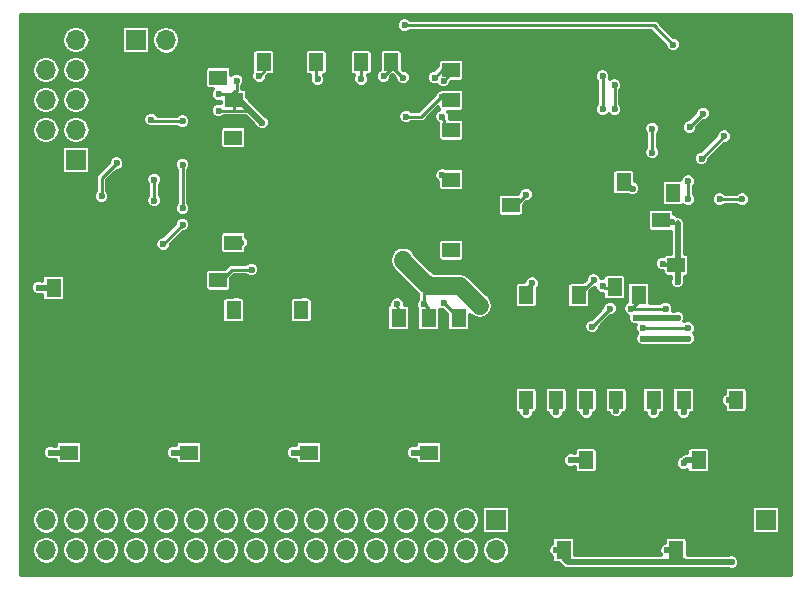
<source format=gbl>
G04 #@! TF.FileFunction,Copper,L2,Bot,Signal*
%FSLAX46Y46*%
G04 Gerber Fmt 4.6, Leading zero omitted, Abs format (unit mm)*
G04 Created by KiCad (PCBNEW 4.0.4-stable) date 03/04/17 15:12:17*
%MOMM*%
%LPD*%
G01*
G04 APERTURE LIST*
%ADD10C,0.100000*%
%ADD11R,1.700000X1.700000*%
%ADD12O,1.700000X1.700000*%
%ADD13R,1.250000X1.500000*%
%ADD14R,1.500000X1.250000*%
%ADD15C,2.000000*%
%ADD16C,0.600000*%
%ADD17C,4.000000*%
%ADD18C,0.250000*%
%ADD19C,0.500000*%
%ADD20C,1.500000*%
%ADD21C,0.300000*%
G04 APERTURE END LIST*
D10*
D11*
X161290000Y-140970000D03*
D12*
X161290000Y-143510000D03*
X158750000Y-140970000D03*
X158750000Y-143510000D03*
X156210000Y-140970000D03*
X156210000Y-143510000D03*
X153670000Y-140970000D03*
X153670000Y-143510000D03*
X151130000Y-140970000D03*
X151130000Y-143510000D03*
X148590000Y-140970000D03*
X148590000Y-143510000D03*
X146050000Y-140970000D03*
X146050000Y-143510000D03*
X143510000Y-140970000D03*
X143510000Y-143510000D03*
X140970000Y-140970000D03*
X140970000Y-143510000D03*
X138430000Y-140970000D03*
X138430000Y-143510000D03*
X135890000Y-140970000D03*
X135890000Y-143510000D03*
X133350000Y-140970000D03*
X133350000Y-143510000D03*
X130810000Y-140970000D03*
X130810000Y-143510000D03*
X128270000Y-140970000D03*
X128270000Y-143510000D03*
X125730000Y-140970000D03*
X125730000Y-143510000D03*
X123190000Y-140970000D03*
X123190000Y-143510000D03*
D11*
X125730000Y-110490000D03*
D12*
X123190000Y-110490000D03*
X125730000Y-107950000D03*
X123190000Y-107950000D03*
X125730000Y-105410000D03*
X123190000Y-105410000D03*
X125730000Y-102870000D03*
X123190000Y-102870000D03*
X125730000Y-100330000D03*
X123190000Y-100330000D03*
D11*
X184150000Y-140970000D03*
D12*
X184150000Y-143510000D03*
D11*
X130810000Y-100330000D03*
D12*
X133350000Y-100330000D03*
X135890000Y-100330000D03*
D13*
X168910000Y-138410000D03*
X168910000Y-135910000D03*
X167005000Y-140990000D03*
X167005000Y-143490000D03*
X178435000Y-138410000D03*
X178435000Y-135910000D03*
X176530000Y-140990000D03*
X176530000Y-143490000D03*
X163830000Y-130790000D03*
X163830000Y-128290000D03*
X166370000Y-130790000D03*
X166370000Y-128290000D03*
X168910000Y-130790000D03*
X168910000Y-128290000D03*
X171450000Y-130790000D03*
X171450000Y-128290000D03*
X174625000Y-130790000D03*
X174625000Y-128290000D03*
X177165000Y-130790000D03*
X177165000Y-128290000D03*
X181610000Y-130790000D03*
X181610000Y-128290000D03*
D14*
X155595000Y-135255000D03*
X158095000Y-135255000D03*
X135275000Y-135255000D03*
X137775000Y-135255000D03*
X125115000Y-135255000D03*
X127615000Y-135255000D03*
D13*
X123825000Y-121305000D03*
X123825000Y-123805000D03*
X153035000Y-123845000D03*
X153035000Y-126345000D03*
X144780000Y-123210000D03*
X144780000Y-125710000D03*
X139065000Y-123210000D03*
X139065000Y-125710000D03*
D14*
X139045000Y-117475000D03*
X136545000Y-117475000D03*
X139045000Y-108585000D03*
X136545000Y-108585000D03*
X137775000Y-103505000D03*
X135275000Y-103505000D03*
D13*
X141605000Y-102215000D03*
X141605000Y-99715000D03*
X146050000Y-102215000D03*
X146050000Y-99715000D03*
X149860000Y-102215000D03*
X149860000Y-99715000D03*
X152400000Y-102215000D03*
X152400000Y-99715000D03*
D14*
X157500000Y-102870000D03*
X160000000Y-102870000D03*
X157500000Y-107950000D03*
X160000000Y-107950000D03*
X157500000Y-112141000D03*
X160000000Y-112141000D03*
X157500000Y-118110000D03*
X160000000Y-118110000D03*
D13*
X155575000Y-123845000D03*
X155575000Y-126345000D03*
D14*
X137775000Y-120650000D03*
X135275000Y-120650000D03*
X139085000Y-105410000D03*
X141585000Y-105410000D03*
X157500000Y-105410000D03*
X160000000Y-105410000D03*
D13*
X158115000Y-123845000D03*
X158115000Y-126345000D03*
X163830000Y-121940000D03*
X163830000Y-124440000D03*
D14*
X162540000Y-114300000D03*
X160040000Y-114300000D03*
D13*
X172085000Y-112375000D03*
X172085000Y-109875000D03*
X168275000Y-121940000D03*
X168275000Y-124440000D03*
X171323000Y-118765000D03*
X171323000Y-121265000D03*
X173355000Y-121900000D03*
X173355000Y-119400000D03*
D14*
X175240000Y-115570000D03*
X172740000Y-115570000D03*
X176550000Y-119380000D03*
X179050000Y-119380000D03*
X145435000Y-135255000D03*
X147935000Y-135255000D03*
D13*
X176276000Y-110764000D03*
X176276000Y-113264000D03*
D15*
X184274000Y-127230000D03*
X184274000Y-111530000D03*
X179324000Y-126630000D03*
X179324000Y-112130000D03*
D16*
X133096000Y-117602000D03*
X134747000Y-115951000D03*
X180086000Y-122809000D03*
X180086000Y-119634000D03*
X180086000Y-118110000D03*
X180086000Y-116586000D03*
X180086000Y-115062000D03*
X178435000Y-143637000D03*
X173101000Y-143510000D03*
X126111000Y-117983000D03*
X180848000Y-104267000D03*
X129921000Y-137668000D03*
X125095000Y-124460000D03*
X135255000Y-102489000D03*
D17*
X168275000Y-116205000D03*
X147320000Y-113030000D03*
D16*
X150368000Y-137668000D03*
X140208000Y-137668000D03*
X184150000Y-128905000D03*
X151511000Y-122555000D03*
X159639000Y-106553000D03*
X154813000Y-133350000D03*
X144780000Y-133350000D03*
X134493000Y-133223000D03*
X124206000Y-133350000D03*
X175031400Y-112572800D03*
X175895000Y-117475000D03*
X166370000Y-123317000D03*
X156718000Y-116586000D03*
X140335000Y-103378000D03*
X144145000Y-103759000D03*
X148082000Y-103759000D03*
X152527000Y-103759000D03*
X156718000Y-110617000D03*
X154051000Y-122428000D03*
X146558000Y-122555000D03*
X141097000Y-122555000D03*
X160528000Y-137668000D03*
X142113000Y-103759000D03*
X132080000Y-109601000D03*
X165608000Y-142240000D03*
X175260000Y-142240000D03*
X166370000Y-138811000D03*
X170180000Y-128397000D03*
X132334000Y-112141000D03*
X132334000Y-113919000D03*
X129159000Y-110744000D03*
X127889000Y-113538000D03*
X123571000Y-135255000D03*
X133985000Y-135255000D03*
X144145000Y-135255000D03*
X154305000Y-135255000D03*
X122555000Y-121285000D03*
X163830000Y-131826000D03*
X166370000Y-131826000D03*
X156845000Y-122555000D03*
X152908000Y-122682000D03*
X156083000Y-103505000D03*
X153416000Y-103505000D03*
X149860000Y-103632000D03*
X151765000Y-103378000D03*
X156718000Y-111760000D03*
X156845000Y-103759000D03*
X146177000Y-103632000D03*
X141224000Y-103378000D03*
X157099000Y-117983000D03*
X156718000Y-106807000D03*
X137795000Y-103505000D03*
X139192000Y-108585000D03*
X139700000Y-117475000D03*
X139319000Y-122682000D03*
X145034000Y-122682000D03*
X168910000Y-131826000D03*
X159893000Y-122809000D03*
X153445612Y-118901612D03*
X139319000Y-103759000D03*
X155194000Y-122682000D03*
X137795000Y-106299000D03*
X141478000Y-107315000D03*
X137795000Y-104902000D03*
X153670000Y-106807000D03*
X156718000Y-105156000D03*
X140589000Y-119761000D03*
X137922000Y-120777000D03*
X182118000Y-113792000D03*
X180213000Y-113792000D03*
X176276000Y-113264000D03*
X171450000Y-131699000D03*
X173736000Y-125603000D03*
X177546000Y-125603000D03*
X174625000Y-131826000D03*
X169545000Y-120650000D03*
X172847000Y-112903000D03*
X163830000Y-113411000D03*
X164338000Y-120904000D03*
X181229000Y-144526000D03*
X175768000Y-143510000D03*
X166370000Y-143510000D03*
X176657000Y-120777000D03*
X177165000Y-131826000D03*
X175641000Y-123063000D03*
X172720000Y-123063000D03*
X176149000Y-115697000D03*
X175387000Y-119253000D03*
X170307000Y-121158000D03*
X180975000Y-130810000D03*
X173101000Y-123825000D03*
X176657000Y-123825000D03*
X180594000Y-108458000D03*
X178689000Y-110363000D03*
X177673000Y-107696000D03*
X178816000Y-106553000D03*
X173736000Y-124714000D03*
X177546000Y-124714000D03*
X134747000Y-114554000D03*
X134747000Y-110871000D03*
X134747000Y-107188000D03*
X132080000Y-107061000D03*
X167620000Y-135890000D03*
X177165000Y-136144000D03*
X169418000Y-124587000D03*
X170942000Y-123063000D03*
X171323000Y-104140000D03*
X171323000Y-106172000D03*
X170307000Y-103378000D03*
X170307000Y-106172000D03*
X174498000Y-109855000D03*
X174498000Y-107823000D03*
X177546000Y-112268000D03*
X177546000Y-113792000D03*
X153543000Y-99060000D03*
X176276000Y-100711000D03*
D18*
X133096000Y-117602000D02*
X134747000Y-115951000D01*
X151511000Y-122555000D02*
X151511000Y-122428000D01*
X144780000Y-133350000D02*
X144653000Y-133350000D01*
X132334000Y-113919000D02*
X132334000Y-112141000D01*
X127889000Y-112014000D02*
X129159000Y-110744000D01*
X127889000Y-113538000D02*
X127889000Y-112014000D01*
D19*
X125115000Y-135255000D02*
X123571000Y-135255000D01*
X135275000Y-135255000D02*
X133985000Y-135255000D01*
X145435000Y-135255000D02*
X144145000Y-135255000D01*
X155595000Y-135255000D02*
X154305000Y-135255000D01*
X123825000Y-121305000D02*
X122575000Y-121305000D01*
X122575000Y-121305000D02*
X122555000Y-121285000D01*
X163830000Y-131826000D02*
X163830000Y-130540000D01*
D18*
X166370000Y-131826000D02*
X166370000Y-130790000D01*
D19*
X166370000Y-130540000D02*
X166370000Y-131826000D01*
D18*
X156718000Y-102870000D02*
X156083000Y-103505000D01*
X141605000Y-102997000D02*
X141224000Y-103378000D01*
X146050000Y-103505000D02*
X146177000Y-103632000D01*
X146050000Y-102215000D02*
X146050000Y-103505000D01*
X158115000Y-123845000D02*
X158115000Y-123825000D01*
X158115000Y-123825000D02*
X156845000Y-122555000D01*
X149860000Y-103632000D02*
X149860000Y-102215000D01*
X156845000Y-103759000D02*
X157500000Y-103104000D01*
X157500000Y-103104000D02*
X157500000Y-102870000D01*
X157500000Y-102870000D02*
X156718000Y-102870000D01*
X156718000Y-111760000D02*
X157099000Y-112141000D01*
X157500000Y-112141000D02*
X157099000Y-112141000D01*
X157500000Y-107950000D02*
X157226000Y-107950000D01*
X157226000Y-107950000D02*
X156718000Y-106807000D01*
X157500000Y-102870000D02*
X157500000Y-102977000D01*
X152400000Y-102215000D02*
X152400000Y-102743000D01*
X152400000Y-102743000D02*
X151765000Y-103378000D01*
X152400000Y-102215000D02*
X152400000Y-102489000D01*
X152400000Y-102489000D02*
X153416000Y-103505000D01*
X141605000Y-102215000D02*
X141605000Y-102997000D01*
X137795000Y-103505000D02*
X137775000Y-103505000D01*
X139045000Y-108585000D02*
X139192000Y-108585000D01*
X139045000Y-117475000D02*
X139700000Y-117475000D01*
X139065000Y-122936000D02*
X139065000Y-123210000D01*
X139319000Y-122682000D02*
X139065000Y-122936000D01*
X145034000Y-122682000D02*
X144780000Y-122809000D01*
X144780000Y-122809000D02*
X144780000Y-123210000D01*
X152908000Y-122682000D02*
X153035000Y-123845000D01*
D19*
X168910000Y-131826000D02*
X168910000Y-130540000D01*
D20*
X159893000Y-122809000D02*
X158242000Y-121158000D01*
X158242000Y-121158000D02*
X155575000Y-121158000D01*
D18*
X155194000Y-120777000D02*
X155194000Y-121666000D01*
X155194000Y-121666000D02*
X155194000Y-120777000D01*
D20*
X155575000Y-121158000D02*
X155194000Y-120777000D01*
X155194000Y-120777000D02*
X153445612Y-119028612D01*
X153445612Y-119028612D02*
X153445612Y-118901612D01*
D18*
X155194000Y-122682000D02*
X155194000Y-120777000D01*
X139319000Y-104648000D02*
X139192000Y-104775000D01*
X139319000Y-104648000D02*
X139319000Y-103759000D01*
X157500000Y-105410000D02*
X156972000Y-105410000D01*
X156972000Y-105410000D02*
X156718000Y-105156000D01*
X139065000Y-106299000D02*
X139065000Y-105430000D01*
X139065000Y-105430000D02*
X139085000Y-105410000D01*
X139085000Y-105410000D02*
X139085000Y-106025000D01*
X139085000Y-106025000D02*
X139065000Y-106045000D01*
X155575000Y-123845000D02*
X155575000Y-123063000D01*
X155575000Y-123063000D02*
X155194000Y-122682000D01*
X155194000Y-122682000D02*
X155321000Y-122682000D01*
X137795000Y-106299000D02*
X139065000Y-106299000D01*
X139065000Y-106299000D02*
X140462000Y-106299000D01*
D19*
X139192000Y-104775000D02*
X139192000Y-105029000D01*
X139192000Y-105029000D02*
X140462000Y-106299000D01*
X140462000Y-106299000D02*
X141478000Y-107315000D01*
D18*
X139065000Y-104902000D02*
X139192000Y-104775000D01*
X137795000Y-104902000D02*
X139065000Y-104902000D01*
X156591000Y-105156000D02*
X154940000Y-106807000D01*
X154940000Y-106807000D02*
X153670000Y-106807000D01*
X156718000Y-105156000D02*
X156591000Y-105156000D01*
X137922000Y-120777000D02*
X138938000Y-119761000D01*
X138938000Y-119761000D02*
X140589000Y-119761000D01*
X180213000Y-113792000D02*
X182118000Y-113792000D01*
D19*
X171450000Y-130540000D02*
X171450000Y-131699000D01*
X173736000Y-125603000D02*
X177546000Y-125603000D01*
X174625000Y-131826000D02*
X174625000Y-130540000D01*
D18*
X168275000Y-121940000D02*
X168275000Y-121920000D01*
X168275000Y-121920000D02*
X169545000Y-120650000D01*
X172847000Y-112903000D02*
X172319000Y-112375000D01*
X172319000Y-112375000D02*
X172085000Y-112375000D01*
X162540000Y-114300000D02*
X162941000Y-114300000D01*
X162941000Y-114300000D02*
X163830000Y-113411000D01*
X163830000Y-121940000D02*
X163830000Y-121412000D01*
X163830000Y-121412000D02*
X164338000Y-120904000D01*
X163830000Y-121940000D02*
X163830000Y-121539000D01*
D19*
X176530000Y-143490000D02*
X176530000Y-143891000D01*
X176530000Y-143891000D02*
X177165000Y-144526000D01*
X167386000Y-144526000D02*
X177165000Y-144526000D01*
X177165000Y-144526000D02*
X181229000Y-144526000D01*
X167005000Y-144145000D02*
X167386000Y-144526000D01*
X167005000Y-143490000D02*
X167005000Y-144145000D01*
X175768000Y-143510000D02*
X176510000Y-143510000D01*
X176510000Y-143510000D02*
X176530000Y-143490000D01*
X167005000Y-143490000D02*
X166390000Y-143490000D01*
X166390000Y-143490000D02*
X166370000Y-143510000D01*
D18*
X173355000Y-121900000D02*
X173355000Y-122428000D01*
X173355000Y-122428000D02*
X172720000Y-123063000D01*
D19*
X176657000Y-119253000D02*
X176657000Y-120777000D01*
X177165000Y-130540000D02*
X177165000Y-131826000D01*
D18*
X173609000Y-123063000D02*
X175641000Y-123063000D01*
X173609000Y-123063000D02*
X172720000Y-123063000D01*
X176550000Y-119380000D02*
X175514000Y-119380000D01*
X175514000Y-119380000D02*
X175387000Y-119253000D01*
X175240000Y-115570000D02*
X176022000Y-115570000D01*
X176022000Y-115570000D02*
X176149000Y-115697000D01*
D19*
X176657000Y-119126000D02*
X176657000Y-119253000D01*
X176657000Y-119126000D02*
X176657000Y-115824000D01*
D18*
X176276000Y-115824000D02*
X176657000Y-115824000D01*
X176149000Y-115697000D02*
X176276000Y-115824000D01*
X175387000Y-119253000D02*
X176657000Y-119253000D01*
X171323000Y-121265000D02*
X170434000Y-121285000D01*
X170434000Y-121285000D02*
X170307000Y-121158000D01*
D19*
X180975000Y-130810000D02*
X180995000Y-130790000D01*
X180995000Y-130790000D02*
X181610000Y-130790000D01*
X176657000Y-123825000D02*
X173101000Y-123825000D01*
D18*
X178689000Y-110363000D02*
X180594000Y-108458000D01*
X178816000Y-106553000D02*
X177673000Y-107696000D01*
X173736000Y-124714000D02*
X177546000Y-124714000D01*
X134747000Y-110871000D02*
X134747000Y-114554000D01*
X134747000Y-107188000D02*
X132207000Y-107188000D01*
X132207000Y-107188000D02*
X132080000Y-107061000D01*
D19*
X167620000Y-135890000D02*
X168890000Y-135890000D01*
X168890000Y-135890000D02*
X168910000Y-135910000D01*
X178435000Y-135910000D02*
X177399000Y-135910000D01*
X177399000Y-135910000D02*
X177165000Y-136144000D01*
D18*
X170942000Y-123063000D02*
X169418000Y-124587000D01*
X171323000Y-106172000D02*
X171323000Y-104140000D01*
X170307000Y-106172000D02*
X170307000Y-103378000D01*
X174498000Y-109855000D02*
X174498000Y-107823000D01*
X177546000Y-112395000D02*
X177546000Y-112268000D01*
X177546000Y-113792000D02*
X177546000Y-112395000D01*
X174625000Y-99060000D02*
X153543000Y-99060000D01*
X176276000Y-100711000D02*
X174625000Y-99060000D01*
D21*
G36*
X186265000Y-145625000D02*
X121075000Y-145625000D01*
X121075000Y-143486491D01*
X121990000Y-143486491D01*
X121990000Y-143533509D01*
X122081345Y-143992729D01*
X122341472Y-144382037D01*
X122730780Y-144642164D01*
X123190000Y-144733509D01*
X123649220Y-144642164D01*
X124038528Y-144382037D01*
X124298655Y-143992729D01*
X124390000Y-143533509D01*
X124390000Y-143486491D01*
X124530000Y-143486491D01*
X124530000Y-143533509D01*
X124621345Y-143992729D01*
X124881472Y-144382037D01*
X125270780Y-144642164D01*
X125730000Y-144733509D01*
X126189220Y-144642164D01*
X126578528Y-144382037D01*
X126838655Y-143992729D01*
X126930000Y-143533509D01*
X126930000Y-143486491D01*
X127070000Y-143486491D01*
X127070000Y-143533509D01*
X127161345Y-143992729D01*
X127421472Y-144382037D01*
X127810780Y-144642164D01*
X128270000Y-144733509D01*
X128729220Y-144642164D01*
X129118528Y-144382037D01*
X129378655Y-143992729D01*
X129470000Y-143533509D01*
X129470000Y-143486491D01*
X129610000Y-143486491D01*
X129610000Y-143533509D01*
X129701345Y-143992729D01*
X129961472Y-144382037D01*
X130350780Y-144642164D01*
X130810000Y-144733509D01*
X131269220Y-144642164D01*
X131658528Y-144382037D01*
X131918655Y-143992729D01*
X132010000Y-143533509D01*
X132010000Y-143486491D01*
X132150000Y-143486491D01*
X132150000Y-143533509D01*
X132241345Y-143992729D01*
X132501472Y-144382037D01*
X132890780Y-144642164D01*
X133350000Y-144733509D01*
X133809220Y-144642164D01*
X134198528Y-144382037D01*
X134458655Y-143992729D01*
X134550000Y-143533509D01*
X134550000Y-143486491D01*
X134690000Y-143486491D01*
X134690000Y-143533509D01*
X134781345Y-143992729D01*
X135041472Y-144382037D01*
X135430780Y-144642164D01*
X135890000Y-144733509D01*
X136349220Y-144642164D01*
X136738528Y-144382037D01*
X136998655Y-143992729D01*
X137090000Y-143533509D01*
X137090000Y-143486491D01*
X137230000Y-143486491D01*
X137230000Y-143533509D01*
X137321345Y-143992729D01*
X137581472Y-144382037D01*
X137970780Y-144642164D01*
X138430000Y-144733509D01*
X138889220Y-144642164D01*
X139278528Y-144382037D01*
X139538655Y-143992729D01*
X139630000Y-143533509D01*
X139630000Y-143486491D01*
X139770000Y-143486491D01*
X139770000Y-143533509D01*
X139861345Y-143992729D01*
X140121472Y-144382037D01*
X140510780Y-144642164D01*
X140970000Y-144733509D01*
X141429220Y-144642164D01*
X141818528Y-144382037D01*
X142078655Y-143992729D01*
X142170000Y-143533509D01*
X142170000Y-143486491D01*
X142310000Y-143486491D01*
X142310000Y-143533509D01*
X142401345Y-143992729D01*
X142661472Y-144382037D01*
X143050780Y-144642164D01*
X143510000Y-144733509D01*
X143969220Y-144642164D01*
X144358528Y-144382037D01*
X144618655Y-143992729D01*
X144710000Y-143533509D01*
X144710000Y-143486491D01*
X144850000Y-143486491D01*
X144850000Y-143533509D01*
X144941345Y-143992729D01*
X145201472Y-144382037D01*
X145590780Y-144642164D01*
X146050000Y-144733509D01*
X146509220Y-144642164D01*
X146898528Y-144382037D01*
X147158655Y-143992729D01*
X147250000Y-143533509D01*
X147250000Y-143486491D01*
X147390000Y-143486491D01*
X147390000Y-143533509D01*
X147481345Y-143992729D01*
X147741472Y-144382037D01*
X148130780Y-144642164D01*
X148590000Y-144733509D01*
X149049220Y-144642164D01*
X149438528Y-144382037D01*
X149698655Y-143992729D01*
X149790000Y-143533509D01*
X149790000Y-143486491D01*
X149930000Y-143486491D01*
X149930000Y-143533509D01*
X150021345Y-143992729D01*
X150281472Y-144382037D01*
X150670780Y-144642164D01*
X151130000Y-144733509D01*
X151589220Y-144642164D01*
X151978528Y-144382037D01*
X152238655Y-143992729D01*
X152330000Y-143533509D01*
X152330000Y-143486491D01*
X152470000Y-143486491D01*
X152470000Y-143533509D01*
X152561345Y-143992729D01*
X152821472Y-144382037D01*
X153210780Y-144642164D01*
X153670000Y-144733509D01*
X154129220Y-144642164D01*
X154518528Y-144382037D01*
X154778655Y-143992729D01*
X154870000Y-143533509D01*
X154870000Y-143486491D01*
X155010000Y-143486491D01*
X155010000Y-143533509D01*
X155101345Y-143992729D01*
X155361472Y-144382037D01*
X155750780Y-144642164D01*
X156210000Y-144733509D01*
X156669220Y-144642164D01*
X157058528Y-144382037D01*
X157318655Y-143992729D01*
X157410000Y-143533509D01*
X157410000Y-143486491D01*
X157550000Y-143486491D01*
X157550000Y-143533509D01*
X157641345Y-143992729D01*
X157901472Y-144382037D01*
X158290780Y-144642164D01*
X158750000Y-144733509D01*
X159209220Y-144642164D01*
X159598528Y-144382037D01*
X159858655Y-143992729D01*
X159950000Y-143533509D01*
X159950000Y-143486491D01*
X160090000Y-143486491D01*
X160090000Y-143533509D01*
X160181345Y-143992729D01*
X160441472Y-144382037D01*
X160830780Y-144642164D01*
X161290000Y-144733509D01*
X161749220Y-144642164D01*
X162138528Y-144382037D01*
X162398655Y-143992729D01*
X162469070Y-143638726D01*
X165719888Y-143638726D01*
X165818636Y-143877714D01*
X166001324Y-144060722D01*
X166023144Y-144069782D01*
X166023144Y-144240000D01*
X166047549Y-144369702D01*
X166124203Y-144488825D01*
X166241163Y-144568741D01*
X166380000Y-144596856D01*
X166608328Y-144596856D01*
X166961736Y-144950264D01*
X167156389Y-145080328D01*
X167386000Y-145126000D01*
X180978999Y-145126000D01*
X181099140Y-145175887D01*
X181357726Y-145176112D01*
X181596714Y-145077364D01*
X181779722Y-144894676D01*
X181878887Y-144655860D01*
X181879112Y-144397274D01*
X181780364Y-144158286D01*
X181597676Y-143975278D01*
X181358860Y-143876113D01*
X181100274Y-143875888D01*
X180978994Y-143926000D01*
X177511856Y-143926000D01*
X177511856Y-142740000D01*
X177487451Y-142610298D01*
X177410797Y-142491175D01*
X177293837Y-142411259D01*
X177155000Y-142383144D01*
X175905000Y-142383144D01*
X175775298Y-142407549D01*
X175656175Y-142484203D01*
X175576259Y-142601163D01*
X175548144Y-142740000D01*
X175548144Y-142897542D01*
X175400286Y-142958636D01*
X175217278Y-143141324D01*
X175118113Y-143380140D01*
X175117888Y-143638726D01*
X175216636Y-143877714D01*
X175264838Y-143926000D01*
X167986856Y-143926000D01*
X167986856Y-142740000D01*
X167962451Y-142610298D01*
X167885797Y-142491175D01*
X167768837Y-142411259D01*
X167630000Y-142383144D01*
X166380000Y-142383144D01*
X166250298Y-142407549D01*
X166131175Y-142484203D01*
X166051259Y-142601163D01*
X166023144Y-142740000D01*
X166023144Y-142950018D01*
X166002286Y-142958636D01*
X165819278Y-143141324D01*
X165720113Y-143380140D01*
X165719888Y-143638726D01*
X162469070Y-143638726D01*
X162490000Y-143533509D01*
X162490000Y-143486491D01*
X162398655Y-143027271D01*
X162138528Y-142637963D01*
X161749220Y-142377836D01*
X161290000Y-142286491D01*
X160830780Y-142377836D01*
X160441472Y-142637963D01*
X160181345Y-143027271D01*
X160090000Y-143486491D01*
X159950000Y-143486491D01*
X159858655Y-143027271D01*
X159598528Y-142637963D01*
X159209220Y-142377836D01*
X158750000Y-142286491D01*
X158290780Y-142377836D01*
X157901472Y-142637963D01*
X157641345Y-143027271D01*
X157550000Y-143486491D01*
X157410000Y-143486491D01*
X157318655Y-143027271D01*
X157058528Y-142637963D01*
X156669220Y-142377836D01*
X156210000Y-142286491D01*
X155750780Y-142377836D01*
X155361472Y-142637963D01*
X155101345Y-143027271D01*
X155010000Y-143486491D01*
X154870000Y-143486491D01*
X154778655Y-143027271D01*
X154518528Y-142637963D01*
X154129220Y-142377836D01*
X153670000Y-142286491D01*
X153210780Y-142377836D01*
X152821472Y-142637963D01*
X152561345Y-143027271D01*
X152470000Y-143486491D01*
X152330000Y-143486491D01*
X152238655Y-143027271D01*
X151978528Y-142637963D01*
X151589220Y-142377836D01*
X151130000Y-142286491D01*
X150670780Y-142377836D01*
X150281472Y-142637963D01*
X150021345Y-143027271D01*
X149930000Y-143486491D01*
X149790000Y-143486491D01*
X149698655Y-143027271D01*
X149438528Y-142637963D01*
X149049220Y-142377836D01*
X148590000Y-142286491D01*
X148130780Y-142377836D01*
X147741472Y-142637963D01*
X147481345Y-143027271D01*
X147390000Y-143486491D01*
X147250000Y-143486491D01*
X147158655Y-143027271D01*
X146898528Y-142637963D01*
X146509220Y-142377836D01*
X146050000Y-142286491D01*
X145590780Y-142377836D01*
X145201472Y-142637963D01*
X144941345Y-143027271D01*
X144850000Y-143486491D01*
X144710000Y-143486491D01*
X144618655Y-143027271D01*
X144358528Y-142637963D01*
X143969220Y-142377836D01*
X143510000Y-142286491D01*
X143050780Y-142377836D01*
X142661472Y-142637963D01*
X142401345Y-143027271D01*
X142310000Y-143486491D01*
X142170000Y-143486491D01*
X142078655Y-143027271D01*
X141818528Y-142637963D01*
X141429220Y-142377836D01*
X140970000Y-142286491D01*
X140510780Y-142377836D01*
X140121472Y-142637963D01*
X139861345Y-143027271D01*
X139770000Y-143486491D01*
X139630000Y-143486491D01*
X139538655Y-143027271D01*
X139278528Y-142637963D01*
X138889220Y-142377836D01*
X138430000Y-142286491D01*
X137970780Y-142377836D01*
X137581472Y-142637963D01*
X137321345Y-143027271D01*
X137230000Y-143486491D01*
X137090000Y-143486491D01*
X136998655Y-143027271D01*
X136738528Y-142637963D01*
X136349220Y-142377836D01*
X135890000Y-142286491D01*
X135430780Y-142377836D01*
X135041472Y-142637963D01*
X134781345Y-143027271D01*
X134690000Y-143486491D01*
X134550000Y-143486491D01*
X134458655Y-143027271D01*
X134198528Y-142637963D01*
X133809220Y-142377836D01*
X133350000Y-142286491D01*
X132890780Y-142377836D01*
X132501472Y-142637963D01*
X132241345Y-143027271D01*
X132150000Y-143486491D01*
X132010000Y-143486491D01*
X131918655Y-143027271D01*
X131658528Y-142637963D01*
X131269220Y-142377836D01*
X130810000Y-142286491D01*
X130350780Y-142377836D01*
X129961472Y-142637963D01*
X129701345Y-143027271D01*
X129610000Y-143486491D01*
X129470000Y-143486491D01*
X129378655Y-143027271D01*
X129118528Y-142637963D01*
X128729220Y-142377836D01*
X128270000Y-142286491D01*
X127810780Y-142377836D01*
X127421472Y-142637963D01*
X127161345Y-143027271D01*
X127070000Y-143486491D01*
X126930000Y-143486491D01*
X126838655Y-143027271D01*
X126578528Y-142637963D01*
X126189220Y-142377836D01*
X125730000Y-142286491D01*
X125270780Y-142377836D01*
X124881472Y-142637963D01*
X124621345Y-143027271D01*
X124530000Y-143486491D01*
X124390000Y-143486491D01*
X124298655Y-143027271D01*
X124038528Y-142637963D01*
X123649220Y-142377836D01*
X123190000Y-142286491D01*
X122730780Y-142377836D01*
X122341472Y-142637963D01*
X122081345Y-143027271D01*
X121990000Y-143486491D01*
X121075000Y-143486491D01*
X121075000Y-140946491D01*
X121990000Y-140946491D01*
X121990000Y-140993509D01*
X122081345Y-141452729D01*
X122341472Y-141842037D01*
X122730780Y-142102164D01*
X123190000Y-142193509D01*
X123649220Y-142102164D01*
X124038528Y-141842037D01*
X124298655Y-141452729D01*
X124390000Y-140993509D01*
X124390000Y-140946491D01*
X124530000Y-140946491D01*
X124530000Y-140993509D01*
X124621345Y-141452729D01*
X124881472Y-141842037D01*
X125270780Y-142102164D01*
X125730000Y-142193509D01*
X126189220Y-142102164D01*
X126578528Y-141842037D01*
X126838655Y-141452729D01*
X126930000Y-140993509D01*
X126930000Y-140946491D01*
X127070000Y-140946491D01*
X127070000Y-140993509D01*
X127161345Y-141452729D01*
X127421472Y-141842037D01*
X127810780Y-142102164D01*
X128270000Y-142193509D01*
X128729220Y-142102164D01*
X129118528Y-141842037D01*
X129378655Y-141452729D01*
X129470000Y-140993509D01*
X129470000Y-140946491D01*
X129610000Y-140946491D01*
X129610000Y-140993509D01*
X129701345Y-141452729D01*
X129961472Y-141842037D01*
X130350780Y-142102164D01*
X130810000Y-142193509D01*
X131269220Y-142102164D01*
X131658528Y-141842037D01*
X131918655Y-141452729D01*
X132010000Y-140993509D01*
X132010000Y-140946491D01*
X132150000Y-140946491D01*
X132150000Y-140993509D01*
X132241345Y-141452729D01*
X132501472Y-141842037D01*
X132890780Y-142102164D01*
X133350000Y-142193509D01*
X133809220Y-142102164D01*
X134198528Y-141842037D01*
X134458655Y-141452729D01*
X134550000Y-140993509D01*
X134550000Y-140946491D01*
X134690000Y-140946491D01*
X134690000Y-140993509D01*
X134781345Y-141452729D01*
X135041472Y-141842037D01*
X135430780Y-142102164D01*
X135890000Y-142193509D01*
X136349220Y-142102164D01*
X136738528Y-141842037D01*
X136998655Y-141452729D01*
X137090000Y-140993509D01*
X137090000Y-140946491D01*
X137230000Y-140946491D01*
X137230000Y-140993509D01*
X137321345Y-141452729D01*
X137581472Y-141842037D01*
X137970780Y-142102164D01*
X138430000Y-142193509D01*
X138889220Y-142102164D01*
X139278528Y-141842037D01*
X139538655Y-141452729D01*
X139630000Y-140993509D01*
X139630000Y-140946491D01*
X139770000Y-140946491D01*
X139770000Y-140993509D01*
X139861345Y-141452729D01*
X140121472Y-141842037D01*
X140510780Y-142102164D01*
X140970000Y-142193509D01*
X141429220Y-142102164D01*
X141818528Y-141842037D01*
X142078655Y-141452729D01*
X142170000Y-140993509D01*
X142170000Y-140946491D01*
X142310000Y-140946491D01*
X142310000Y-140993509D01*
X142401345Y-141452729D01*
X142661472Y-141842037D01*
X143050780Y-142102164D01*
X143510000Y-142193509D01*
X143969220Y-142102164D01*
X144358528Y-141842037D01*
X144618655Y-141452729D01*
X144710000Y-140993509D01*
X144710000Y-140946491D01*
X144850000Y-140946491D01*
X144850000Y-140993509D01*
X144941345Y-141452729D01*
X145201472Y-141842037D01*
X145590780Y-142102164D01*
X146050000Y-142193509D01*
X146509220Y-142102164D01*
X146898528Y-141842037D01*
X147158655Y-141452729D01*
X147250000Y-140993509D01*
X147250000Y-140946491D01*
X147390000Y-140946491D01*
X147390000Y-140993509D01*
X147481345Y-141452729D01*
X147741472Y-141842037D01*
X148130780Y-142102164D01*
X148590000Y-142193509D01*
X149049220Y-142102164D01*
X149438528Y-141842037D01*
X149698655Y-141452729D01*
X149790000Y-140993509D01*
X149790000Y-140946491D01*
X149930000Y-140946491D01*
X149930000Y-140993509D01*
X150021345Y-141452729D01*
X150281472Y-141842037D01*
X150670780Y-142102164D01*
X151130000Y-142193509D01*
X151589220Y-142102164D01*
X151978528Y-141842037D01*
X152238655Y-141452729D01*
X152330000Y-140993509D01*
X152330000Y-140946491D01*
X152470000Y-140946491D01*
X152470000Y-140993509D01*
X152561345Y-141452729D01*
X152821472Y-141842037D01*
X153210780Y-142102164D01*
X153670000Y-142193509D01*
X154129220Y-142102164D01*
X154518528Y-141842037D01*
X154778655Y-141452729D01*
X154870000Y-140993509D01*
X154870000Y-140946491D01*
X155010000Y-140946491D01*
X155010000Y-140993509D01*
X155101345Y-141452729D01*
X155361472Y-141842037D01*
X155750780Y-142102164D01*
X156210000Y-142193509D01*
X156669220Y-142102164D01*
X157058528Y-141842037D01*
X157318655Y-141452729D01*
X157410000Y-140993509D01*
X157410000Y-140946491D01*
X157550000Y-140946491D01*
X157550000Y-140993509D01*
X157641345Y-141452729D01*
X157901472Y-141842037D01*
X158290780Y-142102164D01*
X158750000Y-142193509D01*
X159209220Y-142102164D01*
X159598528Y-141842037D01*
X159858655Y-141452729D01*
X159950000Y-140993509D01*
X159950000Y-140946491D01*
X159858655Y-140487271D01*
X159613253Y-140120000D01*
X160083144Y-140120000D01*
X160083144Y-141820000D01*
X160107549Y-141949702D01*
X160184203Y-142068825D01*
X160301163Y-142148741D01*
X160440000Y-142176856D01*
X162140000Y-142176856D01*
X162269702Y-142152451D01*
X162388825Y-142075797D01*
X162468741Y-141958837D01*
X162496856Y-141820000D01*
X162496856Y-140120000D01*
X182943144Y-140120000D01*
X182943144Y-141820000D01*
X182967549Y-141949702D01*
X183044203Y-142068825D01*
X183161163Y-142148741D01*
X183300000Y-142176856D01*
X185000000Y-142176856D01*
X185129702Y-142152451D01*
X185248825Y-142075797D01*
X185328741Y-141958837D01*
X185356856Y-141820000D01*
X185356856Y-140120000D01*
X185332451Y-139990298D01*
X185255797Y-139871175D01*
X185138837Y-139791259D01*
X185000000Y-139763144D01*
X183300000Y-139763144D01*
X183170298Y-139787549D01*
X183051175Y-139864203D01*
X182971259Y-139981163D01*
X182943144Y-140120000D01*
X162496856Y-140120000D01*
X162472451Y-139990298D01*
X162395797Y-139871175D01*
X162278837Y-139791259D01*
X162140000Y-139763144D01*
X160440000Y-139763144D01*
X160310298Y-139787549D01*
X160191175Y-139864203D01*
X160111259Y-139981163D01*
X160083144Y-140120000D01*
X159613253Y-140120000D01*
X159598528Y-140097963D01*
X159209220Y-139837836D01*
X158750000Y-139746491D01*
X158290780Y-139837836D01*
X157901472Y-140097963D01*
X157641345Y-140487271D01*
X157550000Y-140946491D01*
X157410000Y-140946491D01*
X157318655Y-140487271D01*
X157058528Y-140097963D01*
X156669220Y-139837836D01*
X156210000Y-139746491D01*
X155750780Y-139837836D01*
X155361472Y-140097963D01*
X155101345Y-140487271D01*
X155010000Y-140946491D01*
X154870000Y-140946491D01*
X154778655Y-140487271D01*
X154518528Y-140097963D01*
X154129220Y-139837836D01*
X153670000Y-139746491D01*
X153210780Y-139837836D01*
X152821472Y-140097963D01*
X152561345Y-140487271D01*
X152470000Y-140946491D01*
X152330000Y-140946491D01*
X152238655Y-140487271D01*
X151978528Y-140097963D01*
X151589220Y-139837836D01*
X151130000Y-139746491D01*
X150670780Y-139837836D01*
X150281472Y-140097963D01*
X150021345Y-140487271D01*
X149930000Y-140946491D01*
X149790000Y-140946491D01*
X149698655Y-140487271D01*
X149438528Y-140097963D01*
X149049220Y-139837836D01*
X148590000Y-139746491D01*
X148130780Y-139837836D01*
X147741472Y-140097963D01*
X147481345Y-140487271D01*
X147390000Y-140946491D01*
X147250000Y-140946491D01*
X147158655Y-140487271D01*
X146898528Y-140097963D01*
X146509220Y-139837836D01*
X146050000Y-139746491D01*
X145590780Y-139837836D01*
X145201472Y-140097963D01*
X144941345Y-140487271D01*
X144850000Y-140946491D01*
X144710000Y-140946491D01*
X144618655Y-140487271D01*
X144358528Y-140097963D01*
X143969220Y-139837836D01*
X143510000Y-139746491D01*
X143050780Y-139837836D01*
X142661472Y-140097963D01*
X142401345Y-140487271D01*
X142310000Y-140946491D01*
X142170000Y-140946491D01*
X142078655Y-140487271D01*
X141818528Y-140097963D01*
X141429220Y-139837836D01*
X140970000Y-139746491D01*
X140510780Y-139837836D01*
X140121472Y-140097963D01*
X139861345Y-140487271D01*
X139770000Y-140946491D01*
X139630000Y-140946491D01*
X139538655Y-140487271D01*
X139278528Y-140097963D01*
X138889220Y-139837836D01*
X138430000Y-139746491D01*
X137970780Y-139837836D01*
X137581472Y-140097963D01*
X137321345Y-140487271D01*
X137230000Y-140946491D01*
X137090000Y-140946491D01*
X136998655Y-140487271D01*
X136738528Y-140097963D01*
X136349220Y-139837836D01*
X135890000Y-139746491D01*
X135430780Y-139837836D01*
X135041472Y-140097963D01*
X134781345Y-140487271D01*
X134690000Y-140946491D01*
X134550000Y-140946491D01*
X134458655Y-140487271D01*
X134198528Y-140097963D01*
X133809220Y-139837836D01*
X133350000Y-139746491D01*
X132890780Y-139837836D01*
X132501472Y-140097963D01*
X132241345Y-140487271D01*
X132150000Y-140946491D01*
X132010000Y-140946491D01*
X131918655Y-140487271D01*
X131658528Y-140097963D01*
X131269220Y-139837836D01*
X130810000Y-139746491D01*
X130350780Y-139837836D01*
X129961472Y-140097963D01*
X129701345Y-140487271D01*
X129610000Y-140946491D01*
X129470000Y-140946491D01*
X129378655Y-140487271D01*
X129118528Y-140097963D01*
X128729220Y-139837836D01*
X128270000Y-139746491D01*
X127810780Y-139837836D01*
X127421472Y-140097963D01*
X127161345Y-140487271D01*
X127070000Y-140946491D01*
X126930000Y-140946491D01*
X126838655Y-140487271D01*
X126578528Y-140097963D01*
X126189220Y-139837836D01*
X125730000Y-139746491D01*
X125270780Y-139837836D01*
X124881472Y-140097963D01*
X124621345Y-140487271D01*
X124530000Y-140946491D01*
X124390000Y-140946491D01*
X124298655Y-140487271D01*
X124038528Y-140097963D01*
X123649220Y-139837836D01*
X123190000Y-139746491D01*
X122730780Y-139837836D01*
X122341472Y-140097963D01*
X122081345Y-140487271D01*
X121990000Y-140946491D01*
X121075000Y-140946491D01*
X121075000Y-135383726D01*
X122920888Y-135383726D01*
X123019636Y-135622714D01*
X123202324Y-135805722D01*
X123441140Y-135904887D01*
X123699726Y-135905112D01*
X123821006Y-135855000D01*
X124008144Y-135855000D01*
X124008144Y-135880000D01*
X124032549Y-136009702D01*
X124109203Y-136128825D01*
X124226163Y-136208741D01*
X124365000Y-136236856D01*
X125865000Y-136236856D01*
X125994702Y-136212451D01*
X126113825Y-136135797D01*
X126193741Y-136018837D01*
X126221856Y-135880000D01*
X126221856Y-135383726D01*
X133334888Y-135383726D01*
X133433636Y-135622714D01*
X133616324Y-135805722D01*
X133855140Y-135904887D01*
X134113726Y-135905112D01*
X134168603Y-135882437D01*
X134192549Y-136009702D01*
X134269203Y-136128825D01*
X134386163Y-136208741D01*
X134525000Y-136236856D01*
X136025000Y-136236856D01*
X136154702Y-136212451D01*
X136273825Y-136135797D01*
X136353741Y-136018837D01*
X136381856Y-135880000D01*
X136381856Y-135383726D01*
X143494888Y-135383726D01*
X143593636Y-135622714D01*
X143776324Y-135805722D01*
X144015140Y-135904887D01*
X144273726Y-135905112D01*
X144328603Y-135882437D01*
X144352549Y-136009702D01*
X144429203Y-136128825D01*
X144546163Y-136208741D01*
X144685000Y-136236856D01*
X146185000Y-136236856D01*
X146314702Y-136212451D01*
X146433825Y-136135797D01*
X146513741Y-136018837D01*
X146541856Y-135880000D01*
X146541856Y-135383726D01*
X153654888Y-135383726D01*
X153753636Y-135622714D01*
X153936324Y-135805722D01*
X154175140Y-135904887D01*
X154433726Y-135905112D01*
X154488603Y-135882437D01*
X154512549Y-136009702D01*
X154589203Y-136128825D01*
X154706163Y-136208741D01*
X154845000Y-136236856D01*
X156345000Y-136236856D01*
X156474702Y-136212451D01*
X156593825Y-136135797D01*
X156673741Y-136018837D01*
X156673763Y-136018726D01*
X166969888Y-136018726D01*
X167068636Y-136257714D01*
X167251324Y-136440722D01*
X167490140Y-136539887D01*
X167748726Y-136540112D01*
X167870006Y-136490000D01*
X167928144Y-136490000D01*
X167928144Y-136660000D01*
X167952549Y-136789702D01*
X168029203Y-136908825D01*
X168146163Y-136988741D01*
X168285000Y-137016856D01*
X169535000Y-137016856D01*
X169664702Y-136992451D01*
X169783825Y-136915797D01*
X169863741Y-136798837D01*
X169891856Y-136660000D01*
X169891856Y-136272726D01*
X176514888Y-136272726D01*
X176613636Y-136511714D01*
X176796324Y-136694722D01*
X177035140Y-136793887D01*
X177293726Y-136794112D01*
X177465058Y-136723319D01*
X177477549Y-136789702D01*
X177554203Y-136908825D01*
X177671163Y-136988741D01*
X177810000Y-137016856D01*
X179060000Y-137016856D01*
X179189702Y-136992451D01*
X179308825Y-136915797D01*
X179388741Y-136798837D01*
X179416856Y-136660000D01*
X179416856Y-135160000D01*
X179392451Y-135030298D01*
X179315797Y-134911175D01*
X179198837Y-134831259D01*
X179060000Y-134803144D01*
X177810000Y-134803144D01*
X177680298Y-134827549D01*
X177561175Y-134904203D01*
X177481259Y-135021163D01*
X177453144Y-135160000D01*
X177453144Y-135310000D01*
X177399000Y-135310000D01*
X177169390Y-135355672D01*
X176974736Y-135485736D01*
X176917513Y-135542959D01*
X176797286Y-135592636D01*
X176614278Y-135775324D01*
X176515113Y-136014140D01*
X176514888Y-136272726D01*
X169891856Y-136272726D01*
X169891856Y-135160000D01*
X169867451Y-135030298D01*
X169790797Y-134911175D01*
X169673837Y-134831259D01*
X169535000Y-134803144D01*
X168285000Y-134803144D01*
X168155298Y-134827549D01*
X168036175Y-134904203D01*
X167956259Y-135021163D01*
X167928144Y-135160000D01*
X167928144Y-135290000D01*
X167870001Y-135290000D01*
X167749860Y-135240113D01*
X167491274Y-135239888D01*
X167252286Y-135338636D01*
X167069278Y-135521324D01*
X166970113Y-135760140D01*
X166969888Y-136018726D01*
X156673763Y-136018726D01*
X156701856Y-135880000D01*
X156701856Y-134630000D01*
X156677451Y-134500298D01*
X156600797Y-134381175D01*
X156483837Y-134301259D01*
X156345000Y-134273144D01*
X154845000Y-134273144D01*
X154715298Y-134297549D01*
X154596175Y-134374203D01*
X154516259Y-134491163D01*
X154488660Y-134627453D01*
X154434860Y-134605113D01*
X154176274Y-134604888D01*
X153937286Y-134703636D01*
X153754278Y-134886324D01*
X153655113Y-135125140D01*
X153654888Y-135383726D01*
X146541856Y-135383726D01*
X146541856Y-134630000D01*
X146517451Y-134500298D01*
X146440797Y-134381175D01*
X146323837Y-134301259D01*
X146185000Y-134273144D01*
X144685000Y-134273144D01*
X144555298Y-134297549D01*
X144436175Y-134374203D01*
X144356259Y-134491163D01*
X144328660Y-134627453D01*
X144274860Y-134605113D01*
X144016274Y-134604888D01*
X143777286Y-134703636D01*
X143594278Y-134886324D01*
X143495113Y-135125140D01*
X143494888Y-135383726D01*
X136381856Y-135383726D01*
X136381856Y-134630000D01*
X136357451Y-134500298D01*
X136280797Y-134381175D01*
X136163837Y-134301259D01*
X136025000Y-134273144D01*
X134525000Y-134273144D01*
X134395298Y-134297549D01*
X134276175Y-134374203D01*
X134196259Y-134491163D01*
X134168660Y-134627453D01*
X134114860Y-134605113D01*
X133856274Y-134604888D01*
X133617286Y-134703636D01*
X133434278Y-134886324D01*
X133335113Y-135125140D01*
X133334888Y-135383726D01*
X126221856Y-135383726D01*
X126221856Y-134630000D01*
X126197451Y-134500298D01*
X126120797Y-134381175D01*
X126003837Y-134301259D01*
X125865000Y-134273144D01*
X124365000Y-134273144D01*
X124235298Y-134297549D01*
X124116175Y-134374203D01*
X124036259Y-134491163D01*
X124008144Y-134630000D01*
X124008144Y-134655000D01*
X123821001Y-134655000D01*
X123700860Y-134605113D01*
X123442274Y-134604888D01*
X123203286Y-134703636D01*
X123020278Y-134886324D01*
X122921113Y-135125140D01*
X122920888Y-135383726D01*
X121075000Y-135383726D01*
X121075000Y-130040000D01*
X162848144Y-130040000D01*
X162848144Y-131540000D01*
X162872549Y-131669702D01*
X162949203Y-131788825D01*
X163066163Y-131868741D01*
X163179943Y-131891782D01*
X163179888Y-131954726D01*
X163278636Y-132193714D01*
X163461324Y-132376722D01*
X163700140Y-132475887D01*
X163958726Y-132476112D01*
X164197714Y-132377364D01*
X164380722Y-132194676D01*
X164479887Y-131955860D01*
X164479942Y-131892163D01*
X164584702Y-131872451D01*
X164703825Y-131795797D01*
X164783741Y-131678837D01*
X164811856Y-131540000D01*
X164811856Y-130040000D01*
X165388144Y-130040000D01*
X165388144Y-131540000D01*
X165412549Y-131669702D01*
X165489203Y-131788825D01*
X165606163Y-131868741D01*
X165719943Y-131891782D01*
X165719888Y-131954726D01*
X165818636Y-132193714D01*
X166001324Y-132376722D01*
X166240140Y-132475887D01*
X166498726Y-132476112D01*
X166737714Y-132377364D01*
X166920722Y-132194676D01*
X167019887Y-131955860D01*
X167019942Y-131892163D01*
X167124702Y-131872451D01*
X167243825Y-131795797D01*
X167323741Y-131678837D01*
X167351856Y-131540000D01*
X167351856Y-130040000D01*
X167928144Y-130040000D01*
X167928144Y-131540000D01*
X167952549Y-131669702D01*
X168029203Y-131788825D01*
X168146163Y-131868741D01*
X168259943Y-131891782D01*
X168259888Y-131954726D01*
X168358636Y-132193714D01*
X168541324Y-132376722D01*
X168780140Y-132475887D01*
X169038726Y-132476112D01*
X169277714Y-132377364D01*
X169460722Y-132194676D01*
X169559887Y-131955860D01*
X169559942Y-131892163D01*
X169664702Y-131872451D01*
X169783825Y-131795797D01*
X169863741Y-131678837D01*
X169891856Y-131540000D01*
X169891856Y-130040000D01*
X170468144Y-130040000D01*
X170468144Y-131540000D01*
X170492549Y-131669702D01*
X170569203Y-131788825D01*
X170686163Y-131868741D01*
X170825000Y-131896856D01*
X170828452Y-131896856D01*
X170898636Y-132066714D01*
X171081324Y-132249722D01*
X171320140Y-132348887D01*
X171578726Y-132349112D01*
X171817714Y-132250364D01*
X172000722Y-132067676D01*
X172071653Y-131896856D01*
X172075000Y-131896856D01*
X172204702Y-131872451D01*
X172323825Y-131795797D01*
X172403741Y-131678837D01*
X172431856Y-131540000D01*
X172431856Y-130040000D01*
X173643144Y-130040000D01*
X173643144Y-131540000D01*
X173667549Y-131669702D01*
X173744203Y-131788825D01*
X173861163Y-131868741D01*
X173974943Y-131891782D01*
X173974888Y-131954726D01*
X174073636Y-132193714D01*
X174256324Y-132376722D01*
X174495140Y-132475887D01*
X174753726Y-132476112D01*
X174992714Y-132377364D01*
X175175722Y-132194676D01*
X175274887Y-131955860D01*
X175274942Y-131892163D01*
X175379702Y-131872451D01*
X175498825Y-131795797D01*
X175578741Y-131678837D01*
X175606856Y-131540000D01*
X175606856Y-130040000D01*
X176183144Y-130040000D01*
X176183144Y-131540000D01*
X176207549Y-131669702D01*
X176284203Y-131788825D01*
X176401163Y-131868741D01*
X176514943Y-131891782D01*
X176514888Y-131954726D01*
X176613636Y-132193714D01*
X176796324Y-132376722D01*
X177035140Y-132475887D01*
X177293726Y-132476112D01*
X177532714Y-132377364D01*
X177715722Y-132194676D01*
X177814887Y-131955860D01*
X177814942Y-131892163D01*
X177919702Y-131872451D01*
X178038825Y-131795797D01*
X178118741Y-131678837D01*
X178146856Y-131540000D01*
X178146856Y-130938726D01*
X180324888Y-130938726D01*
X180423636Y-131177714D01*
X180606324Y-131360722D01*
X180628144Y-131369782D01*
X180628144Y-131540000D01*
X180652549Y-131669702D01*
X180729203Y-131788825D01*
X180846163Y-131868741D01*
X180985000Y-131896856D01*
X182235000Y-131896856D01*
X182364702Y-131872451D01*
X182483825Y-131795797D01*
X182563741Y-131678837D01*
X182591856Y-131540000D01*
X182591856Y-130040000D01*
X182567451Y-129910298D01*
X182490797Y-129791175D01*
X182373837Y-129711259D01*
X182235000Y-129683144D01*
X180985000Y-129683144D01*
X180855298Y-129707549D01*
X180736175Y-129784203D01*
X180656259Y-129901163D01*
X180628144Y-130040000D01*
X180628144Y-130250018D01*
X180607286Y-130258636D01*
X180424278Y-130441324D01*
X180325113Y-130680140D01*
X180324888Y-130938726D01*
X178146856Y-130938726D01*
X178146856Y-130040000D01*
X178122451Y-129910298D01*
X178045797Y-129791175D01*
X177928837Y-129711259D01*
X177790000Y-129683144D01*
X176540000Y-129683144D01*
X176410298Y-129707549D01*
X176291175Y-129784203D01*
X176211259Y-129901163D01*
X176183144Y-130040000D01*
X175606856Y-130040000D01*
X175582451Y-129910298D01*
X175505797Y-129791175D01*
X175388837Y-129711259D01*
X175250000Y-129683144D01*
X174000000Y-129683144D01*
X173870298Y-129707549D01*
X173751175Y-129784203D01*
X173671259Y-129901163D01*
X173643144Y-130040000D01*
X172431856Y-130040000D01*
X172407451Y-129910298D01*
X172330797Y-129791175D01*
X172213837Y-129711259D01*
X172075000Y-129683144D01*
X170825000Y-129683144D01*
X170695298Y-129707549D01*
X170576175Y-129784203D01*
X170496259Y-129901163D01*
X170468144Y-130040000D01*
X169891856Y-130040000D01*
X169867451Y-129910298D01*
X169790797Y-129791175D01*
X169673837Y-129711259D01*
X169535000Y-129683144D01*
X168285000Y-129683144D01*
X168155298Y-129707549D01*
X168036175Y-129784203D01*
X167956259Y-129901163D01*
X167928144Y-130040000D01*
X167351856Y-130040000D01*
X167327451Y-129910298D01*
X167250797Y-129791175D01*
X167133837Y-129711259D01*
X166995000Y-129683144D01*
X165745000Y-129683144D01*
X165615298Y-129707549D01*
X165496175Y-129784203D01*
X165416259Y-129901163D01*
X165388144Y-130040000D01*
X164811856Y-130040000D01*
X164787451Y-129910298D01*
X164710797Y-129791175D01*
X164593837Y-129711259D01*
X164455000Y-129683144D01*
X163205000Y-129683144D01*
X163075298Y-129707549D01*
X162956175Y-129784203D01*
X162876259Y-129901163D01*
X162848144Y-130040000D01*
X121075000Y-130040000D01*
X121075000Y-122460000D01*
X138083144Y-122460000D01*
X138083144Y-123960000D01*
X138107549Y-124089702D01*
X138184203Y-124208825D01*
X138301163Y-124288741D01*
X138440000Y-124316856D01*
X139690000Y-124316856D01*
X139819702Y-124292451D01*
X139938825Y-124215797D01*
X140018741Y-124098837D01*
X140046856Y-123960000D01*
X140046856Y-122460000D01*
X143798144Y-122460000D01*
X143798144Y-123960000D01*
X143822549Y-124089702D01*
X143899203Y-124208825D01*
X144016163Y-124288741D01*
X144155000Y-124316856D01*
X145405000Y-124316856D01*
X145534702Y-124292451D01*
X145653825Y-124215797D01*
X145733741Y-124098837D01*
X145761856Y-123960000D01*
X145761856Y-123095000D01*
X152053144Y-123095000D01*
X152053144Y-124595000D01*
X152077549Y-124724702D01*
X152154203Y-124843825D01*
X152271163Y-124923741D01*
X152410000Y-124951856D01*
X153660000Y-124951856D01*
X153789702Y-124927451D01*
X153908825Y-124850797D01*
X153988741Y-124733837D01*
X154016856Y-124595000D01*
X154016856Y-123095000D01*
X153992451Y-122965298D01*
X153915797Y-122846175D01*
X153798837Y-122766259D01*
X153660000Y-122738144D01*
X153557951Y-122738144D01*
X153558112Y-122553274D01*
X153459364Y-122314286D01*
X153276676Y-122131278D01*
X153037860Y-122032113D01*
X152779274Y-122031888D01*
X152540286Y-122130636D01*
X152357278Y-122313324D01*
X152258113Y-122552140D01*
X152257917Y-122776951D01*
X152161175Y-122839203D01*
X152081259Y-122956163D01*
X152053144Y-123095000D01*
X145761856Y-123095000D01*
X145761856Y-122460000D01*
X145737451Y-122330298D01*
X145660797Y-122211175D01*
X145543837Y-122131259D01*
X145405000Y-122103144D01*
X145334922Y-122103144D01*
X145163860Y-122032113D01*
X144905274Y-122031888D01*
X144732822Y-122103144D01*
X144155000Y-122103144D01*
X144025298Y-122127549D01*
X143906175Y-122204203D01*
X143826259Y-122321163D01*
X143798144Y-122460000D01*
X140046856Y-122460000D01*
X140022451Y-122330298D01*
X139945797Y-122211175D01*
X139828837Y-122131259D01*
X139690000Y-122103144D01*
X139619922Y-122103144D01*
X139448860Y-122032113D01*
X139190274Y-122031888D01*
X139017822Y-122103144D01*
X138440000Y-122103144D01*
X138310298Y-122127549D01*
X138191175Y-122204203D01*
X138111259Y-122321163D01*
X138083144Y-122460000D01*
X121075000Y-122460000D01*
X121075000Y-121413726D01*
X121904888Y-121413726D01*
X122003636Y-121652714D01*
X122186324Y-121835722D01*
X122425140Y-121934887D01*
X122683726Y-121935112D01*
X122756602Y-121905000D01*
X122843144Y-121905000D01*
X122843144Y-122055000D01*
X122867549Y-122184702D01*
X122944203Y-122303825D01*
X123061163Y-122383741D01*
X123200000Y-122411856D01*
X124450000Y-122411856D01*
X124579702Y-122387451D01*
X124698825Y-122310797D01*
X124778741Y-122193837D01*
X124806856Y-122055000D01*
X124806856Y-120555000D01*
X124782451Y-120425298D01*
X124705797Y-120306175D01*
X124588837Y-120226259D01*
X124450000Y-120198144D01*
X123200000Y-120198144D01*
X123070298Y-120222549D01*
X122951175Y-120299203D01*
X122871259Y-120416163D01*
X122843144Y-120555000D01*
X122843144Y-120700838D01*
X122684860Y-120635113D01*
X122426274Y-120634888D01*
X122187286Y-120733636D01*
X122004278Y-120916324D01*
X121905113Y-121155140D01*
X121904888Y-121413726D01*
X121075000Y-121413726D01*
X121075000Y-120025000D01*
X136668144Y-120025000D01*
X136668144Y-121275000D01*
X136692549Y-121404702D01*
X136769203Y-121523825D01*
X136886163Y-121603741D01*
X137025000Y-121631856D01*
X138525000Y-121631856D01*
X138654702Y-121607451D01*
X138773825Y-121530797D01*
X138853741Y-121413837D01*
X138881856Y-121275000D01*
X138881856Y-120488896D01*
X139134752Y-120236000D01*
X140144734Y-120236000D01*
X140220324Y-120311722D01*
X140459140Y-120410887D01*
X140717726Y-120411112D01*
X140956714Y-120312364D01*
X141139722Y-120129676D01*
X141238887Y-119890860D01*
X141239112Y-119632274D01*
X141140364Y-119393286D01*
X140957676Y-119210278D01*
X140718860Y-119111113D01*
X140460274Y-119110888D01*
X140221286Y-119209636D01*
X140144788Y-119286000D01*
X138938000Y-119286000D01*
X138756225Y-119322157D01*
X138602124Y-119425124D01*
X138359104Y-119668144D01*
X137025000Y-119668144D01*
X136895298Y-119692549D01*
X136776175Y-119769203D01*
X136696259Y-119886163D01*
X136668144Y-120025000D01*
X121075000Y-120025000D01*
X121075000Y-118901612D01*
X152345612Y-118901612D01*
X152345612Y-119028612D01*
X152429345Y-119449564D01*
X152551428Y-119632274D01*
X152667795Y-119806429D01*
X154416183Y-121554817D01*
X154719000Y-121857635D01*
X154719000Y-122237734D01*
X154643278Y-122313324D01*
X154544113Y-122552140D01*
X154543888Y-122810726D01*
X154615576Y-122984225D01*
X154593144Y-123095000D01*
X154593144Y-124595000D01*
X154617549Y-124724702D01*
X154694203Y-124843825D01*
X154811163Y-124923741D01*
X154950000Y-124951856D01*
X156200000Y-124951856D01*
X156329702Y-124927451D01*
X156448825Y-124850797D01*
X156528741Y-124733837D01*
X156556856Y-124595000D01*
X156556856Y-123139162D01*
X156715140Y-123204887D01*
X156823229Y-123204981D01*
X157133144Y-123514896D01*
X157133144Y-124595000D01*
X157157549Y-124724702D01*
X157234203Y-124843825D01*
X157351163Y-124923741D01*
X157490000Y-124951856D01*
X158740000Y-124951856D01*
X158869702Y-124927451D01*
X158988825Y-124850797D01*
X159068741Y-124733837D01*
X159072408Y-124715726D01*
X168767888Y-124715726D01*
X168866636Y-124954714D01*
X169049324Y-125137722D01*
X169288140Y-125236887D01*
X169546726Y-125237112D01*
X169785714Y-125138364D01*
X169968722Y-124955676D01*
X170067887Y-124716860D01*
X170067981Y-124608771D01*
X170963732Y-123713019D01*
X171070726Y-123713112D01*
X171309714Y-123614364D01*
X171492722Y-123431676D01*
X171591887Y-123192860D01*
X171591887Y-123191726D01*
X172069888Y-123191726D01*
X172168636Y-123430714D01*
X172351324Y-123613722D01*
X172465273Y-123661038D01*
X172451113Y-123695140D01*
X172450888Y-123953726D01*
X172549636Y-124192714D01*
X172732324Y-124375722D01*
X172971140Y-124474887D01*
X173131421Y-124475026D01*
X173086113Y-124584140D01*
X173085888Y-124842726D01*
X173184636Y-125081714D01*
X173261261Y-125158474D01*
X173185278Y-125234324D01*
X173086113Y-125473140D01*
X173085888Y-125731726D01*
X173184636Y-125970714D01*
X173367324Y-126153722D01*
X173606140Y-126252887D01*
X173864726Y-126253112D01*
X173986006Y-126203000D01*
X177295999Y-126203000D01*
X177416140Y-126252887D01*
X177674726Y-126253112D01*
X177913714Y-126154364D01*
X178096722Y-125971676D01*
X178195887Y-125732860D01*
X178196112Y-125474274D01*
X178097364Y-125235286D01*
X178020739Y-125158526D01*
X178096722Y-125082676D01*
X178195887Y-124843860D01*
X178196112Y-124585274D01*
X178097364Y-124346286D01*
X177914676Y-124163278D01*
X177675860Y-124064113D01*
X177417274Y-124063888D01*
X177229377Y-124141526D01*
X177306887Y-123954860D01*
X177307112Y-123696274D01*
X177208364Y-123457286D01*
X177025676Y-123274278D01*
X176786860Y-123175113D01*
X176528274Y-123174888D01*
X176406994Y-123225000D01*
X176277541Y-123225000D01*
X176290887Y-123192860D01*
X176291112Y-122934274D01*
X176192364Y-122695286D01*
X176009676Y-122512278D01*
X175770860Y-122413113D01*
X175512274Y-122412888D01*
X175273286Y-122511636D01*
X175196788Y-122588000D01*
X174336856Y-122588000D01*
X174336856Y-121150000D01*
X174312451Y-121020298D01*
X174235797Y-120901175D01*
X174118837Y-120821259D01*
X173980000Y-120793144D01*
X172730000Y-120793144D01*
X172600298Y-120817549D01*
X172481175Y-120894203D01*
X172401259Y-121011163D01*
X172373144Y-121150000D01*
X172373144Y-122503018D01*
X172352286Y-122511636D01*
X172169278Y-122694324D01*
X172070113Y-122933140D01*
X172069888Y-123191726D01*
X171591887Y-123191726D01*
X171592112Y-122934274D01*
X171493364Y-122695286D01*
X171310676Y-122512278D01*
X171071860Y-122413113D01*
X170813274Y-122412888D01*
X170574286Y-122511636D01*
X170391278Y-122694324D01*
X170292113Y-122933140D01*
X170292019Y-123041230D01*
X169396267Y-123936981D01*
X169289274Y-123936888D01*
X169050286Y-124035636D01*
X168867278Y-124218324D01*
X168768113Y-124457140D01*
X168767888Y-124715726D01*
X159072408Y-124715726D01*
X159096856Y-124595000D01*
X159096856Y-123568491D01*
X159115183Y-123586818D01*
X159472049Y-123825268D01*
X159893000Y-123909000D01*
X160313952Y-123825268D01*
X160670818Y-123586818D01*
X160909268Y-123229952D01*
X160993000Y-122809000D01*
X160909268Y-122388049D01*
X160670818Y-122031183D01*
X159829635Y-121190000D01*
X162848144Y-121190000D01*
X162848144Y-122690000D01*
X162872549Y-122819702D01*
X162949203Y-122938825D01*
X163066163Y-123018741D01*
X163205000Y-123046856D01*
X164455000Y-123046856D01*
X164584702Y-123022451D01*
X164703825Y-122945797D01*
X164783741Y-122828837D01*
X164811856Y-122690000D01*
X164811856Y-121349408D01*
X164888722Y-121272676D01*
X164923052Y-121190000D01*
X167293144Y-121190000D01*
X167293144Y-122690000D01*
X167317549Y-122819702D01*
X167394203Y-122938825D01*
X167511163Y-123018741D01*
X167650000Y-123046856D01*
X168900000Y-123046856D01*
X169029702Y-123022451D01*
X169148825Y-122945797D01*
X169228741Y-122828837D01*
X169256856Y-122690000D01*
X169256856Y-121609896D01*
X169566733Y-121300019D01*
X169662415Y-121300102D01*
X169755636Y-121525714D01*
X169938324Y-121708722D01*
X170177140Y-121807887D01*
X170341144Y-121808030D01*
X170341144Y-122015000D01*
X170365549Y-122144702D01*
X170442203Y-122263825D01*
X170559163Y-122343741D01*
X170698000Y-122371856D01*
X171948000Y-122371856D01*
X172077702Y-122347451D01*
X172196825Y-122270797D01*
X172276741Y-122153837D01*
X172304856Y-122015000D01*
X172304856Y-120515000D01*
X172280451Y-120385298D01*
X172203797Y-120266175D01*
X172086837Y-120186259D01*
X171948000Y-120158144D01*
X170698000Y-120158144D01*
X170568298Y-120182549D01*
X170449175Y-120259203D01*
X170369259Y-120376163D01*
X170342555Y-120508031D01*
X170189585Y-120507898D01*
X170096364Y-120282286D01*
X169913676Y-120099278D01*
X169674860Y-120000113D01*
X169416274Y-119999888D01*
X169177286Y-120098636D01*
X168994278Y-120281324D01*
X168895113Y-120520140D01*
X168895019Y-120628229D01*
X168690104Y-120833144D01*
X167650000Y-120833144D01*
X167520298Y-120857549D01*
X167401175Y-120934203D01*
X167321259Y-121051163D01*
X167293144Y-121190000D01*
X164923052Y-121190000D01*
X164987887Y-121033860D01*
X164988112Y-120775274D01*
X164889364Y-120536286D01*
X164706676Y-120353278D01*
X164467860Y-120254113D01*
X164209274Y-120253888D01*
X163970286Y-120352636D01*
X163787278Y-120535324D01*
X163688113Y-120774140D01*
X163688062Y-120833144D01*
X163205000Y-120833144D01*
X163075298Y-120857549D01*
X162956175Y-120934203D01*
X162876259Y-121051163D01*
X162848144Y-121190000D01*
X159829635Y-121190000D01*
X159019817Y-120380183D01*
X158849192Y-120266175D01*
X158662952Y-120141733D01*
X158242000Y-120058000D01*
X156030634Y-120058000D01*
X154464011Y-118491377D01*
X154461879Y-118480660D01*
X154223429Y-118123795D01*
X153866564Y-117885345D01*
X153445612Y-117801612D01*
X153024660Y-117885345D01*
X152667795Y-118123795D01*
X152429345Y-118480660D01*
X152345612Y-118901612D01*
X121075000Y-118901612D01*
X121075000Y-117730726D01*
X132445888Y-117730726D01*
X132544636Y-117969714D01*
X132727324Y-118152722D01*
X132966140Y-118251887D01*
X133224726Y-118252112D01*
X133463714Y-118153364D01*
X133646722Y-117970676D01*
X133745887Y-117731860D01*
X133745981Y-117623771D01*
X134519751Y-116850000D01*
X137938144Y-116850000D01*
X137938144Y-118100000D01*
X137962549Y-118229702D01*
X138039203Y-118348825D01*
X138156163Y-118428741D01*
X138295000Y-118456856D01*
X139795000Y-118456856D01*
X139924702Y-118432451D01*
X140043825Y-118355797D01*
X140123741Y-118238837D01*
X140151856Y-118100000D01*
X140151856Y-117942369D01*
X140250722Y-117843676D01*
X140349887Y-117604860D01*
X140349991Y-117485000D01*
X156393144Y-117485000D01*
X156393144Y-118735000D01*
X156417549Y-118864702D01*
X156494203Y-118983825D01*
X156611163Y-119063741D01*
X156750000Y-119091856D01*
X158250000Y-119091856D01*
X158379702Y-119067451D01*
X158498825Y-118990797D01*
X158578741Y-118873837D01*
X158606856Y-118735000D01*
X158606856Y-117485000D01*
X158582451Y-117355298D01*
X158505797Y-117236175D01*
X158388837Y-117156259D01*
X158250000Y-117128144D01*
X156750000Y-117128144D01*
X156620298Y-117152549D01*
X156501175Y-117229203D01*
X156421259Y-117346163D01*
X156393144Y-117485000D01*
X140349991Y-117485000D01*
X140350112Y-117346274D01*
X140251364Y-117107286D01*
X140151856Y-117007604D01*
X140151856Y-116850000D01*
X140127451Y-116720298D01*
X140050797Y-116601175D01*
X139933837Y-116521259D01*
X139795000Y-116493144D01*
X138295000Y-116493144D01*
X138165298Y-116517549D01*
X138046175Y-116594203D01*
X137966259Y-116711163D01*
X137938144Y-116850000D01*
X134519751Y-116850000D01*
X134768732Y-116601019D01*
X134875726Y-116601112D01*
X135114714Y-116502364D01*
X135297722Y-116319676D01*
X135396887Y-116080860D01*
X135397112Y-115822274D01*
X135298364Y-115583286D01*
X135115676Y-115400278D01*
X134876860Y-115301113D01*
X134618274Y-115300888D01*
X134379286Y-115399636D01*
X134196278Y-115582324D01*
X134097113Y-115821140D01*
X134097019Y-115929230D01*
X133074267Y-116951981D01*
X132967274Y-116951888D01*
X132728286Y-117050636D01*
X132545278Y-117233324D01*
X132446113Y-117472140D01*
X132445888Y-117730726D01*
X121075000Y-117730726D01*
X121075000Y-113666726D01*
X127238888Y-113666726D01*
X127337636Y-113905714D01*
X127520324Y-114088722D01*
X127759140Y-114187887D01*
X128017726Y-114188112D01*
X128256714Y-114089364D01*
X128439722Y-113906676D01*
X128538887Y-113667860D01*
X128539112Y-113409274D01*
X128440364Y-113170286D01*
X128364000Y-113093788D01*
X128364000Y-112269726D01*
X131683888Y-112269726D01*
X131782636Y-112508714D01*
X131859000Y-112585212D01*
X131859000Y-113474734D01*
X131783278Y-113550324D01*
X131684113Y-113789140D01*
X131683888Y-114047726D01*
X131782636Y-114286714D01*
X131965324Y-114469722D01*
X132204140Y-114568887D01*
X132462726Y-114569112D01*
X132701714Y-114470364D01*
X132884722Y-114287676D01*
X132983887Y-114048860D01*
X132984112Y-113790274D01*
X132885364Y-113551286D01*
X132809000Y-113474788D01*
X132809000Y-112585266D01*
X132884722Y-112509676D01*
X132983887Y-112270860D01*
X132984112Y-112012274D01*
X132885364Y-111773286D01*
X132702676Y-111590278D01*
X132463860Y-111491113D01*
X132205274Y-111490888D01*
X131966286Y-111589636D01*
X131783278Y-111772324D01*
X131684113Y-112011140D01*
X131683888Y-112269726D01*
X128364000Y-112269726D01*
X128364000Y-112210752D01*
X129180733Y-111394019D01*
X129287726Y-111394112D01*
X129526714Y-111295364D01*
X129709722Y-111112676D01*
X129756622Y-110999726D01*
X134096888Y-110999726D01*
X134195636Y-111238714D01*
X134272000Y-111315212D01*
X134272000Y-114109734D01*
X134196278Y-114185324D01*
X134097113Y-114424140D01*
X134096888Y-114682726D01*
X134195636Y-114921714D01*
X134378324Y-115104722D01*
X134617140Y-115203887D01*
X134875726Y-115204112D01*
X135114714Y-115105364D01*
X135297722Y-114922676D01*
X135396887Y-114683860D01*
X135397112Y-114425274D01*
X135298364Y-114186286D01*
X135222000Y-114109788D01*
X135222000Y-113675000D01*
X161433144Y-113675000D01*
X161433144Y-114925000D01*
X161457549Y-115054702D01*
X161534203Y-115173825D01*
X161651163Y-115253741D01*
X161790000Y-115281856D01*
X163290000Y-115281856D01*
X163419702Y-115257451D01*
X163538825Y-115180797D01*
X163618741Y-115063837D01*
X163642805Y-114945000D01*
X174133144Y-114945000D01*
X174133144Y-116195000D01*
X174157549Y-116324702D01*
X174234203Y-116443825D01*
X174351163Y-116523741D01*
X174490000Y-116551856D01*
X175990000Y-116551856D01*
X176057000Y-116539249D01*
X176057000Y-118398144D01*
X175800000Y-118398144D01*
X175670298Y-118422549D01*
X175551175Y-118499203D01*
X175480198Y-118603081D01*
X175258274Y-118602888D01*
X175019286Y-118701636D01*
X174836278Y-118884324D01*
X174737113Y-119123140D01*
X174736888Y-119381726D01*
X174835636Y-119620714D01*
X175018324Y-119803722D01*
X175257140Y-119902887D01*
X175443144Y-119903049D01*
X175443144Y-120005000D01*
X175467549Y-120134702D01*
X175544203Y-120253825D01*
X175661163Y-120333741D01*
X175800000Y-120361856D01*
X176057000Y-120361856D01*
X176057000Y-120526999D01*
X176007113Y-120647140D01*
X176006888Y-120905726D01*
X176105636Y-121144714D01*
X176288324Y-121327722D01*
X176527140Y-121426887D01*
X176785726Y-121427112D01*
X177024714Y-121328364D01*
X177207722Y-121145676D01*
X177306887Y-120906860D01*
X177307112Y-120648274D01*
X177257000Y-120526994D01*
X177257000Y-120361856D01*
X177300000Y-120361856D01*
X177429702Y-120337451D01*
X177548825Y-120260797D01*
X177628741Y-120143837D01*
X177656856Y-120005000D01*
X177656856Y-118755000D01*
X177632451Y-118625298D01*
X177555797Y-118506175D01*
X177438837Y-118426259D01*
X177300000Y-118398144D01*
X177257000Y-118398144D01*
X177257000Y-115824000D01*
X177211328Y-115594390D01*
X177081264Y-115399736D01*
X176886610Y-115269672D01*
X176657000Y-115224000D01*
X176605490Y-115234246D01*
X176517676Y-115146278D01*
X176346856Y-115075347D01*
X176346856Y-114945000D01*
X176322451Y-114815298D01*
X176245797Y-114696175D01*
X176128837Y-114616259D01*
X175990000Y-114588144D01*
X174490000Y-114588144D01*
X174360298Y-114612549D01*
X174241175Y-114689203D01*
X174161259Y-114806163D01*
X174133144Y-114945000D01*
X163642805Y-114945000D01*
X163646856Y-114925000D01*
X163646856Y-114265896D01*
X163851733Y-114061019D01*
X163958726Y-114061112D01*
X164197714Y-113962364D01*
X164380722Y-113779676D01*
X164479887Y-113540860D01*
X164480112Y-113282274D01*
X164381364Y-113043286D01*
X164198676Y-112860278D01*
X163959860Y-112761113D01*
X163701274Y-112760888D01*
X163462286Y-112859636D01*
X163279278Y-113042324D01*
X163180113Y-113281140D01*
X163180081Y-113318144D01*
X161790000Y-113318144D01*
X161660298Y-113342549D01*
X161541175Y-113419203D01*
X161461259Y-113536163D01*
X161433144Y-113675000D01*
X135222000Y-113675000D01*
X135222000Y-111888726D01*
X156067888Y-111888726D01*
X156166636Y-112127714D01*
X156349324Y-112310722D01*
X156393144Y-112328918D01*
X156393144Y-112766000D01*
X156417549Y-112895702D01*
X156494203Y-113014825D01*
X156611163Y-113094741D01*
X156750000Y-113122856D01*
X158250000Y-113122856D01*
X158379702Y-113098451D01*
X158498825Y-113021797D01*
X158578741Y-112904837D01*
X158606856Y-112766000D01*
X158606856Y-111625000D01*
X171103144Y-111625000D01*
X171103144Y-113125000D01*
X171127549Y-113254702D01*
X171204203Y-113373825D01*
X171321163Y-113453741D01*
X171460000Y-113481856D01*
X172546078Y-113481856D01*
X172717140Y-113552887D01*
X172975726Y-113553112D01*
X173214714Y-113454364D01*
X173397722Y-113271676D01*
X173496887Y-113032860D01*
X173497112Y-112774274D01*
X173398364Y-112535286D01*
X173377116Y-112514000D01*
X175294144Y-112514000D01*
X175294144Y-114014000D01*
X175318549Y-114143702D01*
X175395203Y-114262825D01*
X175512163Y-114342741D01*
X175651000Y-114370856D01*
X176901000Y-114370856D01*
X177030702Y-114346451D01*
X177122244Y-114287545D01*
X177177324Y-114342722D01*
X177416140Y-114441887D01*
X177674726Y-114442112D01*
X177913714Y-114343364D01*
X178096722Y-114160676D01*
X178195887Y-113921860D01*
X178195887Y-113920726D01*
X179562888Y-113920726D01*
X179661636Y-114159714D01*
X179844324Y-114342722D01*
X180083140Y-114441887D01*
X180341726Y-114442112D01*
X180580714Y-114343364D01*
X180657212Y-114267000D01*
X181673734Y-114267000D01*
X181749324Y-114342722D01*
X181988140Y-114441887D01*
X182246726Y-114442112D01*
X182485714Y-114343364D01*
X182668722Y-114160676D01*
X182767887Y-113921860D01*
X182768112Y-113663274D01*
X182669364Y-113424286D01*
X182486676Y-113241278D01*
X182247860Y-113142113D01*
X181989274Y-113141888D01*
X181750286Y-113240636D01*
X181673788Y-113317000D01*
X180657266Y-113317000D01*
X180581676Y-113241278D01*
X180342860Y-113142113D01*
X180084274Y-113141888D01*
X179845286Y-113240636D01*
X179662278Y-113423324D01*
X179563113Y-113662140D01*
X179562888Y-113920726D01*
X178195887Y-113920726D01*
X178196112Y-113663274D01*
X178097364Y-113424286D01*
X178021000Y-113347788D01*
X178021000Y-112712266D01*
X178096722Y-112636676D01*
X178195887Y-112397860D01*
X178196112Y-112139274D01*
X178097364Y-111900286D01*
X177914676Y-111717278D01*
X177675860Y-111618113D01*
X177417274Y-111617888D01*
X177178286Y-111716636D01*
X176995278Y-111899324D01*
X176896113Y-112138140D01*
X176896096Y-112157144D01*
X175651000Y-112157144D01*
X175521298Y-112181549D01*
X175402175Y-112258203D01*
X175322259Y-112375163D01*
X175294144Y-112514000D01*
X173377116Y-112514000D01*
X173215676Y-112352278D01*
X173066856Y-112290483D01*
X173066856Y-111625000D01*
X173042451Y-111495298D01*
X172965797Y-111376175D01*
X172848837Y-111296259D01*
X172710000Y-111268144D01*
X171460000Y-111268144D01*
X171330298Y-111292549D01*
X171211175Y-111369203D01*
X171131259Y-111486163D01*
X171103144Y-111625000D01*
X158606856Y-111625000D01*
X158606856Y-111516000D01*
X158582451Y-111386298D01*
X158505797Y-111267175D01*
X158388837Y-111187259D01*
X158250000Y-111159144D01*
X156965940Y-111159144D01*
X156847860Y-111110113D01*
X156589274Y-111109888D01*
X156350286Y-111208636D01*
X156167278Y-111391324D01*
X156068113Y-111630140D01*
X156067888Y-111888726D01*
X135222000Y-111888726D01*
X135222000Y-111315266D01*
X135297722Y-111239676D01*
X135396887Y-111000860D01*
X135397112Y-110742274D01*
X135298364Y-110503286D01*
X135115676Y-110320278D01*
X134876860Y-110221113D01*
X134618274Y-110220888D01*
X134379286Y-110319636D01*
X134196278Y-110502324D01*
X134097113Y-110741140D01*
X134096888Y-110999726D01*
X129756622Y-110999726D01*
X129808887Y-110873860D01*
X129809112Y-110615274D01*
X129710364Y-110376286D01*
X129527676Y-110193278D01*
X129288860Y-110094113D01*
X129030274Y-110093888D01*
X128791286Y-110192636D01*
X128608278Y-110375324D01*
X128509113Y-110614140D01*
X128509019Y-110722229D01*
X127553124Y-111678124D01*
X127450157Y-111832225D01*
X127414000Y-112014000D01*
X127414000Y-113093734D01*
X127338278Y-113169324D01*
X127239113Y-113408140D01*
X127238888Y-113666726D01*
X121075000Y-113666726D01*
X121075000Y-109640000D01*
X124523144Y-109640000D01*
X124523144Y-111340000D01*
X124547549Y-111469702D01*
X124624203Y-111588825D01*
X124741163Y-111668741D01*
X124880000Y-111696856D01*
X126580000Y-111696856D01*
X126709702Y-111672451D01*
X126828825Y-111595797D01*
X126908741Y-111478837D01*
X126936856Y-111340000D01*
X126936856Y-109640000D01*
X126912451Y-109510298D01*
X126835797Y-109391175D01*
X126718837Y-109311259D01*
X126580000Y-109283144D01*
X124880000Y-109283144D01*
X124750298Y-109307549D01*
X124631175Y-109384203D01*
X124551259Y-109501163D01*
X124523144Y-109640000D01*
X121075000Y-109640000D01*
X121075000Y-107950000D01*
X121966491Y-107950000D01*
X122057836Y-108409220D01*
X122317963Y-108798528D01*
X122707271Y-109058655D01*
X123166491Y-109150000D01*
X123213509Y-109150000D01*
X123672729Y-109058655D01*
X124062037Y-108798528D01*
X124322164Y-108409220D01*
X124413509Y-107950000D01*
X124506491Y-107950000D01*
X124597836Y-108409220D01*
X124857963Y-108798528D01*
X125247271Y-109058655D01*
X125706491Y-109150000D01*
X125753509Y-109150000D01*
X126212729Y-109058655D01*
X126602037Y-108798528D01*
X126862164Y-108409220D01*
X126951519Y-107960000D01*
X137938144Y-107960000D01*
X137938144Y-109210000D01*
X137962549Y-109339702D01*
X138039203Y-109458825D01*
X138156163Y-109538741D01*
X138295000Y-109566856D01*
X139795000Y-109566856D01*
X139924702Y-109542451D01*
X140043825Y-109465797D01*
X140123741Y-109348837D01*
X140151856Y-109210000D01*
X140151856Y-107960000D01*
X140127451Y-107830298D01*
X140050797Y-107711175D01*
X139933837Y-107631259D01*
X139795000Y-107603144D01*
X138295000Y-107603144D01*
X138165298Y-107627549D01*
X138046175Y-107704203D01*
X137966259Y-107821163D01*
X137938144Y-107960000D01*
X126951519Y-107960000D01*
X126953509Y-107950000D01*
X126862164Y-107490780D01*
X126661007Y-107189726D01*
X131429888Y-107189726D01*
X131528636Y-107428714D01*
X131711324Y-107611722D01*
X131950140Y-107710887D01*
X132208726Y-107711112D01*
X132325166Y-107663000D01*
X134302734Y-107663000D01*
X134378324Y-107738722D01*
X134617140Y-107837887D01*
X134875726Y-107838112D01*
X135114714Y-107739364D01*
X135297722Y-107556676D01*
X135396887Y-107317860D01*
X135397112Y-107059274D01*
X135298364Y-106820286D01*
X135115676Y-106637278D01*
X134876860Y-106538113D01*
X134618274Y-106537888D01*
X134379286Y-106636636D01*
X134302788Y-106713000D01*
X132639510Y-106713000D01*
X132631364Y-106693286D01*
X132448676Y-106510278D01*
X132209860Y-106411113D01*
X131951274Y-106410888D01*
X131712286Y-106509636D01*
X131529278Y-106692324D01*
X131430113Y-106931140D01*
X131429888Y-107189726D01*
X126661007Y-107189726D01*
X126602037Y-107101472D01*
X126212729Y-106841345D01*
X125753509Y-106750000D01*
X125706491Y-106750000D01*
X125247271Y-106841345D01*
X124857963Y-107101472D01*
X124597836Y-107490780D01*
X124506491Y-107950000D01*
X124413509Y-107950000D01*
X124322164Y-107490780D01*
X124062037Y-107101472D01*
X123672729Y-106841345D01*
X123213509Y-106750000D01*
X123166491Y-106750000D01*
X122707271Y-106841345D01*
X122317963Y-107101472D01*
X122057836Y-107490780D01*
X121966491Y-107950000D01*
X121075000Y-107950000D01*
X121075000Y-105410000D01*
X121966491Y-105410000D01*
X122057836Y-105869220D01*
X122317963Y-106258528D01*
X122707271Y-106518655D01*
X123166491Y-106610000D01*
X123213509Y-106610000D01*
X123672729Y-106518655D01*
X124062037Y-106258528D01*
X124322164Y-105869220D01*
X124413509Y-105410000D01*
X124506491Y-105410000D01*
X124597836Y-105869220D01*
X124857963Y-106258528D01*
X125247271Y-106518655D01*
X125706491Y-106610000D01*
X125753509Y-106610000D01*
X126212729Y-106518655D01*
X126602037Y-106258528D01*
X126862164Y-105869220D01*
X126953509Y-105410000D01*
X126862164Y-104950780D01*
X126602037Y-104561472D01*
X126212729Y-104301345D01*
X125753509Y-104210000D01*
X125706491Y-104210000D01*
X125247271Y-104301345D01*
X124857963Y-104561472D01*
X124597836Y-104950780D01*
X124506491Y-105410000D01*
X124413509Y-105410000D01*
X124322164Y-104950780D01*
X124062037Y-104561472D01*
X123672729Y-104301345D01*
X123213509Y-104210000D01*
X123166491Y-104210000D01*
X122707271Y-104301345D01*
X122317963Y-104561472D01*
X122057836Y-104950780D01*
X121966491Y-105410000D01*
X121075000Y-105410000D01*
X121075000Y-102870000D01*
X121966491Y-102870000D01*
X122057836Y-103329220D01*
X122317963Y-103718528D01*
X122707271Y-103978655D01*
X123166491Y-104070000D01*
X123213509Y-104070000D01*
X123672729Y-103978655D01*
X124062037Y-103718528D01*
X124322164Y-103329220D01*
X124413509Y-102870000D01*
X124506491Y-102870000D01*
X124597836Y-103329220D01*
X124857963Y-103718528D01*
X125247271Y-103978655D01*
X125706491Y-104070000D01*
X125753509Y-104070000D01*
X126212729Y-103978655D01*
X126602037Y-103718528D01*
X126862164Y-103329220D01*
X126951519Y-102880000D01*
X136668144Y-102880000D01*
X136668144Y-104130000D01*
X136692549Y-104259702D01*
X136769203Y-104378825D01*
X136886163Y-104458741D01*
X137025000Y-104486856D01*
X137290827Y-104486856D01*
X137244278Y-104533324D01*
X137145113Y-104772140D01*
X137144888Y-105030726D01*
X137243636Y-105269714D01*
X137426324Y-105452722D01*
X137665140Y-105551887D01*
X137923726Y-105552112D01*
X137978144Y-105529627D01*
X137978144Y-105671238D01*
X137924860Y-105649113D01*
X137666274Y-105648888D01*
X137427286Y-105747636D01*
X137244278Y-105930324D01*
X137145113Y-106169140D01*
X137144888Y-106427726D01*
X137243636Y-106666714D01*
X137426324Y-106849722D01*
X137665140Y-106948887D01*
X137923726Y-106949112D01*
X138162714Y-106850364D01*
X138239212Y-106774000D01*
X140088472Y-106774000D01*
X140876959Y-107562487D01*
X140926636Y-107682714D01*
X141109324Y-107865722D01*
X141348140Y-107964887D01*
X141606726Y-107965112D01*
X141845714Y-107866364D01*
X142028722Y-107683676D01*
X142127887Y-107444860D01*
X142128112Y-107186274D01*
X142029364Y-106947286D01*
X142017825Y-106935726D01*
X153019888Y-106935726D01*
X153118636Y-107174714D01*
X153301324Y-107357722D01*
X153540140Y-107456887D01*
X153798726Y-107457112D01*
X154037714Y-107358364D01*
X154114212Y-107282000D01*
X154940000Y-107282000D01*
X155121775Y-107245843D01*
X155275876Y-107142876D01*
X156393144Y-106025607D01*
X156393144Y-106035000D01*
X156417549Y-106164702D01*
X156449646Y-106214581D01*
X156350286Y-106255636D01*
X156167278Y-106438324D01*
X156068113Y-106677140D01*
X156067888Y-106935726D01*
X156166636Y-107174714D01*
X156349324Y-107357722D01*
X156393144Y-107375918D01*
X156393144Y-108575000D01*
X156417549Y-108704702D01*
X156494203Y-108823825D01*
X156611163Y-108903741D01*
X156750000Y-108931856D01*
X158250000Y-108931856D01*
X158379702Y-108907451D01*
X158498825Y-108830797D01*
X158578741Y-108713837D01*
X158606856Y-108575000D01*
X158606856Y-107951726D01*
X173847888Y-107951726D01*
X173946636Y-108190714D01*
X174023000Y-108267212D01*
X174023000Y-109410734D01*
X173947278Y-109486324D01*
X173848113Y-109725140D01*
X173847888Y-109983726D01*
X173946636Y-110222714D01*
X174129324Y-110405722D01*
X174368140Y-110504887D01*
X174626726Y-110505112D01*
X174659122Y-110491726D01*
X178038888Y-110491726D01*
X178137636Y-110730714D01*
X178320324Y-110913722D01*
X178559140Y-111012887D01*
X178817726Y-111013112D01*
X179056714Y-110914364D01*
X179239722Y-110731676D01*
X179338887Y-110492860D01*
X179338981Y-110384771D01*
X180615733Y-109108019D01*
X180722726Y-109108112D01*
X180961714Y-109009364D01*
X181144722Y-108826676D01*
X181243887Y-108587860D01*
X181244112Y-108329274D01*
X181145364Y-108090286D01*
X180962676Y-107907278D01*
X180723860Y-107808113D01*
X180465274Y-107807888D01*
X180226286Y-107906636D01*
X180043278Y-108089324D01*
X179944113Y-108328140D01*
X179944019Y-108436229D01*
X178667267Y-109712981D01*
X178560274Y-109712888D01*
X178321286Y-109811636D01*
X178138278Y-109994324D01*
X178039113Y-110233140D01*
X178038888Y-110491726D01*
X174659122Y-110491726D01*
X174865714Y-110406364D01*
X175048722Y-110223676D01*
X175147887Y-109984860D01*
X175148112Y-109726274D01*
X175049364Y-109487286D01*
X174973000Y-109410788D01*
X174973000Y-108267266D01*
X175048722Y-108191676D01*
X175147887Y-107952860D01*
X175147998Y-107824726D01*
X177022888Y-107824726D01*
X177121636Y-108063714D01*
X177304324Y-108246722D01*
X177543140Y-108345887D01*
X177801726Y-108346112D01*
X178040714Y-108247364D01*
X178223722Y-108064676D01*
X178322887Y-107825860D01*
X178322981Y-107717771D01*
X178837733Y-107203019D01*
X178944726Y-107203112D01*
X179183714Y-107104364D01*
X179366722Y-106921676D01*
X179465887Y-106682860D01*
X179466112Y-106424274D01*
X179367364Y-106185286D01*
X179184676Y-106002278D01*
X178945860Y-105903113D01*
X178687274Y-105902888D01*
X178448286Y-106001636D01*
X178265278Y-106184324D01*
X178166113Y-106423140D01*
X178166019Y-106531229D01*
X177651267Y-107045981D01*
X177544274Y-107045888D01*
X177305286Y-107144636D01*
X177122278Y-107327324D01*
X177023113Y-107566140D01*
X177022888Y-107824726D01*
X175147998Y-107824726D01*
X175148112Y-107694274D01*
X175049364Y-107455286D01*
X174866676Y-107272278D01*
X174627860Y-107173113D01*
X174369274Y-107172888D01*
X174130286Y-107271636D01*
X173947278Y-107454324D01*
X173848113Y-107693140D01*
X173847888Y-107951726D01*
X158606856Y-107951726D01*
X158606856Y-107325000D01*
X158582451Y-107195298D01*
X158505797Y-107076175D01*
X158388837Y-106996259D01*
X158250000Y-106968144D01*
X157354897Y-106968144D01*
X157367887Y-106936860D01*
X157368112Y-106678274D01*
X157269364Y-106439286D01*
X157222017Y-106391856D01*
X158250000Y-106391856D01*
X158379702Y-106367451D01*
X158498825Y-106290797D01*
X158578741Y-106173837D01*
X158606856Y-106035000D01*
X158606856Y-104785000D01*
X158582451Y-104655298D01*
X158505797Y-104536175D01*
X158388837Y-104456259D01*
X158250000Y-104428144D01*
X156750000Y-104428144D01*
X156620298Y-104452549D01*
X156501175Y-104529203D01*
X156488715Y-104547438D01*
X156350286Y-104604636D01*
X156167278Y-104787324D01*
X156081608Y-104993641D01*
X154743248Y-106332000D01*
X154114266Y-106332000D01*
X154038676Y-106256278D01*
X153799860Y-106157113D01*
X153541274Y-106156888D01*
X153302286Y-106255636D01*
X153119278Y-106438324D01*
X153020113Y-106677140D01*
X153019888Y-106935726D01*
X142017825Y-106935726D01*
X141846676Y-106764278D01*
X141725482Y-106713954D01*
X140191856Y-105180328D01*
X140191856Y-104785000D01*
X140167451Y-104655298D01*
X140090797Y-104536175D01*
X139973837Y-104456259D01*
X139835000Y-104428144D01*
X139794000Y-104428144D01*
X139794000Y-104203266D01*
X139869722Y-104127676D01*
X139968887Y-103888860D01*
X139969112Y-103630274D01*
X139918063Y-103506726D01*
X140573888Y-103506726D01*
X140672636Y-103745714D01*
X140855324Y-103928722D01*
X141094140Y-104027887D01*
X141352726Y-104028112D01*
X141591714Y-103929364D01*
X141774722Y-103746676D01*
X141873887Y-103507860D01*
X141873981Y-103399770D01*
X141940873Y-103332878D01*
X141940876Y-103332876D01*
X141948239Y-103321856D01*
X142230000Y-103321856D01*
X142359702Y-103297451D01*
X142478825Y-103220797D01*
X142558741Y-103103837D01*
X142586856Y-102965000D01*
X142586856Y-101465000D01*
X145068144Y-101465000D01*
X145068144Y-102965000D01*
X145092549Y-103094702D01*
X145169203Y-103213825D01*
X145286163Y-103293741D01*
X145425000Y-103321856D01*
X145575000Y-103321856D01*
X145575000Y-103386815D01*
X145527113Y-103502140D01*
X145526888Y-103760726D01*
X145625636Y-103999714D01*
X145808324Y-104182722D01*
X146047140Y-104281887D01*
X146305726Y-104282112D01*
X146544714Y-104183364D01*
X146727722Y-104000676D01*
X146826887Y-103761860D01*
X146827112Y-103503274D01*
X146746586Y-103308386D01*
X146804702Y-103297451D01*
X146923825Y-103220797D01*
X147003741Y-103103837D01*
X147031856Y-102965000D01*
X147031856Y-101465000D01*
X148878144Y-101465000D01*
X148878144Y-102965000D01*
X148902549Y-103094702D01*
X148979203Y-103213825D01*
X149096163Y-103293741D01*
X149235000Y-103321856D01*
X149284973Y-103321856D01*
X149210113Y-103502140D01*
X149209888Y-103760726D01*
X149308636Y-103999714D01*
X149491324Y-104182722D01*
X149730140Y-104281887D01*
X149988726Y-104282112D01*
X150227714Y-104183364D01*
X150410722Y-104000676D01*
X150509887Y-103761860D01*
X150510108Y-103506726D01*
X151114888Y-103506726D01*
X151213636Y-103745714D01*
X151396324Y-103928722D01*
X151635140Y-104027887D01*
X151893726Y-104028112D01*
X152132714Y-103929364D01*
X152315722Y-103746676D01*
X152414887Y-103507860D01*
X152414981Y-103399770D01*
X152492895Y-103321856D01*
X152561104Y-103321856D01*
X152765981Y-103526733D01*
X152765888Y-103633726D01*
X152864636Y-103872714D01*
X153047324Y-104055722D01*
X153286140Y-104154887D01*
X153544726Y-104155112D01*
X153783714Y-104056364D01*
X153966722Y-103873676D01*
X154065887Y-103634860D01*
X154065887Y-103633726D01*
X155432888Y-103633726D01*
X155531636Y-103872714D01*
X155714324Y-104055722D01*
X155953140Y-104154887D01*
X156211726Y-104155112D01*
X156291714Y-104122062D01*
X156293636Y-104126714D01*
X156476324Y-104309722D01*
X156715140Y-104408887D01*
X156973726Y-104409112D01*
X157212714Y-104310364D01*
X157395722Y-104127676D01*
X157494887Y-103888860D01*
X157494919Y-103851856D01*
X158250000Y-103851856D01*
X158379702Y-103827451D01*
X158498825Y-103750797D01*
X158578741Y-103633837D01*
X158604481Y-103506726D01*
X169656888Y-103506726D01*
X169755636Y-103745714D01*
X169832000Y-103822212D01*
X169832000Y-105727734D01*
X169756278Y-105803324D01*
X169657113Y-106042140D01*
X169656888Y-106300726D01*
X169755636Y-106539714D01*
X169938324Y-106722722D01*
X170177140Y-106821887D01*
X170435726Y-106822112D01*
X170674714Y-106723364D01*
X170815085Y-106583239D01*
X170954324Y-106722722D01*
X171193140Y-106821887D01*
X171451726Y-106822112D01*
X171690714Y-106723364D01*
X171873722Y-106540676D01*
X171972887Y-106301860D01*
X171973112Y-106043274D01*
X171874364Y-105804286D01*
X171798000Y-105727788D01*
X171798000Y-104584266D01*
X171873722Y-104508676D01*
X171972887Y-104269860D01*
X171973112Y-104011274D01*
X171874364Y-103772286D01*
X171691676Y-103589278D01*
X171452860Y-103490113D01*
X171194274Y-103489888D01*
X170955286Y-103588636D01*
X170900733Y-103643093D01*
X170956887Y-103507860D01*
X170957112Y-103249274D01*
X170858364Y-103010286D01*
X170675676Y-102827278D01*
X170436860Y-102728113D01*
X170178274Y-102727888D01*
X169939286Y-102826636D01*
X169756278Y-103009324D01*
X169657113Y-103248140D01*
X169656888Y-103506726D01*
X158604481Y-103506726D01*
X158606856Y-103495000D01*
X158606856Y-102245000D01*
X158582451Y-102115298D01*
X158505797Y-101996175D01*
X158388837Y-101916259D01*
X158250000Y-101888144D01*
X156750000Y-101888144D01*
X156620298Y-101912549D01*
X156501175Y-101989203D01*
X156421259Y-102106163D01*
X156393144Y-102245000D01*
X156393144Y-102526761D01*
X156382124Y-102534124D01*
X156382122Y-102534127D01*
X156061267Y-102854981D01*
X155954274Y-102854888D01*
X155715286Y-102953636D01*
X155532278Y-103136324D01*
X155433113Y-103375140D01*
X155432888Y-103633726D01*
X154065887Y-103633726D01*
X154066112Y-103376274D01*
X153967364Y-103137286D01*
X153784676Y-102954278D01*
X153545860Y-102855113D01*
X153437771Y-102855019D01*
X153381856Y-102799104D01*
X153381856Y-101465000D01*
X153357451Y-101335298D01*
X153280797Y-101216175D01*
X153163837Y-101136259D01*
X153025000Y-101108144D01*
X151775000Y-101108144D01*
X151645298Y-101132549D01*
X151526175Y-101209203D01*
X151446259Y-101326163D01*
X151418144Y-101465000D01*
X151418144Y-102818018D01*
X151397286Y-102826636D01*
X151214278Y-103009324D01*
X151115113Y-103248140D01*
X151114888Y-103506726D01*
X150510108Y-103506726D01*
X150510112Y-103503274D01*
X150435151Y-103321856D01*
X150485000Y-103321856D01*
X150614702Y-103297451D01*
X150733825Y-103220797D01*
X150813741Y-103103837D01*
X150841856Y-102965000D01*
X150841856Y-101465000D01*
X150817451Y-101335298D01*
X150740797Y-101216175D01*
X150623837Y-101136259D01*
X150485000Y-101108144D01*
X149235000Y-101108144D01*
X149105298Y-101132549D01*
X148986175Y-101209203D01*
X148906259Y-101326163D01*
X148878144Y-101465000D01*
X147031856Y-101465000D01*
X147007451Y-101335298D01*
X146930797Y-101216175D01*
X146813837Y-101136259D01*
X146675000Y-101108144D01*
X145425000Y-101108144D01*
X145295298Y-101132549D01*
X145176175Y-101209203D01*
X145096259Y-101326163D01*
X145068144Y-101465000D01*
X142586856Y-101465000D01*
X142562451Y-101335298D01*
X142485797Y-101216175D01*
X142368837Y-101136259D01*
X142230000Y-101108144D01*
X140980000Y-101108144D01*
X140850298Y-101132549D01*
X140731175Y-101209203D01*
X140651259Y-101326163D01*
X140623144Y-101465000D01*
X140623144Y-102965000D01*
X140644517Y-103078588D01*
X140574113Y-103248140D01*
X140573888Y-103506726D01*
X139918063Y-103506726D01*
X139870364Y-103391286D01*
X139687676Y-103208278D01*
X139448860Y-103109113D01*
X139190274Y-103108888D01*
X138951286Y-103207636D01*
X138881856Y-103276945D01*
X138881856Y-102880000D01*
X138857451Y-102750298D01*
X138780797Y-102631175D01*
X138663837Y-102551259D01*
X138525000Y-102523144D01*
X137025000Y-102523144D01*
X136895298Y-102547549D01*
X136776175Y-102624203D01*
X136696259Y-102741163D01*
X136668144Y-102880000D01*
X126951519Y-102880000D01*
X126953509Y-102870000D01*
X126862164Y-102410780D01*
X126602037Y-102021472D01*
X126212729Y-101761345D01*
X125753509Y-101670000D01*
X125706491Y-101670000D01*
X125247271Y-101761345D01*
X124857963Y-102021472D01*
X124597836Y-102410780D01*
X124506491Y-102870000D01*
X124413509Y-102870000D01*
X124322164Y-102410780D01*
X124062037Y-102021472D01*
X123672729Y-101761345D01*
X123213509Y-101670000D01*
X123166491Y-101670000D01*
X122707271Y-101761345D01*
X122317963Y-102021472D01*
X122057836Y-102410780D01*
X121966491Y-102870000D01*
X121075000Y-102870000D01*
X121075000Y-100330000D01*
X124506491Y-100330000D01*
X124597836Y-100789220D01*
X124857963Y-101178528D01*
X125247271Y-101438655D01*
X125706491Y-101530000D01*
X125753509Y-101530000D01*
X126212729Y-101438655D01*
X126602037Y-101178528D01*
X126862164Y-100789220D01*
X126953509Y-100330000D01*
X126862164Y-99870780D01*
X126602037Y-99481472D01*
X126599834Y-99480000D01*
X129603144Y-99480000D01*
X129603144Y-101180000D01*
X129627549Y-101309702D01*
X129704203Y-101428825D01*
X129821163Y-101508741D01*
X129960000Y-101536856D01*
X131660000Y-101536856D01*
X131789702Y-101512451D01*
X131908825Y-101435797D01*
X131988741Y-101318837D01*
X132016856Y-101180000D01*
X132016856Y-100306491D01*
X132150000Y-100306491D01*
X132150000Y-100353509D01*
X132241345Y-100812729D01*
X132501472Y-101202037D01*
X132890780Y-101462164D01*
X133350000Y-101553509D01*
X133809220Y-101462164D01*
X134198528Y-101202037D01*
X134458655Y-100812729D01*
X134550000Y-100353509D01*
X134550000Y-100306491D01*
X134458655Y-99847271D01*
X134198528Y-99457963D01*
X133809220Y-99197836D01*
X133763422Y-99188726D01*
X152892888Y-99188726D01*
X152991636Y-99427714D01*
X153174324Y-99610722D01*
X153413140Y-99709887D01*
X153671726Y-99710112D01*
X153910714Y-99611364D01*
X153987212Y-99535000D01*
X174428248Y-99535000D01*
X175625981Y-100732732D01*
X175625888Y-100839726D01*
X175724636Y-101078714D01*
X175907324Y-101261722D01*
X176146140Y-101360887D01*
X176404726Y-101361112D01*
X176643714Y-101262364D01*
X176826722Y-101079676D01*
X176925887Y-100840860D01*
X176926112Y-100582274D01*
X176827364Y-100343286D01*
X176644676Y-100160278D01*
X176405860Y-100061113D01*
X176297770Y-100061019D01*
X174960876Y-98724124D01*
X174806775Y-98621157D01*
X174625000Y-98585000D01*
X153987266Y-98585000D01*
X153911676Y-98509278D01*
X153672860Y-98410113D01*
X153414274Y-98409888D01*
X153175286Y-98508636D01*
X152992278Y-98691324D01*
X152893113Y-98930140D01*
X152892888Y-99188726D01*
X133763422Y-99188726D01*
X133350000Y-99106491D01*
X132890780Y-99197836D01*
X132501472Y-99457963D01*
X132241345Y-99847271D01*
X132150000Y-100306491D01*
X132016856Y-100306491D01*
X132016856Y-99480000D01*
X131992451Y-99350298D01*
X131915797Y-99231175D01*
X131798837Y-99151259D01*
X131660000Y-99123144D01*
X129960000Y-99123144D01*
X129830298Y-99147549D01*
X129711175Y-99224203D01*
X129631259Y-99341163D01*
X129603144Y-99480000D01*
X126599834Y-99480000D01*
X126212729Y-99221345D01*
X125753509Y-99130000D01*
X125706491Y-99130000D01*
X125247271Y-99221345D01*
X124857963Y-99481472D01*
X124597836Y-99870780D01*
X124506491Y-100330000D01*
X121075000Y-100330000D01*
X121075000Y-98215000D01*
X186265000Y-98215000D01*
X186265000Y-145625000D01*
X186265000Y-145625000D01*
G37*
X186265000Y-145625000D02*
X121075000Y-145625000D01*
X121075000Y-143486491D01*
X121990000Y-143486491D01*
X121990000Y-143533509D01*
X122081345Y-143992729D01*
X122341472Y-144382037D01*
X122730780Y-144642164D01*
X123190000Y-144733509D01*
X123649220Y-144642164D01*
X124038528Y-144382037D01*
X124298655Y-143992729D01*
X124390000Y-143533509D01*
X124390000Y-143486491D01*
X124530000Y-143486491D01*
X124530000Y-143533509D01*
X124621345Y-143992729D01*
X124881472Y-144382037D01*
X125270780Y-144642164D01*
X125730000Y-144733509D01*
X126189220Y-144642164D01*
X126578528Y-144382037D01*
X126838655Y-143992729D01*
X126930000Y-143533509D01*
X126930000Y-143486491D01*
X127070000Y-143486491D01*
X127070000Y-143533509D01*
X127161345Y-143992729D01*
X127421472Y-144382037D01*
X127810780Y-144642164D01*
X128270000Y-144733509D01*
X128729220Y-144642164D01*
X129118528Y-144382037D01*
X129378655Y-143992729D01*
X129470000Y-143533509D01*
X129470000Y-143486491D01*
X129610000Y-143486491D01*
X129610000Y-143533509D01*
X129701345Y-143992729D01*
X129961472Y-144382037D01*
X130350780Y-144642164D01*
X130810000Y-144733509D01*
X131269220Y-144642164D01*
X131658528Y-144382037D01*
X131918655Y-143992729D01*
X132010000Y-143533509D01*
X132010000Y-143486491D01*
X132150000Y-143486491D01*
X132150000Y-143533509D01*
X132241345Y-143992729D01*
X132501472Y-144382037D01*
X132890780Y-144642164D01*
X133350000Y-144733509D01*
X133809220Y-144642164D01*
X134198528Y-144382037D01*
X134458655Y-143992729D01*
X134550000Y-143533509D01*
X134550000Y-143486491D01*
X134690000Y-143486491D01*
X134690000Y-143533509D01*
X134781345Y-143992729D01*
X135041472Y-144382037D01*
X135430780Y-144642164D01*
X135890000Y-144733509D01*
X136349220Y-144642164D01*
X136738528Y-144382037D01*
X136998655Y-143992729D01*
X137090000Y-143533509D01*
X137090000Y-143486491D01*
X137230000Y-143486491D01*
X137230000Y-143533509D01*
X137321345Y-143992729D01*
X137581472Y-144382037D01*
X137970780Y-144642164D01*
X138430000Y-144733509D01*
X138889220Y-144642164D01*
X139278528Y-144382037D01*
X139538655Y-143992729D01*
X139630000Y-143533509D01*
X139630000Y-143486491D01*
X139770000Y-143486491D01*
X139770000Y-143533509D01*
X139861345Y-143992729D01*
X140121472Y-144382037D01*
X140510780Y-144642164D01*
X140970000Y-144733509D01*
X141429220Y-144642164D01*
X141818528Y-144382037D01*
X142078655Y-143992729D01*
X142170000Y-143533509D01*
X142170000Y-143486491D01*
X142310000Y-143486491D01*
X142310000Y-143533509D01*
X142401345Y-143992729D01*
X142661472Y-144382037D01*
X143050780Y-144642164D01*
X143510000Y-144733509D01*
X143969220Y-144642164D01*
X144358528Y-144382037D01*
X144618655Y-143992729D01*
X144710000Y-143533509D01*
X144710000Y-143486491D01*
X144850000Y-143486491D01*
X144850000Y-143533509D01*
X144941345Y-143992729D01*
X145201472Y-144382037D01*
X145590780Y-144642164D01*
X146050000Y-144733509D01*
X146509220Y-144642164D01*
X146898528Y-144382037D01*
X147158655Y-143992729D01*
X147250000Y-143533509D01*
X147250000Y-143486491D01*
X147390000Y-143486491D01*
X147390000Y-143533509D01*
X147481345Y-143992729D01*
X147741472Y-144382037D01*
X148130780Y-144642164D01*
X148590000Y-144733509D01*
X149049220Y-144642164D01*
X149438528Y-144382037D01*
X149698655Y-143992729D01*
X149790000Y-143533509D01*
X149790000Y-143486491D01*
X149930000Y-143486491D01*
X149930000Y-143533509D01*
X150021345Y-143992729D01*
X150281472Y-144382037D01*
X150670780Y-144642164D01*
X151130000Y-144733509D01*
X151589220Y-144642164D01*
X151978528Y-144382037D01*
X152238655Y-143992729D01*
X152330000Y-143533509D01*
X152330000Y-143486491D01*
X152470000Y-143486491D01*
X152470000Y-143533509D01*
X152561345Y-143992729D01*
X152821472Y-144382037D01*
X153210780Y-144642164D01*
X153670000Y-144733509D01*
X154129220Y-144642164D01*
X154518528Y-144382037D01*
X154778655Y-143992729D01*
X154870000Y-143533509D01*
X154870000Y-143486491D01*
X155010000Y-143486491D01*
X155010000Y-143533509D01*
X155101345Y-143992729D01*
X155361472Y-144382037D01*
X155750780Y-144642164D01*
X156210000Y-144733509D01*
X156669220Y-144642164D01*
X157058528Y-144382037D01*
X157318655Y-143992729D01*
X157410000Y-143533509D01*
X157410000Y-143486491D01*
X157550000Y-143486491D01*
X157550000Y-143533509D01*
X157641345Y-143992729D01*
X157901472Y-144382037D01*
X158290780Y-144642164D01*
X158750000Y-144733509D01*
X159209220Y-144642164D01*
X159598528Y-144382037D01*
X159858655Y-143992729D01*
X159950000Y-143533509D01*
X159950000Y-143486491D01*
X160090000Y-143486491D01*
X160090000Y-143533509D01*
X160181345Y-143992729D01*
X160441472Y-144382037D01*
X160830780Y-144642164D01*
X161290000Y-144733509D01*
X161749220Y-144642164D01*
X162138528Y-144382037D01*
X162398655Y-143992729D01*
X162469070Y-143638726D01*
X165719888Y-143638726D01*
X165818636Y-143877714D01*
X166001324Y-144060722D01*
X166023144Y-144069782D01*
X166023144Y-144240000D01*
X166047549Y-144369702D01*
X166124203Y-144488825D01*
X166241163Y-144568741D01*
X166380000Y-144596856D01*
X166608328Y-144596856D01*
X166961736Y-144950264D01*
X167156389Y-145080328D01*
X167386000Y-145126000D01*
X180978999Y-145126000D01*
X181099140Y-145175887D01*
X181357726Y-145176112D01*
X181596714Y-145077364D01*
X181779722Y-144894676D01*
X181878887Y-144655860D01*
X181879112Y-144397274D01*
X181780364Y-144158286D01*
X181597676Y-143975278D01*
X181358860Y-143876113D01*
X181100274Y-143875888D01*
X180978994Y-143926000D01*
X177511856Y-143926000D01*
X177511856Y-142740000D01*
X177487451Y-142610298D01*
X177410797Y-142491175D01*
X177293837Y-142411259D01*
X177155000Y-142383144D01*
X175905000Y-142383144D01*
X175775298Y-142407549D01*
X175656175Y-142484203D01*
X175576259Y-142601163D01*
X175548144Y-142740000D01*
X175548144Y-142897542D01*
X175400286Y-142958636D01*
X175217278Y-143141324D01*
X175118113Y-143380140D01*
X175117888Y-143638726D01*
X175216636Y-143877714D01*
X175264838Y-143926000D01*
X167986856Y-143926000D01*
X167986856Y-142740000D01*
X167962451Y-142610298D01*
X167885797Y-142491175D01*
X167768837Y-142411259D01*
X167630000Y-142383144D01*
X166380000Y-142383144D01*
X166250298Y-142407549D01*
X166131175Y-142484203D01*
X166051259Y-142601163D01*
X166023144Y-142740000D01*
X166023144Y-142950018D01*
X166002286Y-142958636D01*
X165819278Y-143141324D01*
X165720113Y-143380140D01*
X165719888Y-143638726D01*
X162469070Y-143638726D01*
X162490000Y-143533509D01*
X162490000Y-143486491D01*
X162398655Y-143027271D01*
X162138528Y-142637963D01*
X161749220Y-142377836D01*
X161290000Y-142286491D01*
X160830780Y-142377836D01*
X160441472Y-142637963D01*
X160181345Y-143027271D01*
X160090000Y-143486491D01*
X159950000Y-143486491D01*
X159858655Y-143027271D01*
X159598528Y-142637963D01*
X159209220Y-142377836D01*
X158750000Y-142286491D01*
X158290780Y-142377836D01*
X157901472Y-142637963D01*
X157641345Y-143027271D01*
X157550000Y-143486491D01*
X157410000Y-143486491D01*
X157318655Y-143027271D01*
X157058528Y-142637963D01*
X156669220Y-142377836D01*
X156210000Y-142286491D01*
X155750780Y-142377836D01*
X155361472Y-142637963D01*
X155101345Y-143027271D01*
X155010000Y-143486491D01*
X154870000Y-143486491D01*
X154778655Y-143027271D01*
X154518528Y-142637963D01*
X154129220Y-142377836D01*
X153670000Y-142286491D01*
X153210780Y-142377836D01*
X152821472Y-142637963D01*
X152561345Y-143027271D01*
X152470000Y-143486491D01*
X152330000Y-143486491D01*
X152238655Y-143027271D01*
X151978528Y-142637963D01*
X151589220Y-142377836D01*
X151130000Y-142286491D01*
X150670780Y-142377836D01*
X150281472Y-142637963D01*
X150021345Y-143027271D01*
X149930000Y-143486491D01*
X149790000Y-143486491D01*
X149698655Y-143027271D01*
X149438528Y-142637963D01*
X149049220Y-142377836D01*
X148590000Y-142286491D01*
X148130780Y-142377836D01*
X147741472Y-142637963D01*
X147481345Y-143027271D01*
X147390000Y-143486491D01*
X147250000Y-143486491D01*
X147158655Y-143027271D01*
X146898528Y-142637963D01*
X146509220Y-142377836D01*
X146050000Y-142286491D01*
X145590780Y-142377836D01*
X145201472Y-142637963D01*
X144941345Y-143027271D01*
X144850000Y-143486491D01*
X144710000Y-143486491D01*
X144618655Y-143027271D01*
X144358528Y-142637963D01*
X143969220Y-142377836D01*
X143510000Y-142286491D01*
X143050780Y-142377836D01*
X142661472Y-142637963D01*
X142401345Y-143027271D01*
X142310000Y-143486491D01*
X142170000Y-143486491D01*
X142078655Y-143027271D01*
X141818528Y-142637963D01*
X141429220Y-142377836D01*
X140970000Y-142286491D01*
X140510780Y-142377836D01*
X140121472Y-142637963D01*
X139861345Y-143027271D01*
X139770000Y-143486491D01*
X139630000Y-143486491D01*
X139538655Y-143027271D01*
X139278528Y-142637963D01*
X138889220Y-142377836D01*
X138430000Y-142286491D01*
X137970780Y-142377836D01*
X137581472Y-142637963D01*
X137321345Y-143027271D01*
X137230000Y-143486491D01*
X137090000Y-143486491D01*
X136998655Y-143027271D01*
X136738528Y-142637963D01*
X136349220Y-142377836D01*
X135890000Y-142286491D01*
X135430780Y-142377836D01*
X135041472Y-142637963D01*
X134781345Y-143027271D01*
X134690000Y-143486491D01*
X134550000Y-143486491D01*
X134458655Y-143027271D01*
X134198528Y-142637963D01*
X133809220Y-142377836D01*
X133350000Y-142286491D01*
X132890780Y-142377836D01*
X132501472Y-142637963D01*
X132241345Y-143027271D01*
X132150000Y-143486491D01*
X132010000Y-143486491D01*
X131918655Y-143027271D01*
X131658528Y-142637963D01*
X131269220Y-142377836D01*
X130810000Y-142286491D01*
X130350780Y-142377836D01*
X129961472Y-142637963D01*
X129701345Y-143027271D01*
X129610000Y-143486491D01*
X129470000Y-143486491D01*
X129378655Y-143027271D01*
X129118528Y-142637963D01*
X128729220Y-142377836D01*
X128270000Y-142286491D01*
X127810780Y-142377836D01*
X127421472Y-142637963D01*
X127161345Y-143027271D01*
X127070000Y-143486491D01*
X126930000Y-143486491D01*
X126838655Y-143027271D01*
X126578528Y-142637963D01*
X126189220Y-142377836D01*
X125730000Y-142286491D01*
X125270780Y-142377836D01*
X124881472Y-142637963D01*
X124621345Y-143027271D01*
X124530000Y-143486491D01*
X124390000Y-143486491D01*
X124298655Y-143027271D01*
X124038528Y-142637963D01*
X123649220Y-142377836D01*
X123190000Y-142286491D01*
X122730780Y-142377836D01*
X122341472Y-142637963D01*
X122081345Y-143027271D01*
X121990000Y-143486491D01*
X121075000Y-143486491D01*
X121075000Y-140946491D01*
X121990000Y-140946491D01*
X121990000Y-140993509D01*
X122081345Y-141452729D01*
X122341472Y-141842037D01*
X122730780Y-142102164D01*
X123190000Y-142193509D01*
X123649220Y-142102164D01*
X124038528Y-141842037D01*
X124298655Y-141452729D01*
X124390000Y-140993509D01*
X124390000Y-140946491D01*
X124530000Y-140946491D01*
X124530000Y-140993509D01*
X124621345Y-141452729D01*
X124881472Y-141842037D01*
X125270780Y-142102164D01*
X125730000Y-142193509D01*
X126189220Y-142102164D01*
X126578528Y-141842037D01*
X126838655Y-141452729D01*
X126930000Y-140993509D01*
X126930000Y-140946491D01*
X127070000Y-140946491D01*
X127070000Y-140993509D01*
X127161345Y-141452729D01*
X127421472Y-141842037D01*
X127810780Y-142102164D01*
X128270000Y-142193509D01*
X128729220Y-142102164D01*
X129118528Y-141842037D01*
X129378655Y-141452729D01*
X129470000Y-140993509D01*
X129470000Y-140946491D01*
X129610000Y-140946491D01*
X129610000Y-140993509D01*
X129701345Y-141452729D01*
X129961472Y-141842037D01*
X130350780Y-142102164D01*
X130810000Y-142193509D01*
X131269220Y-142102164D01*
X131658528Y-141842037D01*
X131918655Y-141452729D01*
X132010000Y-140993509D01*
X132010000Y-140946491D01*
X132150000Y-140946491D01*
X132150000Y-140993509D01*
X132241345Y-141452729D01*
X132501472Y-141842037D01*
X132890780Y-142102164D01*
X133350000Y-142193509D01*
X133809220Y-142102164D01*
X134198528Y-141842037D01*
X134458655Y-141452729D01*
X134550000Y-140993509D01*
X134550000Y-140946491D01*
X134690000Y-140946491D01*
X134690000Y-140993509D01*
X134781345Y-141452729D01*
X135041472Y-141842037D01*
X135430780Y-142102164D01*
X135890000Y-142193509D01*
X136349220Y-142102164D01*
X136738528Y-141842037D01*
X136998655Y-141452729D01*
X137090000Y-140993509D01*
X137090000Y-140946491D01*
X137230000Y-140946491D01*
X137230000Y-140993509D01*
X137321345Y-141452729D01*
X137581472Y-141842037D01*
X137970780Y-142102164D01*
X138430000Y-142193509D01*
X138889220Y-142102164D01*
X139278528Y-141842037D01*
X139538655Y-141452729D01*
X139630000Y-140993509D01*
X139630000Y-140946491D01*
X139770000Y-140946491D01*
X139770000Y-140993509D01*
X139861345Y-141452729D01*
X140121472Y-141842037D01*
X140510780Y-142102164D01*
X140970000Y-142193509D01*
X141429220Y-142102164D01*
X141818528Y-141842037D01*
X142078655Y-141452729D01*
X142170000Y-140993509D01*
X142170000Y-140946491D01*
X142310000Y-140946491D01*
X142310000Y-140993509D01*
X142401345Y-141452729D01*
X142661472Y-141842037D01*
X143050780Y-142102164D01*
X143510000Y-142193509D01*
X143969220Y-142102164D01*
X144358528Y-141842037D01*
X144618655Y-141452729D01*
X144710000Y-140993509D01*
X144710000Y-140946491D01*
X144850000Y-140946491D01*
X144850000Y-140993509D01*
X144941345Y-141452729D01*
X145201472Y-141842037D01*
X145590780Y-142102164D01*
X146050000Y-142193509D01*
X146509220Y-142102164D01*
X146898528Y-141842037D01*
X147158655Y-141452729D01*
X147250000Y-140993509D01*
X147250000Y-140946491D01*
X147390000Y-140946491D01*
X147390000Y-140993509D01*
X147481345Y-141452729D01*
X147741472Y-141842037D01*
X148130780Y-142102164D01*
X148590000Y-142193509D01*
X149049220Y-142102164D01*
X149438528Y-141842037D01*
X149698655Y-141452729D01*
X149790000Y-140993509D01*
X149790000Y-140946491D01*
X149930000Y-140946491D01*
X149930000Y-140993509D01*
X150021345Y-141452729D01*
X150281472Y-141842037D01*
X150670780Y-142102164D01*
X151130000Y-142193509D01*
X151589220Y-142102164D01*
X151978528Y-141842037D01*
X152238655Y-141452729D01*
X152330000Y-140993509D01*
X152330000Y-140946491D01*
X152470000Y-140946491D01*
X152470000Y-140993509D01*
X152561345Y-141452729D01*
X152821472Y-141842037D01*
X153210780Y-142102164D01*
X153670000Y-142193509D01*
X154129220Y-142102164D01*
X154518528Y-141842037D01*
X154778655Y-141452729D01*
X154870000Y-140993509D01*
X154870000Y-140946491D01*
X155010000Y-140946491D01*
X155010000Y-140993509D01*
X155101345Y-141452729D01*
X155361472Y-141842037D01*
X155750780Y-142102164D01*
X156210000Y-142193509D01*
X156669220Y-142102164D01*
X157058528Y-141842037D01*
X157318655Y-141452729D01*
X157410000Y-140993509D01*
X157410000Y-140946491D01*
X157550000Y-140946491D01*
X157550000Y-140993509D01*
X157641345Y-141452729D01*
X157901472Y-141842037D01*
X158290780Y-142102164D01*
X158750000Y-142193509D01*
X159209220Y-142102164D01*
X159598528Y-141842037D01*
X159858655Y-141452729D01*
X159950000Y-140993509D01*
X159950000Y-140946491D01*
X159858655Y-140487271D01*
X159613253Y-140120000D01*
X160083144Y-140120000D01*
X160083144Y-141820000D01*
X160107549Y-141949702D01*
X160184203Y-142068825D01*
X160301163Y-142148741D01*
X160440000Y-142176856D01*
X162140000Y-142176856D01*
X162269702Y-142152451D01*
X162388825Y-142075797D01*
X162468741Y-141958837D01*
X162496856Y-141820000D01*
X162496856Y-140120000D01*
X182943144Y-140120000D01*
X182943144Y-141820000D01*
X182967549Y-141949702D01*
X183044203Y-142068825D01*
X183161163Y-142148741D01*
X183300000Y-142176856D01*
X185000000Y-142176856D01*
X185129702Y-142152451D01*
X185248825Y-142075797D01*
X185328741Y-141958837D01*
X185356856Y-141820000D01*
X185356856Y-140120000D01*
X185332451Y-139990298D01*
X185255797Y-139871175D01*
X185138837Y-139791259D01*
X185000000Y-139763144D01*
X183300000Y-139763144D01*
X183170298Y-139787549D01*
X183051175Y-139864203D01*
X182971259Y-139981163D01*
X182943144Y-140120000D01*
X162496856Y-140120000D01*
X162472451Y-139990298D01*
X162395797Y-139871175D01*
X162278837Y-139791259D01*
X162140000Y-139763144D01*
X160440000Y-139763144D01*
X160310298Y-139787549D01*
X160191175Y-139864203D01*
X160111259Y-139981163D01*
X160083144Y-140120000D01*
X159613253Y-140120000D01*
X159598528Y-140097963D01*
X159209220Y-139837836D01*
X158750000Y-139746491D01*
X158290780Y-139837836D01*
X157901472Y-140097963D01*
X157641345Y-140487271D01*
X157550000Y-140946491D01*
X157410000Y-140946491D01*
X157318655Y-140487271D01*
X157058528Y-140097963D01*
X156669220Y-139837836D01*
X156210000Y-139746491D01*
X155750780Y-139837836D01*
X155361472Y-140097963D01*
X155101345Y-140487271D01*
X155010000Y-140946491D01*
X154870000Y-140946491D01*
X154778655Y-140487271D01*
X154518528Y-140097963D01*
X154129220Y-139837836D01*
X153670000Y-139746491D01*
X153210780Y-139837836D01*
X152821472Y-140097963D01*
X152561345Y-140487271D01*
X152470000Y-140946491D01*
X152330000Y-140946491D01*
X152238655Y-140487271D01*
X151978528Y-140097963D01*
X151589220Y-139837836D01*
X151130000Y-139746491D01*
X150670780Y-139837836D01*
X150281472Y-140097963D01*
X150021345Y-140487271D01*
X149930000Y-140946491D01*
X149790000Y-140946491D01*
X149698655Y-140487271D01*
X149438528Y-140097963D01*
X149049220Y-139837836D01*
X148590000Y-139746491D01*
X148130780Y-139837836D01*
X147741472Y-140097963D01*
X147481345Y-140487271D01*
X147390000Y-140946491D01*
X147250000Y-140946491D01*
X147158655Y-140487271D01*
X146898528Y-140097963D01*
X146509220Y-139837836D01*
X146050000Y-139746491D01*
X145590780Y-139837836D01*
X145201472Y-140097963D01*
X144941345Y-140487271D01*
X144850000Y-140946491D01*
X144710000Y-140946491D01*
X144618655Y-140487271D01*
X144358528Y-140097963D01*
X143969220Y-139837836D01*
X143510000Y-139746491D01*
X143050780Y-139837836D01*
X142661472Y-140097963D01*
X142401345Y-140487271D01*
X142310000Y-140946491D01*
X142170000Y-140946491D01*
X142078655Y-140487271D01*
X141818528Y-140097963D01*
X141429220Y-139837836D01*
X140970000Y-139746491D01*
X140510780Y-139837836D01*
X140121472Y-140097963D01*
X139861345Y-140487271D01*
X139770000Y-140946491D01*
X139630000Y-140946491D01*
X139538655Y-140487271D01*
X139278528Y-140097963D01*
X138889220Y-139837836D01*
X138430000Y-139746491D01*
X137970780Y-139837836D01*
X137581472Y-140097963D01*
X137321345Y-140487271D01*
X137230000Y-140946491D01*
X137090000Y-140946491D01*
X136998655Y-140487271D01*
X136738528Y-140097963D01*
X136349220Y-139837836D01*
X135890000Y-139746491D01*
X135430780Y-139837836D01*
X135041472Y-140097963D01*
X134781345Y-140487271D01*
X134690000Y-140946491D01*
X134550000Y-140946491D01*
X134458655Y-140487271D01*
X134198528Y-140097963D01*
X133809220Y-139837836D01*
X133350000Y-139746491D01*
X132890780Y-139837836D01*
X132501472Y-140097963D01*
X132241345Y-140487271D01*
X132150000Y-140946491D01*
X132010000Y-140946491D01*
X131918655Y-140487271D01*
X131658528Y-140097963D01*
X131269220Y-139837836D01*
X130810000Y-139746491D01*
X130350780Y-139837836D01*
X129961472Y-140097963D01*
X129701345Y-140487271D01*
X129610000Y-140946491D01*
X129470000Y-140946491D01*
X129378655Y-140487271D01*
X129118528Y-140097963D01*
X128729220Y-139837836D01*
X128270000Y-139746491D01*
X127810780Y-139837836D01*
X127421472Y-140097963D01*
X127161345Y-140487271D01*
X127070000Y-140946491D01*
X126930000Y-140946491D01*
X126838655Y-140487271D01*
X126578528Y-140097963D01*
X126189220Y-139837836D01*
X125730000Y-139746491D01*
X125270780Y-139837836D01*
X124881472Y-140097963D01*
X124621345Y-140487271D01*
X124530000Y-140946491D01*
X124390000Y-140946491D01*
X124298655Y-140487271D01*
X124038528Y-140097963D01*
X123649220Y-139837836D01*
X123190000Y-139746491D01*
X122730780Y-139837836D01*
X122341472Y-140097963D01*
X122081345Y-140487271D01*
X121990000Y-140946491D01*
X121075000Y-140946491D01*
X121075000Y-135383726D01*
X122920888Y-135383726D01*
X123019636Y-135622714D01*
X123202324Y-135805722D01*
X123441140Y-135904887D01*
X123699726Y-135905112D01*
X123821006Y-135855000D01*
X124008144Y-135855000D01*
X124008144Y-135880000D01*
X124032549Y-136009702D01*
X124109203Y-136128825D01*
X124226163Y-136208741D01*
X124365000Y-136236856D01*
X125865000Y-136236856D01*
X125994702Y-136212451D01*
X126113825Y-136135797D01*
X126193741Y-136018837D01*
X126221856Y-135880000D01*
X126221856Y-135383726D01*
X133334888Y-135383726D01*
X133433636Y-135622714D01*
X133616324Y-135805722D01*
X133855140Y-135904887D01*
X134113726Y-135905112D01*
X134168603Y-135882437D01*
X134192549Y-136009702D01*
X134269203Y-136128825D01*
X134386163Y-136208741D01*
X134525000Y-136236856D01*
X136025000Y-136236856D01*
X136154702Y-136212451D01*
X136273825Y-136135797D01*
X136353741Y-136018837D01*
X136381856Y-135880000D01*
X136381856Y-135383726D01*
X143494888Y-135383726D01*
X143593636Y-135622714D01*
X143776324Y-135805722D01*
X144015140Y-135904887D01*
X144273726Y-135905112D01*
X144328603Y-135882437D01*
X144352549Y-136009702D01*
X144429203Y-136128825D01*
X144546163Y-136208741D01*
X144685000Y-136236856D01*
X146185000Y-136236856D01*
X146314702Y-136212451D01*
X146433825Y-136135797D01*
X146513741Y-136018837D01*
X146541856Y-135880000D01*
X146541856Y-135383726D01*
X153654888Y-135383726D01*
X153753636Y-135622714D01*
X153936324Y-135805722D01*
X154175140Y-135904887D01*
X154433726Y-135905112D01*
X154488603Y-135882437D01*
X154512549Y-136009702D01*
X154589203Y-136128825D01*
X154706163Y-136208741D01*
X154845000Y-136236856D01*
X156345000Y-136236856D01*
X156474702Y-136212451D01*
X156593825Y-136135797D01*
X156673741Y-136018837D01*
X156673763Y-136018726D01*
X166969888Y-136018726D01*
X167068636Y-136257714D01*
X167251324Y-136440722D01*
X167490140Y-136539887D01*
X167748726Y-136540112D01*
X167870006Y-136490000D01*
X167928144Y-136490000D01*
X167928144Y-136660000D01*
X167952549Y-136789702D01*
X168029203Y-136908825D01*
X168146163Y-136988741D01*
X168285000Y-137016856D01*
X169535000Y-137016856D01*
X169664702Y-136992451D01*
X169783825Y-136915797D01*
X169863741Y-136798837D01*
X169891856Y-136660000D01*
X169891856Y-136272726D01*
X176514888Y-136272726D01*
X176613636Y-136511714D01*
X176796324Y-136694722D01*
X177035140Y-136793887D01*
X177293726Y-136794112D01*
X177465058Y-136723319D01*
X177477549Y-136789702D01*
X177554203Y-136908825D01*
X177671163Y-136988741D01*
X177810000Y-137016856D01*
X179060000Y-137016856D01*
X179189702Y-136992451D01*
X179308825Y-136915797D01*
X179388741Y-136798837D01*
X179416856Y-136660000D01*
X179416856Y-135160000D01*
X179392451Y-135030298D01*
X179315797Y-134911175D01*
X179198837Y-134831259D01*
X179060000Y-134803144D01*
X177810000Y-134803144D01*
X177680298Y-134827549D01*
X177561175Y-134904203D01*
X177481259Y-135021163D01*
X177453144Y-135160000D01*
X177453144Y-135310000D01*
X177399000Y-135310000D01*
X177169390Y-135355672D01*
X176974736Y-135485736D01*
X176917513Y-135542959D01*
X176797286Y-135592636D01*
X176614278Y-135775324D01*
X176515113Y-136014140D01*
X176514888Y-136272726D01*
X169891856Y-136272726D01*
X169891856Y-135160000D01*
X169867451Y-135030298D01*
X169790797Y-134911175D01*
X169673837Y-134831259D01*
X169535000Y-134803144D01*
X168285000Y-134803144D01*
X168155298Y-134827549D01*
X168036175Y-134904203D01*
X167956259Y-135021163D01*
X167928144Y-135160000D01*
X167928144Y-135290000D01*
X167870001Y-135290000D01*
X167749860Y-135240113D01*
X167491274Y-135239888D01*
X167252286Y-135338636D01*
X167069278Y-135521324D01*
X166970113Y-135760140D01*
X166969888Y-136018726D01*
X156673763Y-136018726D01*
X156701856Y-135880000D01*
X156701856Y-134630000D01*
X156677451Y-134500298D01*
X156600797Y-134381175D01*
X156483837Y-134301259D01*
X156345000Y-134273144D01*
X154845000Y-134273144D01*
X154715298Y-134297549D01*
X154596175Y-134374203D01*
X154516259Y-134491163D01*
X154488660Y-134627453D01*
X154434860Y-134605113D01*
X154176274Y-134604888D01*
X153937286Y-134703636D01*
X153754278Y-134886324D01*
X153655113Y-135125140D01*
X153654888Y-135383726D01*
X146541856Y-135383726D01*
X146541856Y-134630000D01*
X146517451Y-134500298D01*
X146440797Y-134381175D01*
X146323837Y-134301259D01*
X146185000Y-134273144D01*
X144685000Y-134273144D01*
X144555298Y-134297549D01*
X144436175Y-134374203D01*
X144356259Y-134491163D01*
X144328660Y-134627453D01*
X144274860Y-134605113D01*
X144016274Y-134604888D01*
X143777286Y-134703636D01*
X143594278Y-134886324D01*
X143495113Y-135125140D01*
X143494888Y-135383726D01*
X136381856Y-135383726D01*
X136381856Y-134630000D01*
X136357451Y-134500298D01*
X136280797Y-134381175D01*
X136163837Y-134301259D01*
X136025000Y-134273144D01*
X134525000Y-134273144D01*
X134395298Y-134297549D01*
X134276175Y-134374203D01*
X134196259Y-134491163D01*
X134168660Y-134627453D01*
X134114860Y-134605113D01*
X133856274Y-134604888D01*
X133617286Y-134703636D01*
X133434278Y-134886324D01*
X133335113Y-135125140D01*
X133334888Y-135383726D01*
X126221856Y-135383726D01*
X126221856Y-134630000D01*
X126197451Y-134500298D01*
X126120797Y-134381175D01*
X126003837Y-134301259D01*
X125865000Y-134273144D01*
X124365000Y-134273144D01*
X124235298Y-134297549D01*
X124116175Y-134374203D01*
X124036259Y-134491163D01*
X124008144Y-134630000D01*
X124008144Y-134655000D01*
X123821001Y-134655000D01*
X123700860Y-134605113D01*
X123442274Y-134604888D01*
X123203286Y-134703636D01*
X123020278Y-134886324D01*
X122921113Y-135125140D01*
X122920888Y-135383726D01*
X121075000Y-135383726D01*
X121075000Y-130040000D01*
X162848144Y-130040000D01*
X162848144Y-131540000D01*
X162872549Y-131669702D01*
X162949203Y-131788825D01*
X163066163Y-131868741D01*
X163179943Y-131891782D01*
X163179888Y-131954726D01*
X163278636Y-132193714D01*
X163461324Y-132376722D01*
X163700140Y-132475887D01*
X163958726Y-132476112D01*
X164197714Y-132377364D01*
X164380722Y-132194676D01*
X164479887Y-131955860D01*
X164479942Y-131892163D01*
X164584702Y-131872451D01*
X164703825Y-131795797D01*
X164783741Y-131678837D01*
X164811856Y-131540000D01*
X164811856Y-130040000D01*
X165388144Y-130040000D01*
X165388144Y-131540000D01*
X165412549Y-131669702D01*
X165489203Y-131788825D01*
X165606163Y-131868741D01*
X165719943Y-131891782D01*
X165719888Y-131954726D01*
X165818636Y-132193714D01*
X166001324Y-132376722D01*
X166240140Y-132475887D01*
X166498726Y-132476112D01*
X166737714Y-132377364D01*
X166920722Y-132194676D01*
X167019887Y-131955860D01*
X167019942Y-131892163D01*
X167124702Y-131872451D01*
X167243825Y-131795797D01*
X167323741Y-131678837D01*
X167351856Y-131540000D01*
X167351856Y-130040000D01*
X167928144Y-130040000D01*
X167928144Y-131540000D01*
X167952549Y-131669702D01*
X168029203Y-131788825D01*
X168146163Y-131868741D01*
X168259943Y-131891782D01*
X168259888Y-131954726D01*
X168358636Y-132193714D01*
X168541324Y-132376722D01*
X168780140Y-132475887D01*
X169038726Y-132476112D01*
X169277714Y-132377364D01*
X169460722Y-132194676D01*
X169559887Y-131955860D01*
X169559942Y-131892163D01*
X169664702Y-131872451D01*
X169783825Y-131795797D01*
X169863741Y-131678837D01*
X169891856Y-131540000D01*
X169891856Y-130040000D01*
X170468144Y-130040000D01*
X170468144Y-131540000D01*
X170492549Y-131669702D01*
X170569203Y-131788825D01*
X170686163Y-131868741D01*
X170825000Y-131896856D01*
X170828452Y-131896856D01*
X170898636Y-132066714D01*
X171081324Y-132249722D01*
X171320140Y-132348887D01*
X171578726Y-132349112D01*
X171817714Y-132250364D01*
X172000722Y-132067676D01*
X172071653Y-131896856D01*
X172075000Y-131896856D01*
X172204702Y-131872451D01*
X172323825Y-131795797D01*
X172403741Y-131678837D01*
X172431856Y-131540000D01*
X172431856Y-130040000D01*
X173643144Y-130040000D01*
X173643144Y-131540000D01*
X173667549Y-131669702D01*
X173744203Y-131788825D01*
X173861163Y-131868741D01*
X173974943Y-131891782D01*
X173974888Y-131954726D01*
X174073636Y-132193714D01*
X174256324Y-132376722D01*
X174495140Y-132475887D01*
X174753726Y-132476112D01*
X174992714Y-132377364D01*
X175175722Y-132194676D01*
X175274887Y-131955860D01*
X175274942Y-131892163D01*
X175379702Y-131872451D01*
X175498825Y-131795797D01*
X175578741Y-131678837D01*
X175606856Y-131540000D01*
X175606856Y-130040000D01*
X176183144Y-130040000D01*
X176183144Y-131540000D01*
X176207549Y-131669702D01*
X176284203Y-131788825D01*
X176401163Y-131868741D01*
X176514943Y-131891782D01*
X176514888Y-131954726D01*
X176613636Y-132193714D01*
X176796324Y-132376722D01*
X177035140Y-132475887D01*
X177293726Y-132476112D01*
X177532714Y-132377364D01*
X177715722Y-132194676D01*
X177814887Y-131955860D01*
X177814942Y-131892163D01*
X177919702Y-131872451D01*
X178038825Y-131795797D01*
X178118741Y-131678837D01*
X178146856Y-131540000D01*
X178146856Y-130938726D01*
X180324888Y-130938726D01*
X180423636Y-131177714D01*
X180606324Y-131360722D01*
X180628144Y-131369782D01*
X180628144Y-131540000D01*
X180652549Y-131669702D01*
X180729203Y-131788825D01*
X180846163Y-131868741D01*
X180985000Y-131896856D01*
X182235000Y-131896856D01*
X182364702Y-131872451D01*
X182483825Y-131795797D01*
X182563741Y-131678837D01*
X182591856Y-131540000D01*
X182591856Y-130040000D01*
X182567451Y-129910298D01*
X182490797Y-129791175D01*
X182373837Y-129711259D01*
X182235000Y-129683144D01*
X180985000Y-129683144D01*
X180855298Y-129707549D01*
X180736175Y-129784203D01*
X180656259Y-129901163D01*
X180628144Y-130040000D01*
X180628144Y-130250018D01*
X180607286Y-130258636D01*
X180424278Y-130441324D01*
X180325113Y-130680140D01*
X180324888Y-130938726D01*
X178146856Y-130938726D01*
X178146856Y-130040000D01*
X178122451Y-129910298D01*
X178045797Y-129791175D01*
X177928837Y-129711259D01*
X177790000Y-129683144D01*
X176540000Y-129683144D01*
X176410298Y-129707549D01*
X176291175Y-129784203D01*
X176211259Y-129901163D01*
X176183144Y-130040000D01*
X175606856Y-130040000D01*
X175582451Y-129910298D01*
X175505797Y-129791175D01*
X175388837Y-129711259D01*
X175250000Y-129683144D01*
X174000000Y-129683144D01*
X173870298Y-129707549D01*
X173751175Y-129784203D01*
X173671259Y-129901163D01*
X173643144Y-130040000D01*
X172431856Y-130040000D01*
X172407451Y-129910298D01*
X172330797Y-129791175D01*
X172213837Y-129711259D01*
X172075000Y-129683144D01*
X170825000Y-129683144D01*
X170695298Y-129707549D01*
X170576175Y-129784203D01*
X170496259Y-129901163D01*
X170468144Y-130040000D01*
X169891856Y-130040000D01*
X169867451Y-129910298D01*
X169790797Y-129791175D01*
X169673837Y-129711259D01*
X169535000Y-129683144D01*
X168285000Y-129683144D01*
X168155298Y-129707549D01*
X168036175Y-129784203D01*
X167956259Y-129901163D01*
X167928144Y-130040000D01*
X167351856Y-130040000D01*
X167327451Y-129910298D01*
X167250797Y-129791175D01*
X167133837Y-129711259D01*
X166995000Y-129683144D01*
X165745000Y-129683144D01*
X165615298Y-129707549D01*
X165496175Y-129784203D01*
X165416259Y-129901163D01*
X165388144Y-130040000D01*
X164811856Y-130040000D01*
X164787451Y-129910298D01*
X164710797Y-129791175D01*
X164593837Y-129711259D01*
X164455000Y-129683144D01*
X163205000Y-129683144D01*
X163075298Y-129707549D01*
X162956175Y-129784203D01*
X162876259Y-129901163D01*
X162848144Y-130040000D01*
X121075000Y-130040000D01*
X121075000Y-122460000D01*
X138083144Y-122460000D01*
X138083144Y-123960000D01*
X138107549Y-124089702D01*
X138184203Y-124208825D01*
X138301163Y-124288741D01*
X138440000Y-124316856D01*
X139690000Y-124316856D01*
X139819702Y-124292451D01*
X139938825Y-124215797D01*
X140018741Y-124098837D01*
X140046856Y-123960000D01*
X140046856Y-122460000D01*
X143798144Y-122460000D01*
X143798144Y-123960000D01*
X143822549Y-124089702D01*
X143899203Y-124208825D01*
X144016163Y-124288741D01*
X144155000Y-124316856D01*
X145405000Y-124316856D01*
X145534702Y-124292451D01*
X145653825Y-124215797D01*
X145733741Y-124098837D01*
X145761856Y-123960000D01*
X145761856Y-123095000D01*
X152053144Y-123095000D01*
X152053144Y-124595000D01*
X152077549Y-124724702D01*
X152154203Y-124843825D01*
X152271163Y-124923741D01*
X152410000Y-124951856D01*
X153660000Y-124951856D01*
X153789702Y-124927451D01*
X153908825Y-124850797D01*
X153988741Y-124733837D01*
X154016856Y-124595000D01*
X154016856Y-123095000D01*
X153992451Y-122965298D01*
X153915797Y-122846175D01*
X153798837Y-122766259D01*
X153660000Y-122738144D01*
X153557951Y-122738144D01*
X153558112Y-122553274D01*
X153459364Y-122314286D01*
X153276676Y-122131278D01*
X153037860Y-122032113D01*
X152779274Y-122031888D01*
X152540286Y-122130636D01*
X152357278Y-122313324D01*
X152258113Y-122552140D01*
X152257917Y-122776951D01*
X152161175Y-122839203D01*
X152081259Y-122956163D01*
X152053144Y-123095000D01*
X145761856Y-123095000D01*
X145761856Y-122460000D01*
X145737451Y-122330298D01*
X145660797Y-122211175D01*
X145543837Y-122131259D01*
X145405000Y-122103144D01*
X145334922Y-122103144D01*
X145163860Y-122032113D01*
X144905274Y-122031888D01*
X144732822Y-122103144D01*
X144155000Y-122103144D01*
X144025298Y-122127549D01*
X143906175Y-122204203D01*
X143826259Y-122321163D01*
X143798144Y-122460000D01*
X140046856Y-122460000D01*
X140022451Y-122330298D01*
X139945797Y-122211175D01*
X139828837Y-122131259D01*
X139690000Y-122103144D01*
X139619922Y-122103144D01*
X139448860Y-122032113D01*
X139190274Y-122031888D01*
X139017822Y-122103144D01*
X138440000Y-122103144D01*
X138310298Y-122127549D01*
X138191175Y-122204203D01*
X138111259Y-122321163D01*
X138083144Y-122460000D01*
X121075000Y-122460000D01*
X121075000Y-121413726D01*
X121904888Y-121413726D01*
X122003636Y-121652714D01*
X122186324Y-121835722D01*
X122425140Y-121934887D01*
X122683726Y-121935112D01*
X122756602Y-121905000D01*
X122843144Y-121905000D01*
X122843144Y-122055000D01*
X122867549Y-122184702D01*
X122944203Y-122303825D01*
X123061163Y-122383741D01*
X123200000Y-122411856D01*
X124450000Y-122411856D01*
X124579702Y-122387451D01*
X124698825Y-122310797D01*
X124778741Y-122193837D01*
X124806856Y-122055000D01*
X124806856Y-120555000D01*
X124782451Y-120425298D01*
X124705797Y-120306175D01*
X124588837Y-120226259D01*
X124450000Y-120198144D01*
X123200000Y-120198144D01*
X123070298Y-120222549D01*
X122951175Y-120299203D01*
X122871259Y-120416163D01*
X122843144Y-120555000D01*
X122843144Y-120700838D01*
X122684860Y-120635113D01*
X122426274Y-120634888D01*
X122187286Y-120733636D01*
X122004278Y-120916324D01*
X121905113Y-121155140D01*
X121904888Y-121413726D01*
X121075000Y-121413726D01*
X121075000Y-120025000D01*
X136668144Y-120025000D01*
X136668144Y-121275000D01*
X136692549Y-121404702D01*
X136769203Y-121523825D01*
X136886163Y-121603741D01*
X137025000Y-121631856D01*
X138525000Y-121631856D01*
X138654702Y-121607451D01*
X138773825Y-121530797D01*
X138853741Y-121413837D01*
X138881856Y-121275000D01*
X138881856Y-120488896D01*
X139134752Y-120236000D01*
X140144734Y-120236000D01*
X140220324Y-120311722D01*
X140459140Y-120410887D01*
X140717726Y-120411112D01*
X140956714Y-120312364D01*
X141139722Y-120129676D01*
X141238887Y-119890860D01*
X141239112Y-119632274D01*
X141140364Y-119393286D01*
X140957676Y-119210278D01*
X140718860Y-119111113D01*
X140460274Y-119110888D01*
X140221286Y-119209636D01*
X140144788Y-119286000D01*
X138938000Y-119286000D01*
X138756225Y-119322157D01*
X138602124Y-119425124D01*
X138359104Y-119668144D01*
X137025000Y-119668144D01*
X136895298Y-119692549D01*
X136776175Y-119769203D01*
X136696259Y-119886163D01*
X136668144Y-120025000D01*
X121075000Y-120025000D01*
X121075000Y-118901612D01*
X152345612Y-118901612D01*
X152345612Y-119028612D01*
X152429345Y-119449564D01*
X152551428Y-119632274D01*
X152667795Y-119806429D01*
X154416183Y-121554817D01*
X154719000Y-121857635D01*
X154719000Y-122237734D01*
X154643278Y-122313324D01*
X154544113Y-122552140D01*
X154543888Y-122810726D01*
X154615576Y-122984225D01*
X154593144Y-123095000D01*
X154593144Y-124595000D01*
X154617549Y-124724702D01*
X154694203Y-124843825D01*
X154811163Y-124923741D01*
X154950000Y-124951856D01*
X156200000Y-124951856D01*
X156329702Y-124927451D01*
X156448825Y-124850797D01*
X156528741Y-124733837D01*
X156556856Y-124595000D01*
X156556856Y-123139162D01*
X156715140Y-123204887D01*
X156823229Y-123204981D01*
X157133144Y-123514896D01*
X157133144Y-124595000D01*
X157157549Y-124724702D01*
X157234203Y-124843825D01*
X157351163Y-124923741D01*
X157490000Y-124951856D01*
X158740000Y-124951856D01*
X158869702Y-124927451D01*
X158988825Y-124850797D01*
X159068741Y-124733837D01*
X159072408Y-124715726D01*
X168767888Y-124715726D01*
X168866636Y-124954714D01*
X169049324Y-125137722D01*
X169288140Y-125236887D01*
X169546726Y-125237112D01*
X169785714Y-125138364D01*
X169968722Y-124955676D01*
X170067887Y-124716860D01*
X170067981Y-124608771D01*
X170963732Y-123713019D01*
X171070726Y-123713112D01*
X171309714Y-123614364D01*
X171492722Y-123431676D01*
X171591887Y-123192860D01*
X171591887Y-123191726D01*
X172069888Y-123191726D01*
X172168636Y-123430714D01*
X172351324Y-123613722D01*
X172465273Y-123661038D01*
X172451113Y-123695140D01*
X172450888Y-123953726D01*
X172549636Y-124192714D01*
X172732324Y-124375722D01*
X172971140Y-124474887D01*
X173131421Y-124475026D01*
X173086113Y-124584140D01*
X173085888Y-124842726D01*
X173184636Y-125081714D01*
X173261261Y-125158474D01*
X173185278Y-125234324D01*
X173086113Y-125473140D01*
X173085888Y-125731726D01*
X173184636Y-125970714D01*
X173367324Y-126153722D01*
X173606140Y-126252887D01*
X173864726Y-126253112D01*
X173986006Y-126203000D01*
X177295999Y-126203000D01*
X177416140Y-126252887D01*
X177674726Y-126253112D01*
X177913714Y-126154364D01*
X178096722Y-125971676D01*
X178195887Y-125732860D01*
X178196112Y-125474274D01*
X178097364Y-125235286D01*
X178020739Y-125158526D01*
X178096722Y-125082676D01*
X178195887Y-124843860D01*
X178196112Y-124585274D01*
X178097364Y-124346286D01*
X177914676Y-124163278D01*
X177675860Y-124064113D01*
X177417274Y-124063888D01*
X177229377Y-124141526D01*
X177306887Y-123954860D01*
X177307112Y-123696274D01*
X177208364Y-123457286D01*
X177025676Y-123274278D01*
X176786860Y-123175113D01*
X176528274Y-123174888D01*
X176406994Y-123225000D01*
X176277541Y-123225000D01*
X176290887Y-123192860D01*
X176291112Y-122934274D01*
X176192364Y-122695286D01*
X176009676Y-122512278D01*
X175770860Y-122413113D01*
X175512274Y-122412888D01*
X175273286Y-122511636D01*
X175196788Y-122588000D01*
X174336856Y-122588000D01*
X174336856Y-121150000D01*
X174312451Y-121020298D01*
X174235797Y-120901175D01*
X174118837Y-120821259D01*
X173980000Y-120793144D01*
X172730000Y-120793144D01*
X172600298Y-120817549D01*
X172481175Y-120894203D01*
X172401259Y-121011163D01*
X172373144Y-121150000D01*
X172373144Y-122503018D01*
X172352286Y-122511636D01*
X172169278Y-122694324D01*
X172070113Y-122933140D01*
X172069888Y-123191726D01*
X171591887Y-123191726D01*
X171592112Y-122934274D01*
X171493364Y-122695286D01*
X171310676Y-122512278D01*
X171071860Y-122413113D01*
X170813274Y-122412888D01*
X170574286Y-122511636D01*
X170391278Y-122694324D01*
X170292113Y-122933140D01*
X170292019Y-123041230D01*
X169396267Y-123936981D01*
X169289274Y-123936888D01*
X169050286Y-124035636D01*
X168867278Y-124218324D01*
X168768113Y-124457140D01*
X168767888Y-124715726D01*
X159072408Y-124715726D01*
X159096856Y-124595000D01*
X159096856Y-123568491D01*
X159115183Y-123586818D01*
X159472049Y-123825268D01*
X159893000Y-123909000D01*
X160313952Y-123825268D01*
X160670818Y-123586818D01*
X160909268Y-123229952D01*
X160993000Y-122809000D01*
X160909268Y-122388049D01*
X160670818Y-122031183D01*
X159829635Y-121190000D01*
X162848144Y-121190000D01*
X162848144Y-122690000D01*
X162872549Y-122819702D01*
X162949203Y-122938825D01*
X163066163Y-123018741D01*
X163205000Y-123046856D01*
X164455000Y-123046856D01*
X164584702Y-123022451D01*
X164703825Y-122945797D01*
X164783741Y-122828837D01*
X164811856Y-122690000D01*
X164811856Y-121349408D01*
X164888722Y-121272676D01*
X164923052Y-121190000D01*
X167293144Y-121190000D01*
X167293144Y-122690000D01*
X167317549Y-122819702D01*
X167394203Y-122938825D01*
X167511163Y-123018741D01*
X167650000Y-123046856D01*
X168900000Y-123046856D01*
X169029702Y-123022451D01*
X169148825Y-122945797D01*
X169228741Y-122828837D01*
X169256856Y-122690000D01*
X169256856Y-121609896D01*
X169566733Y-121300019D01*
X169662415Y-121300102D01*
X169755636Y-121525714D01*
X169938324Y-121708722D01*
X170177140Y-121807887D01*
X170341144Y-121808030D01*
X170341144Y-122015000D01*
X170365549Y-122144702D01*
X170442203Y-122263825D01*
X170559163Y-122343741D01*
X170698000Y-122371856D01*
X171948000Y-122371856D01*
X172077702Y-122347451D01*
X172196825Y-122270797D01*
X172276741Y-122153837D01*
X172304856Y-122015000D01*
X172304856Y-120515000D01*
X172280451Y-120385298D01*
X172203797Y-120266175D01*
X172086837Y-120186259D01*
X171948000Y-120158144D01*
X170698000Y-120158144D01*
X170568298Y-120182549D01*
X170449175Y-120259203D01*
X170369259Y-120376163D01*
X170342555Y-120508031D01*
X170189585Y-120507898D01*
X170096364Y-120282286D01*
X169913676Y-120099278D01*
X169674860Y-120000113D01*
X169416274Y-119999888D01*
X169177286Y-120098636D01*
X168994278Y-120281324D01*
X168895113Y-120520140D01*
X168895019Y-120628229D01*
X168690104Y-120833144D01*
X167650000Y-120833144D01*
X167520298Y-120857549D01*
X167401175Y-120934203D01*
X167321259Y-121051163D01*
X167293144Y-121190000D01*
X164923052Y-121190000D01*
X164987887Y-121033860D01*
X164988112Y-120775274D01*
X164889364Y-120536286D01*
X164706676Y-120353278D01*
X164467860Y-120254113D01*
X164209274Y-120253888D01*
X163970286Y-120352636D01*
X163787278Y-120535324D01*
X163688113Y-120774140D01*
X163688062Y-120833144D01*
X163205000Y-120833144D01*
X163075298Y-120857549D01*
X162956175Y-120934203D01*
X162876259Y-121051163D01*
X162848144Y-121190000D01*
X159829635Y-121190000D01*
X159019817Y-120380183D01*
X158849192Y-120266175D01*
X158662952Y-120141733D01*
X158242000Y-120058000D01*
X156030634Y-120058000D01*
X154464011Y-118491377D01*
X154461879Y-118480660D01*
X154223429Y-118123795D01*
X153866564Y-117885345D01*
X153445612Y-117801612D01*
X153024660Y-117885345D01*
X152667795Y-118123795D01*
X152429345Y-118480660D01*
X152345612Y-118901612D01*
X121075000Y-118901612D01*
X121075000Y-117730726D01*
X132445888Y-117730726D01*
X132544636Y-117969714D01*
X132727324Y-118152722D01*
X132966140Y-118251887D01*
X133224726Y-118252112D01*
X133463714Y-118153364D01*
X133646722Y-117970676D01*
X133745887Y-117731860D01*
X133745981Y-117623771D01*
X134519751Y-116850000D01*
X137938144Y-116850000D01*
X137938144Y-118100000D01*
X137962549Y-118229702D01*
X138039203Y-118348825D01*
X138156163Y-118428741D01*
X138295000Y-118456856D01*
X139795000Y-118456856D01*
X139924702Y-118432451D01*
X140043825Y-118355797D01*
X140123741Y-118238837D01*
X140151856Y-118100000D01*
X140151856Y-117942369D01*
X140250722Y-117843676D01*
X140349887Y-117604860D01*
X140349991Y-117485000D01*
X156393144Y-117485000D01*
X156393144Y-118735000D01*
X156417549Y-118864702D01*
X156494203Y-118983825D01*
X156611163Y-119063741D01*
X156750000Y-119091856D01*
X158250000Y-119091856D01*
X158379702Y-119067451D01*
X158498825Y-118990797D01*
X158578741Y-118873837D01*
X158606856Y-118735000D01*
X158606856Y-117485000D01*
X158582451Y-117355298D01*
X158505797Y-117236175D01*
X158388837Y-117156259D01*
X158250000Y-117128144D01*
X156750000Y-117128144D01*
X156620298Y-117152549D01*
X156501175Y-117229203D01*
X156421259Y-117346163D01*
X156393144Y-117485000D01*
X140349991Y-117485000D01*
X140350112Y-117346274D01*
X140251364Y-117107286D01*
X140151856Y-117007604D01*
X140151856Y-116850000D01*
X140127451Y-116720298D01*
X140050797Y-116601175D01*
X139933837Y-116521259D01*
X139795000Y-116493144D01*
X138295000Y-116493144D01*
X138165298Y-116517549D01*
X138046175Y-116594203D01*
X137966259Y-116711163D01*
X137938144Y-116850000D01*
X134519751Y-116850000D01*
X134768732Y-116601019D01*
X134875726Y-116601112D01*
X135114714Y-116502364D01*
X135297722Y-116319676D01*
X135396887Y-116080860D01*
X135397112Y-115822274D01*
X135298364Y-115583286D01*
X135115676Y-115400278D01*
X134876860Y-115301113D01*
X134618274Y-115300888D01*
X134379286Y-115399636D01*
X134196278Y-115582324D01*
X134097113Y-115821140D01*
X134097019Y-115929230D01*
X133074267Y-116951981D01*
X132967274Y-116951888D01*
X132728286Y-117050636D01*
X132545278Y-117233324D01*
X132446113Y-117472140D01*
X132445888Y-117730726D01*
X121075000Y-117730726D01*
X121075000Y-113666726D01*
X127238888Y-113666726D01*
X127337636Y-113905714D01*
X127520324Y-114088722D01*
X127759140Y-114187887D01*
X128017726Y-114188112D01*
X128256714Y-114089364D01*
X128439722Y-113906676D01*
X128538887Y-113667860D01*
X128539112Y-113409274D01*
X128440364Y-113170286D01*
X128364000Y-113093788D01*
X128364000Y-112269726D01*
X131683888Y-112269726D01*
X131782636Y-112508714D01*
X131859000Y-112585212D01*
X131859000Y-113474734D01*
X131783278Y-113550324D01*
X131684113Y-113789140D01*
X131683888Y-114047726D01*
X131782636Y-114286714D01*
X131965324Y-114469722D01*
X132204140Y-114568887D01*
X132462726Y-114569112D01*
X132701714Y-114470364D01*
X132884722Y-114287676D01*
X132983887Y-114048860D01*
X132984112Y-113790274D01*
X132885364Y-113551286D01*
X132809000Y-113474788D01*
X132809000Y-112585266D01*
X132884722Y-112509676D01*
X132983887Y-112270860D01*
X132984112Y-112012274D01*
X132885364Y-111773286D01*
X132702676Y-111590278D01*
X132463860Y-111491113D01*
X132205274Y-111490888D01*
X131966286Y-111589636D01*
X131783278Y-111772324D01*
X131684113Y-112011140D01*
X131683888Y-112269726D01*
X128364000Y-112269726D01*
X128364000Y-112210752D01*
X129180733Y-111394019D01*
X129287726Y-111394112D01*
X129526714Y-111295364D01*
X129709722Y-111112676D01*
X129756622Y-110999726D01*
X134096888Y-110999726D01*
X134195636Y-111238714D01*
X134272000Y-111315212D01*
X134272000Y-114109734D01*
X134196278Y-114185324D01*
X134097113Y-114424140D01*
X134096888Y-114682726D01*
X134195636Y-114921714D01*
X134378324Y-115104722D01*
X134617140Y-115203887D01*
X134875726Y-115204112D01*
X135114714Y-115105364D01*
X135297722Y-114922676D01*
X135396887Y-114683860D01*
X135397112Y-114425274D01*
X135298364Y-114186286D01*
X135222000Y-114109788D01*
X135222000Y-113675000D01*
X161433144Y-113675000D01*
X161433144Y-114925000D01*
X161457549Y-115054702D01*
X161534203Y-115173825D01*
X161651163Y-115253741D01*
X161790000Y-115281856D01*
X163290000Y-115281856D01*
X163419702Y-115257451D01*
X163538825Y-115180797D01*
X163618741Y-115063837D01*
X163642805Y-114945000D01*
X174133144Y-114945000D01*
X174133144Y-116195000D01*
X174157549Y-116324702D01*
X174234203Y-116443825D01*
X174351163Y-116523741D01*
X174490000Y-116551856D01*
X175990000Y-116551856D01*
X176057000Y-116539249D01*
X176057000Y-118398144D01*
X175800000Y-118398144D01*
X175670298Y-118422549D01*
X175551175Y-118499203D01*
X175480198Y-118603081D01*
X175258274Y-118602888D01*
X175019286Y-118701636D01*
X174836278Y-118884324D01*
X174737113Y-119123140D01*
X174736888Y-119381726D01*
X174835636Y-119620714D01*
X175018324Y-119803722D01*
X175257140Y-119902887D01*
X175443144Y-119903049D01*
X175443144Y-120005000D01*
X175467549Y-120134702D01*
X175544203Y-120253825D01*
X175661163Y-120333741D01*
X175800000Y-120361856D01*
X176057000Y-120361856D01*
X176057000Y-120526999D01*
X176007113Y-120647140D01*
X176006888Y-120905726D01*
X176105636Y-121144714D01*
X176288324Y-121327722D01*
X176527140Y-121426887D01*
X176785726Y-121427112D01*
X177024714Y-121328364D01*
X177207722Y-121145676D01*
X177306887Y-120906860D01*
X177307112Y-120648274D01*
X177257000Y-120526994D01*
X177257000Y-120361856D01*
X177300000Y-120361856D01*
X177429702Y-120337451D01*
X177548825Y-120260797D01*
X177628741Y-120143837D01*
X177656856Y-120005000D01*
X177656856Y-118755000D01*
X177632451Y-118625298D01*
X177555797Y-118506175D01*
X177438837Y-118426259D01*
X177300000Y-118398144D01*
X177257000Y-118398144D01*
X177257000Y-115824000D01*
X177211328Y-115594390D01*
X177081264Y-115399736D01*
X176886610Y-115269672D01*
X176657000Y-115224000D01*
X176605490Y-115234246D01*
X176517676Y-115146278D01*
X176346856Y-115075347D01*
X176346856Y-114945000D01*
X176322451Y-114815298D01*
X176245797Y-114696175D01*
X176128837Y-114616259D01*
X175990000Y-114588144D01*
X174490000Y-114588144D01*
X174360298Y-114612549D01*
X174241175Y-114689203D01*
X174161259Y-114806163D01*
X174133144Y-114945000D01*
X163642805Y-114945000D01*
X163646856Y-114925000D01*
X163646856Y-114265896D01*
X163851733Y-114061019D01*
X163958726Y-114061112D01*
X164197714Y-113962364D01*
X164380722Y-113779676D01*
X164479887Y-113540860D01*
X164480112Y-113282274D01*
X164381364Y-113043286D01*
X164198676Y-112860278D01*
X163959860Y-112761113D01*
X163701274Y-112760888D01*
X163462286Y-112859636D01*
X163279278Y-113042324D01*
X163180113Y-113281140D01*
X163180081Y-113318144D01*
X161790000Y-113318144D01*
X161660298Y-113342549D01*
X161541175Y-113419203D01*
X161461259Y-113536163D01*
X161433144Y-113675000D01*
X135222000Y-113675000D01*
X135222000Y-111888726D01*
X156067888Y-111888726D01*
X156166636Y-112127714D01*
X156349324Y-112310722D01*
X156393144Y-112328918D01*
X156393144Y-112766000D01*
X156417549Y-112895702D01*
X156494203Y-113014825D01*
X156611163Y-113094741D01*
X156750000Y-113122856D01*
X158250000Y-113122856D01*
X158379702Y-113098451D01*
X158498825Y-113021797D01*
X158578741Y-112904837D01*
X158606856Y-112766000D01*
X158606856Y-111625000D01*
X171103144Y-111625000D01*
X171103144Y-113125000D01*
X171127549Y-113254702D01*
X171204203Y-113373825D01*
X171321163Y-113453741D01*
X171460000Y-113481856D01*
X172546078Y-113481856D01*
X172717140Y-113552887D01*
X172975726Y-113553112D01*
X173214714Y-113454364D01*
X173397722Y-113271676D01*
X173496887Y-113032860D01*
X173497112Y-112774274D01*
X173398364Y-112535286D01*
X173377116Y-112514000D01*
X175294144Y-112514000D01*
X175294144Y-114014000D01*
X175318549Y-114143702D01*
X175395203Y-114262825D01*
X175512163Y-114342741D01*
X175651000Y-114370856D01*
X176901000Y-114370856D01*
X177030702Y-114346451D01*
X177122244Y-114287545D01*
X177177324Y-114342722D01*
X177416140Y-114441887D01*
X177674726Y-114442112D01*
X177913714Y-114343364D01*
X178096722Y-114160676D01*
X178195887Y-113921860D01*
X178195887Y-113920726D01*
X179562888Y-113920726D01*
X179661636Y-114159714D01*
X179844324Y-114342722D01*
X180083140Y-114441887D01*
X180341726Y-114442112D01*
X180580714Y-114343364D01*
X180657212Y-114267000D01*
X181673734Y-114267000D01*
X181749324Y-114342722D01*
X181988140Y-114441887D01*
X182246726Y-114442112D01*
X182485714Y-114343364D01*
X182668722Y-114160676D01*
X182767887Y-113921860D01*
X182768112Y-113663274D01*
X182669364Y-113424286D01*
X182486676Y-113241278D01*
X182247860Y-113142113D01*
X181989274Y-113141888D01*
X181750286Y-113240636D01*
X181673788Y-113317000D01*
X180657266Y-113317000D01*
X180581676Y-113241278D01*
X180342860Y-113142113D01*
X180084274Y-113141888D01*
X179845286Y-113240636D01*
X179662278Y-113423324D01*
X179563113Y-113662140D01*
X179562888Y-113920726D01*
X178195887Y-113920726D01*
X178196112Y-113663274D01*
X178097364Y-113424286D01*
X178021000Y-113347788D01*
X178021000Y-112712266D01*
X178096722Y-112636676D01*
X178195887Y-112397860D01*
X178196112Y-112139274D01*
X178097364Y-111900286D01*
X177914676Y-111717278D01*
X177675860Y-111618113D01*
X177417274Y-111617888D01*
X177178286Y-111716636D01*
X176995278Y-111899324D01*
X176896113Y-112138140D01*
X176896096Y-112157144D01*
X175651000Y-112157144D01*
X175521298Y-112181549D01*
X175402175Y-112258203D01*
X175322259Y-112375163D01*
X175294144Y-112514000D01*
X173377116Y-112514000D01*
X173215676Y-112352278D01*
X173066856Y-112290483D01*
X173066856Y-111625000D01*
X173042451Y-111495298D01*
X172965797Y-111376175D01*
X172848837Y-111296259D01*
X172710000Y-111268144D01*
X171460000Y-111268144D01*
X171330298Y-111292549D01*
X171211175Y-111369203D01*
X171131259Y-111486163D01*
X171103144Y-111625000D01*
X158606856Y-111625000D01*
X158606856Y-111516000D01*
X158582451Y-111386298D01*
X158505797Y-111267175D01*
X158388837Y-111187259D01*
X158250000Y-111159144D01*
X156965940Y-111159144D01*
X156847860Y-111110113D01*
X156589274Y-111109888D01*
X156350286Y-111208636D01*
X156167278Y-111391324D01*
X156068113Y-111630140D01*
X156067888Y-111888726D01*
X135222000Y-111888726D01*
X135222000Y-111315266D01*
X135297722Y-111239676D01*
X135396887Y-111000860D01*
X135397112Y-110742274D01*
X135298364Y-110503286D01*
X135115676Y-110320278D01*
X134876860Y-110221113D01*
X134618274Y-110220888D01*
X134379286Y-110319636D01*
X134196278Y-110502324D01*
X134097113Y-110741140D01*
X134096888Y-110999726D01*
X129756622Y-110999726D01*
X129808887Y-110873860D01*
X129809112Y-110615274D01*
X129710364Y-110376286D01*
X129527676Y-110193278D01*
X129288860Y-110094113D01*
X129030274Y-110093888D01*
X128791286Y-110192636D01*
X128608278Y-110375324D01*
X128509113Y-110614140D01*
X128509019Y-110722229D01*
X127553124Y-111678124D01*
X127450157Y-111832225D01*
X127414000Y-112014000D01*
X127414000Y-113093734D01*
X127338278Y-113169324D01*
X127239113Y-113408140D01*
X127238888Y-113666726D01*
X121075000Y-113666726D01*
X121075000Y-109640000D01*
X124523144Y-109640000D01*
X124523144Y-111340000D01*
X124547549Y-111469702D01*
X124624203Y-111588825D01*
X124741163Y-111668741D01*
X124880000Y-111696856D01*
X126580000Y-111696856D01*
X126709702Y-111672451D01*
X126828825Y-111595797D01*
X126908741Y-111478837D01*
X126936856Y-111340000D01*
X126936856Y-109640000D01*
X126912451Y-109510298D01*
X126835797Y-109391175D01*
X126718837Y-109311259D01*
X126580000Y-109283144D01*
X124880000Y-109283144D01*
X124750298Y-109307549D01*
X124631175Y-109384203D01*
X124551259Y-109501163D01*
X124523144Y-109640000D01*
X121075000Y-109640000D01*
X121075000Y-107950000D01*
X121966491Y-107950000D01*
X122057836Y-108409220D01*
X122317963Y-108798528D01*
X122707271Y-109058655D01*
X123166491Y-109150000D01*
X123213509Y-109150000D01*
X123672729Y-109058655D01*
X124062037Y-108798528D01*
X124322164Y-108409220D01*
X124413509Y-107950000D01*
X124506491Y-107950000D01*
X124597836Y-108409220D01*
X124857963Y-108798528D01*
X125247271Y-109058655D01*
X125706491Y-109150000D01*
X125753509Y-109150000D01*
X126212729Y-109058655D01*
X126602037Y-108798528D01*
X126862164Y-108409220D01*
X126951519Y-107960000D01*
X137938144Y-107960000D01*
X137938144Y-109210000D01*
X137962549Y-109339702D01*
X138039203Y-109458825D01*
X138156163Y-109538741D01*
X138295000Y-109566856D01*
X139795000Y-109566856D01*
X139924702Y-109542451D01*
X140043825Y-109465797D01*
X140123741Y-109348837D01*
X140151856Y-109210000D01*
X140151856Y-107960000D01*
X140127451Y-107830298D01*
X140050797Y-107711175D01*
X139933837Y-107631259D01*
X139795000Y-107603144D01*
X138295000Y-107603144D01*
X138165298Y-107627549D01*
X138046175Y-107704203D01*
X137966259Y-107821163D01*
X137938144Y-107960000D01*
X126951519Y-107960000D01*
X126953509Y-107950000D01*
X126862164Y-107490780D01*
X126661007Y-107189726D01*
X131429888Y-107189726D01*
X131528636Y-107428714D01*
X131711324Y-107611722D01*
X131950140Y-107710887D01*
X132208726Y-107711112D01*
X132325166Y-107663000D01*
X134302734Y-107663000D01*
X134378324Y-107738722D01*
X134617140Y-107837887D01*
X134875726Y-107838112D01*
X135114714Y-107739364D01*
X135297722Y-107556676D01*
X135396887Y-107317860D01*
X135397112Y-107059274D01*
X135298364Y-106820286D01*
X135115676Y-106637278D01*
X134876860Y-106538113D01*
X134618274Y-106537888D01*
X134379286Y-106636636D01*
X134302788Y-106713000D01*
X132639510Y-106713000D01*
X132631364Y-106693286D01*
X132448676Y-106510278D01*
X132209860Y-106411113D01*
X131951274Y-106410888D01*
X131712286Y-106509636D01*
X131529278Y-106692324D01*
X131430113Y-106931140D01*
X131429888Y-107189726D01*
X126661007Y-107189726D01*
X126602037Y-107101472D01*
X126212729Y-106841345D01*
X125753509Y-106750000D01*
X125706491Y-106750000D01*
X125247271Y-106841345D01*
X124857963Y-107101472D01*
X124597836Y-107490780D01*
X124506491Y-107950000D01*
X124413509Y-107950000D01*
X124322164Y-107490780D01*
X124062037Y-107101472D01*
X123672729Y-106841345D01*
X123213509Y-106750000D01*
X123166491Y-106750000D01*
X122707271Y-106841345D01*
X122317963Y-107101472D01*
X122057836Y-107490780D01*
X121966491Y-107950000D01*
X121075000Y-107950000D01*
X121075000Y-105410000D01*
X121966491Y-105410000D01*
X122057836Y-105869220D01*
X122317963Y-106258528D01*
X122707271Y-106518655D01*
X123166491Y-106610000D01*
X123213509Y-106610000D01*
X123672729Y-106518655D01*
X124062037Y-106258528D01*
X124322164Y-105869220D01*
X124413509Y-105410000D01*
X124506491Y-105410000D01*
X124597836Y-105869220D01*
X124857963Y-106258528D01*
X125247271Y-106518655D01*
X125706491Y-106610000D01*
X125753509Y-106610000D01*
X126212729Y-106518655D01*
X126602037Y-106258528D01*
X126862164Y-105869220D01*
X126953509Y-105410000D01*
X126862164Y-104950780D01*
X126602037Y-104561472D01*
X126212729Y-104301345D01*
X125753509Y-104210000D01*
X125706491Y-104210000D01*
X125247271Y-104301345D01*
X124857963Y-104561472D01*
X124597836Y-104950780D01*
X124506491Y-105410000D01*
X124413509Y-105410000D01*
X124322164Y-104950780D01*
X124062037Y-104561472D01*
X123672729Y-104301345D01*
X123213509Y-104210000D01*
X123166491Y-104210000D01*
X122707271Y-104301345D01*
X122317963Y-104561472D01*
X122057836Y-104950780D01*
X121966491Y-105410000D01*
X121075000Y-105410000D01*
X121075000Y-102870000D01*
X121966491Y-102870000D01*
X122057836Y-103329220D01*
X122317963Y-103718528D01*
X122707271Y-103978655D01*
X123166491Y-104070000D01*
X123213509Y-104070000D01*
X123672729Y-103978655D01*
X124062037Y-103718528D01*
X124322164Y-103329220D01*
X124413509Y-102870000D01*
X124506491Y-102870000D01*
X124597836Y-103329220D01*
X124857963Y-103718528D01*
X125247271Y-103978655D01*
X125706491Y-104070000D01*
X125753509Y-104070000D01*
X126212729Y-103978655D01*
X126602037Y-103718528D01*
X126862164Y-103329220D01*
X126951519Y-102880000D01*
X136668144Y-102880000D01*
X136668144Y-104130000D01*
X136692549Y-104259702D01*
X136769203Y-104378825D01*
X136886163Y-104458741D01*
X137025000Y-104486856D01*
X137290827Y-104486856D01*
X137244278Y-104533324D01*
X137145113Y-104772140D01*
X137144888Y-105030726D01*
X137243636Y-105269714D01*
X137426324Y-105452722D01*
X137665140Y-105551887D01*
X137923726Y-105552112D01*
X137978144Y-105529627D01*
X137978144Y-105671238D01*
X137924860Y-105649113D01*
X137666274Y-105648888D01*
X137427286Y-105747636D01*
X137244278Y-105930324D01*
X137145113Y-106169140D01*
X137144888Y-106427726D01*
X137243636Y-106666714D01*
X137426324Y-106849722D01*
X137665140Y-106948887D01*
X137923726Y-106949112D01*
X138162714Y-106850364D01*
X138239212Y-106774000D01*
X140088472Y-106774000D01*
X140876959Y-107562487D01*
X140926636Y-107682714D01*
X141109324Y-107865722D01*
X141348140Y-107964887D01*
X141606726Y-107965112D01*
X141845714Y-107866364D01*
X142028722Y-107683676D01*
X142127887Y-107444860D01*
X142128112Y-107186274D01*
X142029364Y-106947286D01*
X142017825Y-106935726D01*
X153019888Y-106935726D01*
X153118636Y-107174714D01*
X153301324Y-107357722D01*
X153540140Y-107456887D01*
X153798726Y-107457112D01*
X154037714Y-107358364D01*
X154114212Y-107282000D01*
X154940000Y-107282000D01*
X155121775Y-107245843D01*
X155275876Y-107142876D01*
X156393144Y-106025607D01*
X156393144Y-106035000D01*
X156417549Y-106164702D01*
X156449646Y-106214581D01*
X156350286Y-106255636D01*
X156167278Y-106438324D01*
X156068113Y-106677140D01*
X156067888Y-106935726D01*
X156166636Y-107174714D01*
X156349324Y-107357722D01*
X156393144Y-107375918D01*
X156393144Y-108575000D01*
X156417549Y-108704702D01*
X156494203Y-108823825D01*
X156611163Y-108903741D01*
X156750000Y-108931856D01*
X158250000Y-108931856D01*
X158379702Y-108907451D01*
X158498825Y-108830797D01*
X158578741Y-108713837D01*
X158606856Y-108575000D01*
X158606856Y-107951726D01*
X173847888Y-107951726D01*
X173946636Y-108190714D01*
X174023000Y-108267212D01*
X174023000Y-109410734D01*
X173947278Y-109486324D01*
X173848113Y-109725140D01*
X173847888Y-109983726D01*
X173946636Y-110222714D01*
X174129324Y-110405722D01*
X174368140Y-110504887D01*
X174626726Y-110505112D01*
X174659122Y-110491726D01*
X178038888Y-110491726D01*
X178137636Y-110730714D01*
X178320324Y-110913722D01*
X178559140Y-111012887D01*
X178817726Y-111013112D01*
X179056714Y-110914364D01*
X179239722Y-110731676D01*
X179338887Y-110492860D01*
X179338981Y-110384771D01*
X180615733Y-109108019D01*
X180722726Y-109108112D01*
X180961714Y-109009364D01*
X181144722Y-108826676D01*
X181243887Y-108587860D01*
X181244112Y-108329274D01*
X181145364Y-108090286D01*
X180962676Y-107907278D01*
X180723860Y-107808113D01*
X180465274Y-107807888D01*
X180226286Y-107906636D01*
X180043278Y-108089324D01*
X179944113Y-108328140D01*
X179944019Y-108436229D01*
X178667267Y-109712981D01*
X178560274Y-109712888D01*
X178321286Y-109811636D01*
X178138278Y-109994324D01*
X178039113Y-110233140D01*
X178038888Y-110491726D01*
X174659122Y-110491726D01*
X174865714Y-110406364D01*
X175048722Y-110223676D01*
X175147887Y-109984860D01*
X175148112Y-109726274D01*
X175049364Y-109487286D01*
X174973000Y-109410788D01*
X174973000Y-108267266D01*
X175048722Y-108191676D01*
X175147887Y-107952860D01*
X175147998Y-107824726D01*
X177022888Y-107824726D01*
X177121636Y-108063714D01*
X177304324Y-108246722D01*
X177543140Y-108345887D01*
X177801726Y-108346112D01*
X178040714Y-108247364D01*
X178223722Y-108064676D01*
X178322887Y-107825860D01*
X178322981Y-107717771D01*
X178837733Y-107203019D01*
X178944726Y-107203112D01*
X179183714Y-107104364D01*
X179366722Y-106921676D01*
X179465887Y-106682860D01*
X179466112Y-106424274D01*
X179367364Y-106185286D01*
X179184676Y-106002278D01*
X178945860Y-105903113D01*
X178687274Y-105902888D01*
X178448286Y-106001636D01*
X178265278Y-106184324D01*
X178166113Y-106423140D01*
X178166019Y-106531229D01*
X177651267Y-107045981D01*
X177544274Y-107045888D01*
X177305286Y-107144636D01*
X177122278Y-107327324D01*
X177023113Y-107566140D01*
X177022888Y-107824726D01*
X175147998Y-107824726D01*
X175148112Y-107694274D01*
X175049364Y-107455286D01*
X174866676Y-107272278D01*
X174627860Y-107173113D01*
X174369274Y-107172888D01*
X174130286Y-107271636D01*
X173947278Y-107454324D01*
X173848113Y-107693140D01*
X173847888Y-107951726D01*
X158606856Y-107951726D01*
X158606856Y-107325000D01*
X158582451Y-107195298D01*
X158505797Y-107076175D01*
X158388837Y-106996259D01*
X158250000Y-106968144D01*
X157354897Y-106968144D01*
X157367887Y-106936860D01*
X157368112Y-106678274D01*
X157269364Y-106439286D01*
X157222017Y-106391856D01*
X158250000Y-106391856D01*
X158379702Y-106367451D01*
X158498825Y-106290797D01*
X158578741Y-106173837D01*
X158606856Y-106035000D01*
X158606856Y-104785000D01*
X158582451Y-104655298D01*
X158505797Y-104536175D01*
X158388837Y-104456259D01*
X158250000Y-104428144D01*
X156750000Y-104428144D01*
X156620298Y-104452549D01*
X156501175Y-104529203D01*
X156488715Y-104547438D01*
X156350286Y-104604636D01*
X156167278Y-104787324D01*
X156081608Y-104993641D01*
X154743248Y-106332000D01*
X154114266Y-106332000D01*
X154038676Y-106256278D01*
X153799860Y-106157113D01*
X153541274Y-106156888D01*
X153302286Y-106255636D01*
X153119278Y-106438324D01*
X153020113Y-106677140D01*
X153019888Y-106935726D01*
X142017825Y-106935726D01*
X141846676Y-106764278D01*
X141725482Y-106713954D01*
X140191856Y-105180328D01*
X140191856Y-104785000D01*
X140167451Y-104655298D01*
X140090797Y-104536175D01*
X139973837Y-104456259D01*
X139835000Y-104428144D01*
X139794000Y-104428144D01*
X139794000Y-104203266D01*
X139869722Y-104127676D01*
X139968887Y-103888860D01*
X139969112Y-103630274D01*
X139918063Y-103506726D01*
X140573888Y-103506726D01*
X140672636Y-103745714D01*
X140855324Y-103928722D01*
X141094140Y-104027887D01*
X141352726Y-104028112D01*
X141591714Y-103929364D01*
X141774722Y-103746676D01*
X141873887Y-103507860D01*
X141873981Y-103399770D01*
X141940873Y-103332878D01*
X141940876Y-103332876D01*
X141948239Y-103321856D01*
X142230000Y-103321856D01*
X142359702Y-103297451D01*
X142478825Y-103220797D01*
X142558741Y-103103837D01*
X142586856Y-102965000D01*
X142586856Y-101465000D01*
X145068144Y-101465000D01*
X145068144Y-102965000D01*
X145092549Y-103094702D01*
X145169203Y-103213825D01*
X145286163Y-103293741D01*
X145425000Y-103321856D01*
X145575000Y-103321856D01*
X145575000Y-103386815D01*
X145527113Y-103502140D01*
X145526888Y-103760726D01*
X145625636Y-103999714D01*
X145808324Y-104182722D01*
X146047140Y-104281887D01*
X146305726Y-104282112D01*
X146544714Y-104183364D01*
X146727722Y-104000676D01*
X146826887Y-103761860D01*
X146827112Y-103503274D01*
X146746586Y-103308386D01*
X146804702Y-103297451D01*
X146923825Y-103220797D01*
X147003741Y-103103837D01*
X147031856Y-102965000D01*
X147031856Y-101465000D01*
X148878144Y-101465000D01*
X148878144Y-102965000D01*
X148902549Y-103094702D01*
X148979203Y-103213825D01*
X149096163Y-103293741D01*
X149235000Y-103321856D01*
X149284973Y-103321856D01*
X149210113Y-103502140D01*
X149209888Y-103760726D01*
X149308636Y-103999714D01*
X149491324Y-104182722D01*
X149730140Y-104281887D01*
X149988726Y-104282112D01*
X150227714Y-104183364D01*
X150410722Y-104000676D01*
X150509887Y-103761860D01*
X150510108Y-103506726D01*
X151114888Y-103506726D01*
X151213636Y-103745714D01*
X151396324Y-103928722D01*
X151635140Y-104027887D01*
X151893726Y-104028112D01*
X152132714Y-103929364D01*
X152315722Y-103746676D01*
X152414887Y-103507860D01*
X152414981Y-103399770D01*
X152492895Y-103321856D01*
X152561104Y-103321856D01*
X152765981Y-103526733D01*
X152765888Y-103633726D01*
X152864636Y-103872714D01*
X153047324Y-104055722D01*
X153286140Y-104154887D01*
X153544726Y-104155112D01*
X153783714Y-104056364D01*
X153966722Y-103873676D01*
X154065887Y-103634860D01*
X154065887Y-103633726D01*
X155432888Y-103633726D01*
X155531636Y-103872714D01*
X155714324Y-104055722D01*
X155953140Y-104154887D01*
X156211726Y-104155112D01*
X156291714Y-104122062D01*
X156293636Y-104126714D01*
X156476324Y-104309722D01*
X156715140Y-104408887D01*
X156973726Y-104409112D01*
X157212714Y-104310364D01*
X157395722Y-104127676D01*
X157494887Y-103888860D01*
X157494919Y-103851856D01*
X158250000Y-103851856D01*
X158379702Y-103827451D01*
X158498825Y-103750797D01*
X158578741Y-103633837D01*
X158604481Y-103506726D01*
X169656888Y-103506726D01*
X169755636Y-103745714D01*
X169832000Y-103822212D01*
X169832000Y-105727734D01*
X169756278Y-105803324D01*
X169657113Y-106042140D01*
X169656888Y-106300726D01*
X169755636Y-106539714D01*
X169938324Y-106722722D01*
X170177140Y-106821887D01*
X170435726Y-106822112D01*
X170674714Y-106723364D01*
X170815085Y-106583239D01*
X170954324Y-106722722D01*
X171193140Y-106821887D01*
X171451726Y-106822112D01*
X171690714Y-106723364D01*
X171873722Y-106540676D01*
X171972887Y-106301860D01*
X171973112Y-106043274D01*
X171874364Y-105804286D01*
X171798000Y-105727788D01*
X171798000Y-104584266D01*
X171873722Y-104508676D01*
X171972887Y-104269860D01*
X171973112Y-104011274D01*
X171874364Y-103772286D01*
X171691676Y-103589278D01*
X171452860Y-103490113D01*
X171194274Y-103489888D01*
X170955286Y-103588636D01*
X170900733Y-103643093D01*
X170956887Y-103507860D01*
X170957112Y-103249274D01*
X170858364Y-103010286D01*
X170675676Y-102827278D01*
X170436860Y-102728113D01*
X170178274Y-102727888D01*
X169939286Y-102826636D01*
X169756278Y-103009324D01*
X169657113Y-103248140D01*
X169656888Y-103506726D01*
X158604481Y-103506726D01*
X158606856Y-103495000D01*
X158606856Y-102245000D01*
X158582451Y-102115298D01*
X158505797Y-101996175D01*
X158388837Y-101916259D01*
X158250000Y-101888144D01*
X156750000Y-101888144D01*
X156620298Y-101912549D01*
X156501175Y-101989203D01*
X156421259Y-102106163D01*
X156393144Y-102245000D01*
X156393144Y-102526761D01*
X156382124Y-102534124D01*
X156382122Y-102534127D01*
X156061267Y-102854981D01*
X155954274Y-102854888D01*
X155715286Y-102953636D01*
X155532278Y-103136324D01*
X155433113Y-103375140D01*
X155432888Y-103633726D01*
X154065887Y-103633726D01*
X154066112Y-103376274D01*
X153967364Y-103137286D01*
X153784676Y-102954278D01*
X153545860Y-102855113D01*
X153437771Y-102855019D01*
X153381856Y-102799104D01*
X153381856Y-101465000D01*
X153357451Y-101335298D01*
X153280797Y-101216175D01*
X153163837Y-101136259D01*
X153025000Y-101108144D01*
X151775000Y-101108144D01*
X151645298Y-101132549D01*
X151526175Y-101209203D01*
X151446259Y-101326163D01*
X151418144Y-101465000D01*
X151418144Y-102818018D01*
X151397286Y-102826636D01*
X151214278Y-103009324D01*
X151115113Y-103248140D01*
X151114888Y-103506726D01*
X150510108Y-103506726D01*
X150510112Y-103503274D01*
X150435151Y-103321856D01*
X150485000Y-103321856D01*
X150614702Y-103297451D01*
X150733825Y-103220797D01*
X150813741Y-103103837D01*
X150841856Y-102965000D01*
X150841856Y-101465000D01*
X150817451Y-101335298D01*
X150740797Y-101216175D01*
X150623837Y-101136259D01*
X150485000Y-101108144D01*
X149235000Y-101108144D01*
X149105298Y-101132549D01*
X148986175Y-101209203D01*
X148906259Y-101326163D01*
X148878144Y-101465000D01*
X147031856Y-101465000D01*
X147007451Y-101335298D01*
X146930797Y-101216175D01*
X146813837Y-101136259D01*
X146675000Y-101108144D01*
X145425000Y-101108144D01*
X145295298Y-101132549D01*
X145176175Y-101209203D01*
X145096259Y-101326163D01*
X145068144Y-101465000D01*
X142586856Y-101465000D01*
X142562451Y-101335298D01*
X142485797Y-101216175D01*
X142368837Y-101136259D01*
X142230000Y-101108144D01*
X140980000Y-101108144D01*
X140850298Y-101132549D01*
X140731175Y-101209203D01*
X140651259Y-101326163D01*
X140623144Y-101465000D01*
X140623144Y-102965000D01*
X140644517Y-103078588D01*
X140574113Y-103248140D01*
X140573888Y-103506726D01*
X139918063Y-103506726D01*
X139870364Y-103391286D01*
X139687676Y-103208278D01*
X139448860Y-103109113D01*
X139190274Y-103108888D01*
X138951286Y-103207636D01*
X138881856Y-103276945D01*
X138881856Y-102880000D01*
X138857451Y-102750298D01*
X138780797Y-102631175D01*
X138663837Y-102551259D01*
X138525000Y-102523144D01*
X137025000Y-102523144D01*
X136895298Y-102547549D01*
X136776175Y-102624203D01*
X136696259Y-102741163D01*
X136668144Y-102880000D01*
X126951519Y-102880000D01*
X126953509Y-102870000D01*
X126862164Y-102410780D01*
X126602037Y-102021472D01*
X126212729Y-101761345D01*
X125753509Y-101670000D01*
X125706491Y-101670000D01*
X125247271Y-101761345D01*
X124857963Y-102021472D01*
X124597836Y-102410780D01*
X124506491Y-102870000D01*
X124413509Y-102870000D01*
X124322164Y-102410780D01*
X124062037Y-102021472D01*
X123672729Y-101761345D01*
X123213509Y-101670000D01*
X123166491Y-101670000D01*
X122707271Y-101761345D01*
X122317963Y-102021472D01*
X122057836Y-102410780D01*
X121966491Y-102870000D01*
X121075000Y-102870000D01*
X121075000Y-100330000D01*
X124506491Y-100330000D01*
X124597836Y-100789220D01*
X124857963Y-101178528D01*
X125247271Y-101438655D01*
X125706491Y-101530000D01*
X125753509Y-101530000D01*
X126212729Y-101438655D01*
X126602037Y-101178528D01*
X126862164Y-100789220D01*
X126953509Y-100330000D01*
X126862164Y-99870780D01*
X126602037Y-99481472D01*
X126599834Y-99480000D01*
X129603144Y-99480000D01*
X129603144Y-101180000D01*
X129627549Y-101309702D01*
X129704203Y-101428825D01*
X129821163Y-101508741D01*
X129960000Y-101536856D01*
X131660000Y-101536856D01*
X131789702Y-101512451D01*
X131908825Y-101435797D01*
X131988741Y-101318837D01*
X132016856Y-101180000D01*
X132016856Y-100306491D01*
X132150000Y-100306491D01*
X132150000Y-100353509D01*
X132241345Y-100812729D01*
X132501472Y-101202037D01*
X132890780Y-101462164D01*
X133350000Y-101553509D01*
X133809220Y-101462164D01*
X134198528Y-101202037D01*
X134458655Y-100812729D01*
X134550000Y-100353509D01*
X134550000Y-100306491D01*
X134458655Y-99847271D01*
X134198528Y-99457963D01*
X133809220Y-99197836D01*
X133763422Y-99188726D01*
X152892888Y-99188726D01*
X152991636Y-99427714D01*
X153174324Y-99610722D01*
X153413140Y-99709887D01*
X153671726Y-99710112D01*
X153910714Y-99611364D01*
X153987212Y-99535000D01*
X174428248Y-99535000D01*
X175625981Y-100732732D01*
X175625888Y-100839726D01*
X175724636Y-101078714D01*
X175907324Y-101261722D01*
X176146140Y-101360887D01*
X176404726Y-101361112D01*
X176643714Y-101262364D01*
X176826722Y-101079676D01*
X176925887Y-100840860D01*
X176926112Y-100582274D01*
X176827364Y-100343286D01*
X176644676Y-100160278D01*
X176405860Y-100061113D01*
X176297770Y-100061019D01*
X174960876Y-98724124D01*
X174806775Y-98621157D01*
X174625000Y-98585000D01*
X153987266Y-98585000D01*
X153911676Y-98509278D01*
X153672860Y-98410113D01*
X153414274Y-98409888D01*
X153175286Y-98508636D01*
X152992278Y-98691324D01*
X152893113Y-98930140D01*
X152892888Y-99188726D01*
X133763422Y-99188726D01*
X133350000Y-99106491D01*
X132890780Y-99197836D01*
X132501472Y-99457963D01*
X132241345Y-99847271D01*
X132150000Y-100306491D01*
X132016856Y-100306491D01*
X132016856Y-99480000D01*
X131992451Y-99350298D01*
X131915797Y-99231175D01*
X131798837Y-99151259D01*
X131660000Y-99123144D01*
X129960000Y-99123144D01*
X129830298Y-99147549D01*
X129711175Y-99224203D01*
X129631259Y-99341163D01*
X129603144Y-99480000D01*
X126599834Y-99480000D01*
X126212729Y-99221345D01*
X125753509Y-99130000D01*
X125706491Y-99130000D01*
X125247271Y-99221345D01*
X124857963Y-99481472D01*
X124597836Y-99870780D01*
X124506491Y-100330000D01*
X121075000Y-100330000D01*
X121075000Y-98215000D01*
X186265000Y-98215000D01*
X186265000Y-145625000D01*
M02*

</source>
